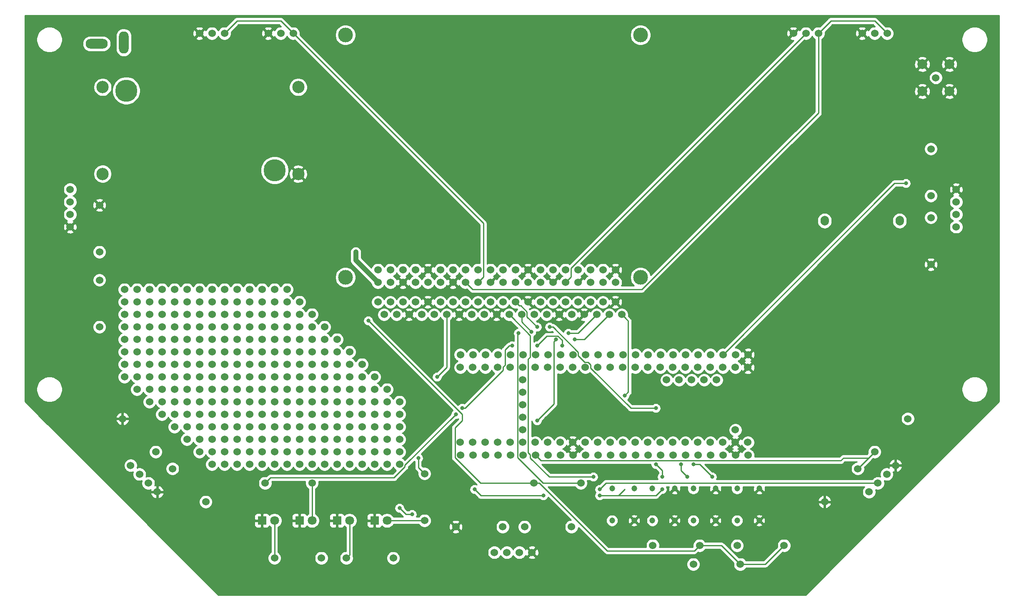
<source format=gbr>
%TF.GenerationSoftware,KiCad,Pcbnew,5.1.5+dfsg1-2build2*%
%TF.CreationDate,2022-02-08T11:10:46-06:00*%
%TF.ProjectId,gpsv1.3,67707376-312e-4332-9e6b-696361645f70,rev?*%
%TF.SameCoordinates,Original*%
%TF.FileFunction,Copper,L2,Bot*%
%TF.FilePolarity,Positive*%
%FSLAX46Y46*%
G04 Gerber Fmt 4.6, Leading zero omitted, Abs format (unit mm)*
G04 Created by KiCad (PCBNEW 5.1.5+dfsg1-2build2) date 2022-02-08 11:10:46*
%MOMM*%
%LPD*%
G04 APERTURE LIST*
%TA.AperFunction,ComponentPad*%
%ADD10O,2.000000X4.500000*%
%TD*%
%TA.AperFunction,ComponentPad*%
%ADD11O,4.500000X2.000000*%
%TD*%
%TA.AperFunction,ComponentPad*%
%ADD12C,2.500000*%
%TD*%
%TA.AperFunction,ComponentPad*%
%ADD13C,4.500000*%
%TD*%
%TA.AperFunction,ComponentPad*%
%ADD14C,1.524000*%
%TD*%
%TA.AperFunction,ComponentPad*%
%ADD15C,2.000000*%
%TD*%
%TA.AperFunction,ComponentPad*%
%ADD16C,3.000000*%
%TD*%
%TA.AperFunction,ComponentPad*%
%ADD17O,1.700000X2.000000*%
%TD*%
%TA.AperFunction,ComponentPad*%
%ADD18C,1.200000*%
%TD*%
%TA.AperFunction,ComponentPad*%
%ADD19R,1.800000X1.800000*%
%TD*%
%TA.AperFunction,ComponentPad*%
%ADD20C,1.800000*%
%TD*%
%TA.AperFunction,ViaPad*%
%ADD21C,0.800000*%
%TD*%
%TA.AperFunction,Conductor*%
%ADD22C,1.000000*%
%TD*%
%TA.AperFunction,Conductor*%
%ADD23C,0.250000*%
%TD*%
%TA.AperFunction,Conductor*%
%ADD24C,0.254000*%
%TD*%
G04 APERTURE END LIST*
D10*
%TO.P,U1,VBattery*%
%TO.N,Net-(DC-DC1-PadIN+)*%
X65900000Y-46300000D03*
D11*
%TO.P,U1,GND*%
%TO.N,Net-(DC-DC1-PadIN-)*%
X60400000Y-46550000D03*
%TD*%
D12*
%TO.P,DC-DC1,OUT+*%
%TO.N,5V*%
X101346000Y-55372000D03*
%TO.P,DC-DC1,OUT-*%
%TO.N,GND*%
X101346000Y-73025000D03*
%TO.P,DC-DC1,IN-*%
%TO.N,Net-(DC-DC1-PadIN-)*%
X61595000Y-73025000D03*
%TO.P,DC-DC1,IN+*%
%TO.N,Net-(DC-DC1-PadIN+)*%
X61607700Y-55372000D03*
D13*
%TO.P,DC-DC1,1*%
%TO.N,N/C*%
X66395600Y-56095900D03*
%TO.P,DC-DC1,2*%
X96545400Y-72275700D03*
%TD*%
D14*
%TO.P,Proto,106*%
%TO.N,N/C*%
X116840000Y-129540000D03*
%TO.P,Proto,105*%
X119380000Y-129540000D03*
%TO.P,Proto,104*%
X119380000Y-127000000D03*
%TO.P,Proto,103*%
X116840000Y-127000000D03*
%TO.P,Proto,102*%
X111760000Y-124460000D03*
%TO.P,Proto,101*%
X114300000Y-124460000D03*
%TO.P,Proto,100*%
X116840000Y-124460000D03*
%TO.P,Proto,99*%
X119380000Y-124460000D03*
%TO.P,Proto,98*%
X119380000Y-121920000D03*
%TO.P,Proto,97*%
X116840000Y-121920000D03*
%TO.P,Proto,96*%
X114300000Y-121920000D03*
%TO.P,Proto,95*%
X111760000Y-121920000D03*
%TO.P,Proto,94*%
X109220000Y-121920000D03*
%TO.P,Proto,92*%
X106680000Y-119380000D03*
%TO.P,Proto,91*%
X109220000Y-119380000D03*
%TO.P,Proto,90*%
X111760000Y-119380000D03*
%TO.P,Proto,89*%
X114300000Y-119380000D03*
%TO.P,Proto,88*%
X116840000Y-119380000D03*
%TO.P,Proto,87*%
X119380000Y-119380000D03*
%TO.P,Proto,86*%
X116840000Y-116840000D03*
%TO.P,Proto,85*%
X114300000Y-116840000D03*
%TO.P,Proto,84*%
X111760000Y-116840000D03*
%TO.P,Proto,83*%
X109220000Y-116840000D03*
%TO.P,Proto,82*%
X106680000Y-116840000D03*
%TO.P,Proto,81*%
X104140000Y-116840000D03*
%TO.P,Proto,80*%
X104140000Y-104140000D03*
%TO.P,Proto,79*%
X104140000Y-106680000D03*
%TO.P,Proto,78*%
X106680000Y-106680000D03*
%TO.P,Proto,77*%
X109220000Y-109220000D03*
%TO.P,Proto,76*%
X106680000Y-109220000D03*
%TO.P,Proto,75*%
X104140000Y-109220000D03*
%TO.P,Proto,74*%
X104140000Y-111760000D03*
%TO.P,Proto,73*%
X106680000Y-111760000D03*
%TO.P,Proto,72*%
X109220000Y-111760000D03*
%TO.P,Proto,71*%
X111760000Y-111760000D03*
%TO.P,Proto,70*%
X114300000Y-114300000D03*
%TO.P,Proto,69*%
X109220000Y-114300000D03*
%TO.P,Proto,68*%
X111760000Y-114300000D03*
%TO.P,Proto,67*%
X104140000Y-114300000D03*
%TO.P,Proto,66*%
X106680000Y-114300000D03*
%TO.P,Proto,65*%
X101600000Y-114300000D03*
%TO.P,Proto,64*%
X101600000Y-111760000D03*
%TO.P,Proto,63*%
X101600000Y-109220000D03*
%TO.P,Proto,62*%
X101600000Y-106680000D03*
%TO.P,Proto,61*%
X101600000Y-104140000D03*
%TO.P,Proto,60*%
X101600000Y-101600000D03*
%TO.P,Proto,59*%
X81280000Y-127000000D03*
%TO.P,Proto,7*%
X96520000Y-129540000D03*
%TO.P,Proto,10*%
X104140000Y-129540000D03*
%TO.P,Proto,14*%
X114300000Y-129540000D03*
%TO.P,Proto,13*%
X111760000Y-129540000D03*
%TO.P,Proto,8*%
X101600000Y-129540000D03*
%TO.P,Proto,3*%
X86360000Y-129540000D03*
%TO.P,Proto,4*%
X88900000Y-129540000D03*
%TO.P,Proto,11*%
X106680000Y-129540000D03*
%TO.P,Proto,12*%
X109220000Y-129540000D03*
%TO.P,Proto,5*%
X91440000Y-129540000D03*
%TO.P,Proto,9*%
X99060000Y-129540000D03*
%TO.P,Proto,2*%
X83820000Y-129540000D03*
%TO.P,Proto,6*%
X93980000Y-129540000D03*
%TO.P,Proto,8*%
X101600000Y-127000000D03*
%TO.P,Proto,14*%
X114300000Y-127000000D03*
%TO.P,Proto,10*%
X104140000Y-127000000D03*
%TO.P,Proto,5*%
X91440000Y-127000000D03*
%TO.P,Proto,13*%
X111760000Y-127000000D03*
%TO.P,Proto,2*%
X83820000Y-127000000D03*
%TO.P,Proto,7*%
X96520000Y-127000000D03*
%TO.P,Proto,6*%
X93980000Y-127000000D03*
%TO.P,Proto,12*%
X109220000Y-127000000D03*
%TO.P,Proto,3*%
X86360000Y-127000000D03*
%TO.P,Proto,4*%
X88900000Y-127000000D03*
%TO.P,Proto,11*%
X106680000Y-127000000D03*
%TO.P,Proto,9*%
X99060000Y-127000000D03*
%TO.P,Proto,6*%
X88900000Y-124460000D03*
%TO.P,Proto,7*%
X91440000Y-124460000D03*
%TO.P,Proto,5*%
X86360000Y-124460000D03*
%TO.P,Proto,12*%
X104140000Y-124460000D03*
%TO.P,Proto,11*%
X101600000Y-124460000D03*
%TO.P,Proto,8*%
X96520000Y-124460000D03*
%TO.P,Proto,9*%
X93980000Y-124460000D03*
%TO.P,Proto,3*%
X81280000Y-124460000D03*
%TO.P,Proto,14*%
X109220000Y-124460000D03*
%TO.P,Proto,10*%
X99060000Y-124460000D03*
%TO.P,Proto,4*%
X83820000Y-124460000D03*
%TO.P,Proto,13*%
X106680000Y-124460000D03*
%TO.P,Proto,2*%
X78740000Y-124460000D03*
%TO.P,Proto,9*%
X91440000Y-121920000D03*
%TO.P,Proto,11*%
X99060000Y-121920000D03*
%TO.P,Proto,12*%
X101600000Y-121920000D03*
%TO.P,Proto,4*%
X81280000Y-121920000D03*
%TO.P,Proto,2*%
X76200000Y-121920000D03*
%TO.P,Proto,14*%
X106680000Y-121920000D03*
%TO.P,Proto,8*%
X93980000Y-121920000D03*
%TO.P,Proto,3*%
X78740000Y-121920000D03*
%TO.P,Proto,13*%
X104140000Y-121920000D03*
%TO.P,Proto,10*%
X96520000Y-121920000D03*
%TO.P,Proto,6*%
X86360000Y-121920000D03*
%TO.P,Proto,7*%
X88900000Y-121920000D03*
%TO.P,Proto,5*%
X83820000Y-121920000D03*
%TO.P,Proto,4*%
X78740000Y-119380000D03*
%TO.P,Proto,6*%
X83820000Y-119380000D03*
%TO.P,Proto,14*%
X104140000Y-119380000D03*
%TO.P,Proto,13*%
X101600000Y-119380000D03*
%TO.P,Proto,3*%
X76200000Y-119380000D03*
%TO.P,Proto,9*%
X88900000Y-119380000D03*
%TO.P,Proto,10*%
X93980000Y-119380000D03*
%TO.P,Proto,7*%
X86360000Y-119380000D03*
%TO.P,Proto,12*%
X99060000Y-119380000D03*
%TO.P,Proto,2*%
X73660000Y-119380000D03*
%TO.P,Proto,8*%
X91440000Y-119380000D03*
%TO.P,Proto,11*%
X96520000Y-119380000D03*
%TO.P,Proto,5*%
X81280000Y-119380000D03*
%TO.P,Proto,6*%
X81280000Y-116840000D03*
%TO.P,Proto,12*%
X96520000Y-116840000D03*
%TO.P,Proto,2*%
X71120000Y-116840000D03*
%TO.P,Proto,8*%
X88900000Y-116840000D03*
%TO.P,Proto,10*%
X91440000Y-116840000D03*
%TO.P,Proto,14*%
X101600000Y-116840000D03*
%TO.P,Proto,13*%
X99060000Y-116840000D03*
%TO.P,Proto,4*%
X76200000Y-116840000D03*
%TO.P,Proto,11*%
X93980000Y-116840000D03*
%TO.P,Proto,3*%
X73660000Y-116840000D03*
%TO.P,Proto,5*%
X78740000Y-116840000D03*
%TO.P,Proto,9*%
X86360000Y-116840000D03*
%TO.P,Proto,7*%
X83820000Y-116840000D03*
%TO.P,Proto,11*%
X91440000Y-114300000D03*
%TO.P,Proto,3*%
X71120000Y-114300000D03*
%TO.P,Proto,6*%
X78740000Y-114300000D03*
%TO.P,Proto,5*%
X76200000Y-114300000D03*
%TO.P,Proto,12*%
X93980000Y-114300000D03*
%TO.P,Proto,13*%
X96520000Y-114300000D03*
%TO.P,Proto,2*%
X68580000Y-114300000D03*
%TO.P,Proto,4*%
X73660000Y-114300000D03*
%TO.P,Proto,9*%
X83820000Y-114300000D03*
%TO.P,Proto,10*%
X88900000Y-114300000D03*
%TO.P,Proto,14*%
X99060000Y-114300000D03*
%TO.P,Proto,8*%
X86360000Y-114300000D03*
%TO.P,Proto,7*%
X81280000Y-114300000D03*
%TO.P,Proto,2*%
X68580000Y-111760000D03*
%TO.P,Proto,4*%
X73660000Y-111760000D03*
%TO.P,Proto,5*%
X76200000Y-111760000D03*
%TO.P,Proto,9*%
X83820000Y-111760000D03*
%TO.P,Proto,6*%
X78740000Y-111760000D03*
%TO.P,Proto,10*%
X88900000Y-111760000D03*
%TO.P,Proto,11*%
X91440000Y-111760000D03*
%TO.P,Proto,12*%
X93980000Y-111760000D03*
%TO.P,Proto,8*%
X86360000Y-111760000D03*
%TO.P,Proto,7*%
X81280000Y-111760000D03*
%TO.P,Proto,3*%
X71120000Y-111760000D03*
%TO.P,Proto,13*%
X96520000Y-111760000D03*
%TO.P,Proto,14*%
X99060000Y-111760000D03*
%TO.P,Proto,12*%
X93980000Y-109220000D03*
%TO.P,Proto,7*%
X81280000Y-109220000D03*
%TO.P,Proto,3*%
X71120000Y-109220000D03*
%TO.P,Proto,9*%
X83820000Y-109220000D03*
%TO.P,Proto,13*%
X96520000Y-109220000D03*
%TO.P,Proto,8*%
X86360000Y-109220000D03*
%TO.P,Proto,10*%
X88900000Y-109220000D03*
%TO.P,Proto,4*%
X73660000Y-109220000D03*
%TO.P,Proto,6*%
X78740000Y-109220000D03*
%TO.P,Proto,11*%
X91440000Y-109220000D03*
%TO.P,Proto,14*%
X99060000Y-109220000D03*
%TO.P,Proto,5*%
X76200000Y-109220000D03*
%TO.P,Proto,2*%
X68580000Y-109220000D03*
%TO.P,Proto,9*%
X83820000Y-106680000D03*
%TO.P,Proto,12*%
X93980000Y-106680000D03*
%TO.P,Proto,7*%
X81280000Y-106680000D03*
%TO.P,Proto,13*%
X96520000Y-106680000D03*
%TO.P,Proto,3*%
X71120000Y-106680000D03*
%TO.P,Proto,4*%
X73660000Y-106680000D03*
%TO.P,Proto,10*%
X88900000Y-106680000D03*
%TO.P,Proto,6*%
X78740000Y-106680000D03*
%TO.P,Proto,8*%
X86360000Y-106680000D03*
%TO.P,Proto,11*%
X91440000Y-106680000D03*
%TO.P,Proto,14*%
X99060000Y-106680000D03*
%TO.P,Proto,5*%
X76200000Y-106680000D03*
%TO.P,Proto,2*%
X68580000Y-106680000D03*
%TO.P,Proto,10*%
X88900000Y-104140000D03*
%TO.P,Proto,12*%
X93980000Y-104140000D03*
%TO.P,Proto,6*%
X78740000Y-104140000D03*
%TO.P,Proto,8*%
X86360000Y-104140000D03*
%TO.P,Proto,4*%
X73660000Y-104140000D03*
%TO.P,Proto,11*%
X91440000Y-104140000D03*
%TO.P,Proto,9*%
X83820000Y-104140000D03*
%TO.P,Proto,7*%
X81280000Y-104140000D03*
%TO.P,Proto,3*%
X71120000Y-104140000D03*
%TO.P,Proto,14*%
X99060000Y-104140000D03*
%TO.P,Proto,13*%
X96520000Y-104140000D03*
%TO.P,Proto,5*%
X76200000Y-104140000D03*
%TO.P,Proto,2*%
X68580000Y-104140000D03*
%TO.P,Proto,5*%
X76200000Y-101600000D03*
%TO.P,Proto,3*%
X71120000Y-101600000D03*
%TO.P,Proto,7*%
X81280000Y-101600000D03*
%TO.P,Proto,4*%
X73660000Y-101600000D03*
%TO.P,Proto,8*%
X86360000Y-101600000D03*
%TO.P,Proto,11*%
X91440000Y-101600000D03*
%TO.P,Proto,14*%
X99060000Y-101600000D03*
%TO.P,Proto,12*%
X93980000Y-101600000D03*
%TO.P,Proto,2*%
X68580000Y-101600000D03*
%TO.P,Proto,10*%
X88900000Y-101600000D03*
%TO.P,Proto,13*%
X96520000Y-101600000D03*
%TO.P,Proto,6*%
X78740000Y-101600000D03*
%TO.P,Proto,9*%
X83820000Y-101600000D03*
%TO.P,Proto,10*%
X88900000Y-99060000D03*
%TO.P,Proto,6*%
X78740000Y-99060000D03*
%TO.P,Proto,3*%
X71120000Y-99060000D03*
%TO.P,Proto,5*%
X76200000Y-99060000D03*
%TO.P,Proto,8*%
X86360000Y-99060000D03*
%TO.P,Proto,9*%
X83820000Y-99060000D03*
%TO.P,Proto,13*%
X96520000Y-99060000D03*
%TO.P,Proto,7*%
X81280000Y-99060000D03*
%TO.P,Proto,14*%
X99060000Y-99060000D03*
%TO.P,Proto,4*%
X73660000Y-99060000D03*
%TO.P,Proto,12*%
X93980000Y-99060000D03*
%TO.P,Proto,11*%
X91440000Y-99060000D03*
%TO.P,Proto,2*%
X68580000Y-99060000D03*
%TO.P,Proto,58*%
X81280000Y-129540000D03*
%TO.P,Proto,57*%
X83820000Y-132080000D03*
%TO.P,Proto,56*%
X86360000Y-132080000D03*
%TO.P,Proto,55*%
X88900000Y-132080000D03*
%TO.P,Proto,54*%
X91440000Y-132080000D03*
%TO.P,Proto,53*%
X93980000Y-132080000D03*
%TO.P,Proto,52*%
X96520000Y-132080000D03*
%TO.P,Proto,51*%
X99060000Y-132080000D03*
%TO.P,Proto,50*%
X101600000Y-132080000D03*
%TO.P,Proto,49*%
X104140000Y-132080000D03*
%TO.P,Proto,48*%
X106680000Y-132080000D03*
%TO.P,Proto,47*%
X109220000Y-132080000D03*
%TO.P,Proto,46*%
X111760000Y-132080000D03*
%TO.P,Proto,45*%
X114300000Y-132080000D03*
%TO.P,Proto,44*%
X116840000Y-132080000D03*
%TO.P,Proto,43*%
X119380000Y-132080000D03*
%TO.P,Proto,42*%
X121920000Y-132080000D03*
%TO.P,Proto,40*%
X121920000Y-129540000D03*
%TO.P,Proto,39*%
X121920000Y-127000000D03*
%TO.P,Proto,38*%
X121920000Y-124460000D03*
%TO.P,Proto,37*%
X121920000Y-121920000D03*
%TO.P,Proto,36*%
X78740000Y-127000000D03*
%TO.P,Proto,35*%
X76200000Y-124460000D03*
%TO.P,Proto,34*%
X73660000Y-121920000D03*
%TO.P,Proto,33*%
X71120000Y-119380000D03*
%TO.P,Proto,32*%
X68580000Y-116840000D03*
%TO.P,Proto,30*%
X121920000Y-119380000D03*
%TO.P,Proto,29*%
X119380000Y-116840000D03*
%TO.P,Proto,28*%
X116840000Y-114300000D03*
%TO.P,Proto,27*%
X114300000Y-111760000D03*
%TO.P,Proto,26*%
X111760000Y-109220000D03*
%TO.P,Proto,25*%
X109220000Y-106680000D03*
%TO.P,Proto,24*%
X106680000Y-104140000D03*
%TO.P,Proto,23*%
X104140000Y-101600000D03*
%TO.P,Proto,22*%
X101600000Y-99060000D03*
%TO.P,Proto,21*%
X66040000Y-114300000D03*
%TO.P,Proto,20*%
X66040000Y-111760000D03*
%TO.P,Proto,19*%
X66040000Y-109220000D03*
%TO.P,Proto,18*%
X66040000Y-106680000D03*
%TO.P,Proto,17*%
X66040000Y-104140000D03*
%TO.P,Proto,16*%
X66040000Y-101600000D03*
%TO.P,Proto,15*%
X66040000Y-99060000D03*
%TO.P,Proto,14*%
X99060000Y-96520000D03*
%TO.P,Proto,13*%
X96520000Y-96520000D03*
%TO.P,Proto,12*%
X93980000Y-96520000D03*
%TO.P,Proto,11*%
X91440000Y-96520000D03*
%TO.P,Proto,10*%
X88900000Y-96520000D03*
%TO.P,Proto,9*%
X83820000Y-96520000D03*
%TO.P,Proto,8*%
X86360000Y-96520000D03*
%TO.P,Proto,7*%
X81280000Y-96520000D03*
%TO.P,Proto,6*%
X78740000Y-96520000D03*
%TO.P,Proto,5*%
X76200000Y-96520000D03*
%TO.P,Proto,4*%
X73660000Y-96520000D03*
%TO.P,Proto,3*%
X71120000Y-96520000D03*
%TO.P,Proto,2*%
X68580000Y-96520000D03*
%TO.P,Proto,1*%
X66040000Y-96520000D03*
%TD*%
D15*
%TO.P,Ant1,Gnd*%
%TO.N,GND*%
X228120000Y-50720000D03*
X233620000Y-50720000D03*
X228120000Y-56220000D03*
X233620000Y-56220000D03*
D14*
%TO.P,Ant1,1*%
%TO.N,Net-(Ant1-Pad1)*%
X230870000Y-53470000D03*
%TD*%
%TO.P,Debug1,1*%
%TO.N,1*%
X117525800Y-99085400D03*
%TO.P,Debug1,2*%
%TO.N,5V*%
X118795800Y-101625400D03*
%TO.P,Debug1,3*%
%TO.N,3*%
X120065800Y-99085400D03*
%TO.P,Debug1,4*%
%TO.N,5V*%
X121335800Y-101625400D03*
%TO.P,Debug1,5*%
%TO.N,5*%
X122605800Y-99085400D03*
%TO.P,Debug1,6*%
%TO.N,GND*%
X123875800Y-101625400D03*
%TO.P,Debug1,7*%
%TO.N,7*%
X125145800Y-99085400D03*
%TO.P,Debug1,8*%
%TO.N,Net-(Debug1-Pad8)*%
X126415800Y-101625400D03*
%TO.P,Debug1,9*%
%TO.N,GND*%
X127685800Y-99085400D03*
%TO.P,Debug1,10*%
%TO.N,Net-(Debug1-Pad10)*%
X128955800Y-101625400D03*
%TO.P,Debug1,11*%
%TO.N,11*%
X130225800Y-99085400D03*
%TO.P,Debug1,12*%
%TO.N,12*%
X131495800Y-101625400D03*
%TO.P,Debug1,13*%
%TO.N,13*%
X132765800Y-99085400D03*
%TO.P,Debug1,14*%
%TO.N,GND*%
X134035800Y-101625400D03*
%TO.P,Debug1,15*%
%TO.N,15*%
X135305800Y-99085400D03*
%TO.P,Debug1,16*%
%TO.N,DIR1*%
X136575800Y-101625400D03*
%TO.P,Debug1,17*%
%TO.N,17*%
X137845800Y-99085400D03*
%TO.P,Debug1,18*%
%TO.N,DIR2*%
X139115800Y-101625400D03*
%TO.P,Debug1,19*%
%TO.N,19*%
X140385800Y-99085400D03*
%TO.P,Debug1,20*%
%TO.N,GND*%
X141655800Y-101625400D03*
%TO.P,Debug1,21*%
%TO.N,21*%
X142925800Y-99085400D03*
%TO.P,Debug1,22*%
%TO.N,22*%
X144195800Y-101625400D03*
%TO.P,Debug1,23*%
%TO.N,23*%
X145465800Y-99085400D03*
%TO.P,Debug1,24*%
%TO.N,24*%
X146735800Y-101625400D03*
%TO.P,Debug1,25*%
%TO.N,GND*%
X148005800Y-99085400D03*
%TO.P,Debug1,26*%
%TO.N,26*%
X149275800Y-101625400D03*
%TO.P,Debug1,27*%
%TO.N,27*%
X150545800Y-99085400D03*
%TO.P,Debug1,28*%
%TO.N,Net-(Debug1-Pad28)*%
X151815800Y-101625400D03*
%TO.P,Debug1,29*%
%TO.N,29*%
X153085800Y-99085400D03*
%TO.P,Debug1,30*%
%TO.N,GND*%
X154355800Y-101625400D03*
%TO.P,Debug1,31*%
%TO.N,31*%
X155625800Y-99085400D03*
%TO.P,Debug1,32*%
%TO.N,PWMLeft*%
X156895800Y-101625400D03*
%TO.P,Debug1,33*%
%TO.N,PWMRight*%
X158165800Y-99085400D03*
%TO.P,Debug1,34*%
%TO.N,GND*%
X159435800Y-101625400D03*
%TO.P,Debug1,35*%
%TO.N,35*%
X160705800Y-99085400D03*
%TO.P,Debug1,36*%
%TO.N,36*%
X161975800Y-101625400D03*
%TO.P,Debug1,37*%
%TO.N,37*%
X163245800Y-99085400D03*
%TO.P,Debug1,38*%
%TO.N,38*%
X164515800Y-101625400D03*
%TO.P,Debug1,39*%
%TO.N,GND*%
X165785800Y-99085400D03*
%TO.P,Debug1,40*%
%TO.N,40*%
X167055800Y-101625400D03*
%TD*%
%TO.P,R1,1*%
%TO.N,Net-(R1-Pad1)*%
X82550000Y-139700000D03*
%TO.P,R1,2*%
%TO.N,TOF1*%
X75814808Y-132964808D03*
%TD*%
%TO.P,R2,2*%
%TO.N,TOF2*%
X60960000Y-94615000D03*
%TO.P,R2,1*%
%TO.N,Net-(R2-Pad1)*%
X60960000Y-104140000D03*
%TD*%
%TO.P,R3,2*%
%TO.N,GND*%
X65654808Y-122804808D03*
%TO.P,R3,1*%
%TO.N,TOF1*%
X72390000Y-129540000D03*
%TD*%
%TO.P,R4,1*%
%TO.N,TOF2*%
X60960000Y-88900000D03*
%TO.P,R4,2*%
%TO.N,GND*%
X60960000Y-79375000D03*
%TD*%
%TO.P,R5,1*%
%TO.N,TOF3*%
X229870000Y-77470000D03*
%TO.P,R5,2*%
%TO.N,Net-(R5-Pad2)*%
X229870000Y-67945000D03*
%TD*%
%TO.P,R6,1*%
%TO.N,TOF4*%
X218440000Y-129540000D03*
%TO.P,R6,2*%
%TO.N,Net-(R6-Pad2)*%
X225175192Y-122804808D03*
%TD*%
%TO.P,R7,2*%
%TO.N,TOF3*%
X229870000Y-81915000D03*
%TO.P,R7,1*%
%TO.N,GND*%
X229870000Y-91440000D03*
%TD*%
%TO.P,R8,2*%
%TO.N,TOF4*%
X215015192Y-132964808D03*
%TO.P,R8,1*%
%TO.N,GND*%
X208280000Y-139700000D03*
%TD*%
%TO.P,R9,2*%
%TO.N,Net-(R9-Pad2)*%
X156845000Y-144780000D03*
%TO.P,R9,1*%
%TO.N,TOF5*%
X147320000Y-144780000D03*
%TD*%
%TO.P,R10,1*%
%TO.N,GND*%
X133350000Y-144780000D03*
%TO.P,R10,2*%
%TO.N,TOF5*%
X142875000Y-144780000D03*
%TD*%
%TO.P,Rasp1,2*%
%TO.N,5V*%
X117540000Y-95080000D03*
%TO.P,Rasp1,3*%
%TO.N,3*%
X120080000Y-92540000D03*
%TO.P,Rasp1,4*%
%TO.N,5V*%
X120080000Y-95080000D03*
%TO.P,Rasp1,5*%
%TO.N,5*%
X122620000Y-92540000D03*
%TO.P,Rasp1,6*%
%TO.N,GND*%
X122620000Y-95080000D03*
%TO.P,Rasp1,7*%
%TO.N,7*%
X125160000Y-92540000D03*
%TO.P,Rasp1,8*%
%TO.N,Net-(Debug1-Pad8)*%
X125160000Y-95080000D03*
%TO.P,Rasp1,9*%
%TO.N,GND*%
X127700000Y-92540000D03*
%TO.P,Rasp1,10*%
%TO.N,Net-(Debug1-Pad10)*%
X127700000Y-95080000D03*
%TO.P,Rasp1,11*%
%TO.N,11*%
X130240000Y-92540000D03*
%TO.P,Rasp1,12*%
%TO.N,12*%
X130240000Y-95080000D03*
%TO.P,Rasp1,13*%
%TO.N,13*%
X132780000Y-92540000D03*
%TO.P,Rasp1,14*%
%TO.N,GND*%
X132780000Y-95080000D03*
%TO.P,Rasp1,15*%
%TO.N,15*%
X135320000Y-92540000D03*
%TO.P,Rasp1,16*%
%TO.N,DIR1*%
X135320000Y-95080000D03*
%TO.P,Rasp1,17*%
%TO.N,17*%
X137860000Y-92540000D03*
%TO.P,Rasp1,18*%
%TO.N,DIR2*%
X137860000Y-95080000D03*
%TO.P,Rasp1,19*%
%TO.N,19*%
X140400000Y-92540000D03*
%TO.P,Rasp1,20*%
%TO.N,GND*%
X140400000Y-95080000D03*
%TO.P,Rasp1,21*%
%TO.N,21*%
X142940000Y-92540000D03*
%TO.P,Rasp1,22*%
%TO.N,22*%
X142940000Y-95080000D03*
%TO.P,Rasp1,23*%
%TO.N,23*%
X145480000Y-92540000D03*
%TO.P,Rasp1,24*%
%TO.N,24*%
X145480000Y-95080000D03*
%TO.P,Rasp1,25*%
%TO.N,GND*%
X148020000Y-92540000D03*
%TO.P,Rasp1,26*%
%TO.N,26*%
X148020000Y-95080000D03*
%TO.P,Rasp1,27*%
%TO.N,27*%
X150560000Y-92540000D03*
%TO.P,Rasp1,28*%
%TO.N,Net-(Debug1-Pad28)*%
X150560000Y-95080000D03*
%TO.P,Rasp1,29*%
%TO.N,29*%
X153100000Y-92540000D03*
%TO.P,Rasp1,30*%
%TO.N,GND*%
X153100000Y-95080000D03*
%TO.P,Rasp1,31*%
%TO.N,31*%
X155640000Y-92540000D03*
%TO.P,Rasp1,32*%
%TO.N,PWMLeft*%
X155640000Y-95080000D03*
%TO.P,Rasp1,33*%
%TO.N,PWMRight*%
X158180000Y-92540000D03*
%TO.P,Rasp1,34*%
%TO.N,GND*%
X158180000Y-95080000D03*
%TO.P,Rasp1,35*%
%TO.N,35*%
X160720000Y-92540000D03*
%TO.P,Rasp1,36*%
%TO.N,36*%
X160720000Y-95080000D03*
%TO.P,Rasp1,37*%
%TO.N,37*%
X163260000Y-92540000D03*
%TO.P,Rasp1,38*%
%TO.N,38*%
X163260000Y-95080000D03*
%TO.P,Rasp1,39*%
%TO.N,GND*%
X165800000Y-92540000D03*
%TO.P,Rasp1,40*%
%TO.N,40*%
X165800000Y-95080000D03*
%TO.P,Rasp1,1*%
%TO.N,1*%
X117540000Y-92540000D03*
D16*
%TO.P,Rasp1,41*%
%TO.N,N/C*%
X110936000Y-94064000D03*
%TO.P,Rasp1,42*%
X170880000Y-94064000D03*
%TO.P,Rasp1,43*%
X110936000Y-44788000D03*
%TO.P,Rasp1,44*%
X170880000Y-44788000D03*
%TD*%
D14*
%TO.P,Teensy1,1*%
%TO.N,RX0*%
X187620000Y-112380000D03*
%TO.P,Teensy1,2*%
%TO.N,Net-(Teensy1-Pad2)*%
X185080000Y-112380000D03*
%TO.P,Teensy1,3*%
%TO.N,Net-(Teensy1-Pad3)*%
X182540000Y-112380000D03*
%TO.P,Teensy1,4*%
%TO.N,Net-(Teensy1-Pad4)*%
X180000000Y-112380000D03*
%TO.P,Teensy1,5*%
%TO.N,Net-(Teensy1-Pad5)*%
X177460000Y-112380000D03*
%TO.P,Teensy1,6*%
%TO.N,Net-(Teensy1-Pad6)*%
X174920000Y-112380000D03*
%TO.P,Teensy1,7*%
%TO.N,Net-(Teensy1-Pad7)*%
X172380000Y-112380000D03*
%TO.P,Teensy1,8*%
%TO.N,Net-(Teensy1-Pad8)*%
X169840000Y-112380000D03*
%TO.P,Teensy1,9*%
%TO.N,Net-(Teensy1-Pad9)*%
X167300000Y-112380000D03*
%TO.P,Teensy1,10*%
%TO.N,Net-(Teensy1-Pad10)*%
X164760000Y-112380000D03*
%TO.P,Teensy1,11*%
%TO.N,Net-(Teensy1-Pad11)*%
X162220000Y-112380000D03*
%TO.P,Teensy1,12*%
%TO.N,Net-(Teensy1-Pad12)*%
X159680000Y-112380000D03*
%TO.P,Teensy1,13*%
%TO.N,Net-(Teensy1-Pad13)*%
X159680000Y-127620000D03*
%TO.P,Teensy1,14*%
%TO.N,Net-(Teensy1-Pad14)*%
X162220000Y-127620000D03*
%TO.P,Teensy1,15*%
%TO.N,Net-(Teensy1-Pad15)*%
X164760000Y-127620000D03*
%TO.P,Teensy1,16*%
%TO.N,Net-(Teensy1-Pad16)*%
X167300000Y-127620000D03*
%TO.P,Teensy1,17*%
%TO.N,Net-(Teensy1-Pad17)*%
X169840000Y-127620000D03*
%TO.P,Teensy1,18*%
%TO.N,Net-(Teensy1-Pad18)*%
X172380000Y-127620000D03*
%TO.P,Teensy1,19*%
%TO.N,Net-(Teensy1-Pad19)*%
X174920000Y-127620000D03*
%TO.P,Teensy1,20*%
%TO.N,Net-(Teensy1-Pad20)*%
X177460000Y-127620000D03*
%TO.P,Teensy1,21*%
%TO.N,Net-(Teensy1-Pad21)*%
X180000000Y-127620000D03*
%TO.P,Teensy1,22*%
%TO.N,Net-(Teensy1-Pad22)*%
X182540000Y-127620000D03*
%TO.P,Teensy1,23*%
%TO.N,Net-(Teensy1-Pad23)*%
X185080000Y-127620000D03*
%TO.P,Teensy1,24*%
%TO.N,SCL*%
X154600000Y-112380000D03*
%TO.P,Teensy1,25*%
%TO.N,SDA*%
X152060000Y-112380000D03*
%TO.P,Teensy1,26*%
%TO.N,Net-(Teensy1-Pad26)*%
X149520000Y-112380000D03*
%TO.P,Teensy1,27*%
%TO.N,Net-(Teensy1-Pad27)*%
X146980000Y-112380000D03*
%TO.P,Teensy1,28*%
%TO.N,Trig5*%
X144440000Y-112380000D03*
%TO.P,Teensy1,29*%
%TO.N,Trig4*%
X141900000Y-112380000D03*
%TO.P,Teensy1,30*%
%TO.N,TOF2*%
X139360000Y-112380000D03*
%TO.P,Teensy1,31*%
%TO.N,Net-(Teensy1-Pad31)*%
X136820000Y-112380000D03*
%TO.P,Teensy1,32*%
%TO.N,TOF1*%
X134280000Y-112380000D03*
%TO.P,Teensy1,33*%
%TO.N,Trig3*%
X134280000Y-127620000D03*
%TO.P,Teensy1,34*%
%TO.N,TOF5*%
X136820000Y-127620000D03*
%TO.P,Teensy1,35*%
%TO.N,Net-(Teensy1-Pad35)*%
X139360000Y-127620000D03*
%TO.P,Teensy1,36*%
%TO.N,Trig2*%
X141900000Y-127620000D03*
%TO.P,Teensy1,37*%
%TO.N,Trig1*%
X144440000Y-127620000D03*
%TO.P,Teensy1,38*%
%TO.N,TOF3*%
X146980000Y-127620000D03*
%TO.P,Teensy1,39*%
%TO.N,TOF4*%
X149520000Y-127620000D03*
%TO.P,Teensy1,40*%
%TO.N,Net-(Teensy1-Pad40)*%
X152060000Y-127620000D03*
%TO.P,Teensy1,41*%
%TO.N,Net-(Teensy1-Pad41)*%
X154600000Y-127620000D03*
%TO.P,Teensy1,0*%
%TO.N,TX0*%
X190160000Y-112380000D03*
%TO.P,Teensy1,G4*%
%TO.N,GND*%
X192700000Y-112380000D03*
%TO.P,Teensy1,V1*%
%TO.N,Net-(Teensy1-PadV1)*%
X187620000Y-127620000D03*
%TO.P,Teensy1,G1*%
%TO.N,GND*%
X190160000Y-127620000D03*
%TO.P,Teensy1,Vin*%
%TO.N,5V*%
X192700000Y-127620000D03*
%TO.P,Teensy1,V2*%
%TO.N,3.3V*%
X157140000Y-112380000D03*
%TO.P,Teensy1,G3*%
%TO.N,GND*%
X157140000Y-127620000D03*
%TO.P,Teensy1,*%
%TO.N,*%
X146980000Y-114920000D03*
X146980000Y-117460000D03*
X146980000Y-120000000D03*
X146980000Y-122540000D03*
X146980000Y-125080000D03*
X186350000Y-114920000D03*
X183810000Y-114920000D03*
X181270000Y-114920000D03*
X178730000Y-114920000D03*
X176190000Y-114920000D03*
%TO.P,Teensy1,G2*%
%TO.N,N/C*%
X190160000Y-125080000D03*
%TD*%
%TO.P,TOF1,4*%
%TO.N,GND*%
X72694077Y-137694077D03*
%TO.P,TOF1,3*%
%TO.N,Net-(R1-Pad1)*%
X70898026Y-135898026D03*
%TO.P,TOF1,2*%
%TO.N,Trig4*%
X69101974Y-134101974D03*
%TO.P,TOF1,1*%
%TO.N,5V*%
X67305923Y-132305923D03*
%TD*%
%TO.P,TOF2,4*%
%TO.N,GND*%
X55000000Y-83810000D03*
%TO.P,TOF2,3*%
%TO.N,Net-(R2-Pad1)*%
X55000000Y-81270000D03*
%TO.P,TOF2,2*%
%TO.N,Trig5*%
X55000000Y-78730000D03*
%TO.P,TOF2,1*%
%TO.N,5V*%
X55000000Y-76190000D03*
%TD*%
%TO.P,TOF3,1*%
%TO.N,5V*%
X235000000Y-83810000D03*
%TO.P,TOF3,2*%
%TO.N,Trig1*%
X235000000Y-81270000D03*
%TO.P,TOF3,3*%
%TO.N,Net-(R5-Pad2)*%
X235000000Y-78730000D03*
%TO.P,TOF3,4*%
%TO.N,GND*%
X235000000Y-76190000D03*
%TD*%
%TO.P,TOF4,1*%
%TO.N,5V*%
X217305923Y-137694077D03*
%TO.P,TOF4,2*%
%TO.N,Trig2*%
X219101974Y-135898026D03*
%TO.P,TOF4,3*%
%TO.N,Net-(R6-Pad2)*%
X220898026Y-134101974D03*
%TO.P,TOF4,4*%
%TO.N,GND*%
X222694077Y-132305923D03*
%TD*%
%TO.P,TOF5,4*%
%TO.N,GND*%
X148810000Y-150000000D03*
%TO.P,TOF5,3*%
%TO.N,Net-(R9-Pad2)*%
X146270000Y-150000000D03*
%TO.P,TOF5,2*%
%TO.N,Trig3*%
X143730000Y-150000000D03*
%TO.P,TOF5,1*%
%TO.N,5V*%
X141190000Y-150000000D03*
%TD*%
%TO.P,U2,24*%
%TO.N,TOF1*%
X134289800Y-109791500D03*
%TO.P,U2,23*%
%TO.N,Net-(Teensy1-Pad31)*%
X136829800Y-109791500D03*
%TO.P,U2,22*%
%TO.N,TOF2*%
X139369800Y-109791500D03*
%TO.P,U2,21*%
%TO.N,Trig4*%
X141909800Y-109791500D03*
%TO.P,U2,20*%
%TO.N,Trig5*%
X144449800Y-109791500D03*
%TO.P,U2,19*%
%TO.N,Net-(Teensy1-Pad27)*%
X146989800Y-109791500D03*
%TO.P,U2,18*%
%TO.N,Net-(Teensy1-Pad26)*%
X149529800Y-109791500D03*
%TO.P,U2,17*%
%TO.N,SDA*%
X152069800Y-109791500D03*
%TO.P,U2,16*%
%TO.N,SCL*%
X154609800Y-109791500D03*
%TO.P,U2,15*%
%TO.N,3.3V*%
X157149800Y-109791500D03*
%TO.P,U2,14*%
%TO.N,Net-(Teensy1-Pad12)*%
X159689800Y-109791500D03*
%TO.P,U2,13*%
%TO.N,Net-(Teensy1-Pad11)*%
X162229800Y-109791500D03*
%TO.P,U2,12*%
%TO.N,Net-(Teensy1-Pad10)*%
X164769800Y-109791500D03*
%TO.P,U2,11*%
%TO.N,Net-(Teensy1-Pad9)*%
X167309800Y-109791500D03*
%TO.P,U2,10*%
%TO.N,Net-(Teensy1-Pad8)*%
X169849800Y-109791500D03*
%TO.P,U2,9*%
%TO.N,Net-(Teensy1-Pad7)*%
X172389800Y-109791500D03*
%TO.P,U2,8*%
%TO.N,Net-(Teensy1-Pad6)*%
X174929800Y-109791500D03*
%TO.P,U2,7*%
%TO.N,Net-(Teensy1-Pad5)*%
X177469800Y-109791500D03*
%TO.P,U2,6*%
%TO.N,Net-(Teensy1-Pad4)*%
X180009800Y-109791500D03*
%TO.P,U2,5*%
%TO.N,Net-(Teensy1-Pad3)*%
X182549800Y-109791500D03*
%TO.P,U2,4*%
%TO.N,Net-(Teensy1-Pad2)*%
X185089800Y-109791500D03*
%TO.P,U2,3*%
%TO.N,RX0*%
X187629800Y-109791500D03*
%TO.P,U2,2*%
%TO.N,TX0*%
X190169800Y-109791500D03*
%TO.P,U2,1*%
%TO.N,GND*%
X192709800Y-109791500D03*
%TD*%
%TO.P,U3,1*%
%TO.N,5V*%
X192722500Y-130238500D03*
%TO.P,U3,2*%
%TO.N,GND*%
X190182500Y-130238500D03*
%TO.P,U3,3*%
%TO.N,Net-(Teensy1-PadV1)*%
X187642500Y-130238500D03*
%TO.P,U3,4*%
%TO.N,Net-(Teensy1-Pad23)*%
X185102500Y-130238500D03*
%TO.P,U3,5*%
%TO.N,Net-(Teensy1-Pad22)*%
X182562500Y-130238500D03*
%TO.P,U3,6*%
%TO.N,Net-(Teensy1-Pad21)*%
X180022500Y-130238500D03*
%TO.P,U3,7*%
%TO.N,Net-(Teensy1-Pad20)*%
X177482500Y-130238500D03*
%TO.P,U3,8*%
%TO.N,Net-(Teensy1-Pad19)*%
X174942500Y-130238500D03*
%TO.P,U3,9*%
%TO.N,Net-(Teensy1-Pad18)*%
X172402500Y-130238500D03*
%TO.P,U3,10*%
%TO.N,Net-(Teensy1-Pad17)*%
X169862500Y-130238500D03*
%TO.P,U3,11*%
%TO.N,Net-(Teensy1-Pad16)*%
X167322500Y-130238500D03*
%TO.P,U3,12*%
%TO.N,Net-(Teensy1-Pad15)*%
X164782500Y-130238500D03*
%TO.P,U3,13*%
%TO.N,Net-(Teensy1-Pad14)*%
X162242500Y-130238500D03*
%TO.P,U3,14*%
%TO.N,Net-(Teensy1-Pad13)*%
X159702500Y-130238500D03*
%TO.P,U3,15*%
%TO.N,GND*%
X157162500Y-130238500D03*
%TO.P,U3,16*%
%TO.N,Net-(Teensy1-Pad41)*%
X154622500Y-130238500D03*
%TO.P,U3,17*%
%TO.N,Net-(Teensy1-Pad40)*%
X152082500Y-130238500D03*
%TO.P,U3,18*%
%TO.N,TOF4*%
X149542500Y-130238500D03*
%TO.P,U3,19*%
%TO.N,TOF3*%
X147002500Y-130238500D03*
%TO.P,U3,20*%
%TO.N,Trig1*%
X144462500Y-130238500D03*
%TO.P,U3,21*%
%TO.N,Trig2*%
X141922500Y-130238500D03*
%TO.P,U3,22*%
%TO.N,Net-(Teensy1-Pad35)*%
X139382500Y-130238500D03*
%TO.P,U3,23*%
%TO.N,TOF5*%
X136842500Y-130238500D03*
%TO.P,U3,24*%
%TO.N,Trig3*%
X134302500Y-130238500D03*
%TD*%
D17*
%TO.P,U4,VBattery*%
%TO.N,VBattery*%
X223520000Y-82550000D03*
X208280000Y-82550000D03*
%TD*%
D14*
%TO.P,XH-3A1,1*%
%TO.N,GND*%
X201930000Y-44450000D03*
%TO.P,XH-3A1,2*%
%TO.N,PWMLeft*%
X204470000Y-44450000D03*
%TO.P,XH-3A1,3*%
%TO.N,DIR1*%
X207010000Y-44450000D03*
%TD*%
%TO.P,XH-3A2,3*%
%TO.N,DIR1*%
X220980000Y-44450000D03*
%TO.P,XH-3A2,2*%
%TO.N,PWMLeft*%
X218440000Y-44450000D03*
%TO.P,XH-3A2,1*%
%TO.N,GND*%
X215900000Y-44450000D03*
%TD*%
%TO.P,XH-3A3,1*%
%TO.N,GND*%
X81280000Y-44450000D03*
%TO.P,XH-3A3,2*%
%TO.N,PWMRight*%
X83820000Y-44450000D03*
%TO.P,XH-3A3,3*%
%TO.N,DIR2*%
X86360000Y-44450000D03*
%TD*%
%TO.P,XH-3A4,3*%
%TO.N,DIR2*%
X100330000Y-44450000D03*
%TO.P,XH-3A4,2*%
%TO.N,PWMRight*%
X97790000Y-44450000D03*
%TO.P,XH-3A4,1*%
%TO.N,GND*%
X95250000Y-44450000D03*
%TD*%
D18*
%TO.P,B1,2*%
%TO.N,GND*%
X186110000Y-137010000D03*
X186110000Y-143510000D03*
%TO.P,B1,1*%
%TO.N,23*%
X181610000Y-137010000D03*
X181610000Y-143510000D03*
%TD*%
%TO.P,B2,1*%
%TO.N,22*%
X173300000Y-143510000D03*
X173300000Y-137010000D03*
%TO.P,B2,2*%
%TO.N,GND*%
X177800000Y-143510000D03*
X177800000Y-137010000D03*
%TD*%
%TO.P,B3,2*%
%TO.N,GND*%
X195000000Y-137010000D03*
X195000000Y-143510000D03*
%TO.P,B3,1*%
%TO.N,24*%
X190500000Y-137010000D03*
X190500000Y-143510000D03*
%TD*%
%TO.P,B4,1*%
%TO.N,26*%
X165100000Y-143510000D03*
X165100000Y-137010000D03*
%TO.P,B4,2*%
%TO.N,GND*%
X169600000Y-143510000D03*
X169600000Y-137010000D03*
%TD*%
D19*
%TO.P,LED1,1*%
%TO.N,GND*%
X93980000Y-143510000D03*
D20*
%TO.P,LED1,2*%
%TO.N,Net-(LED1-Pad2)*%
X96520000Y-143510000D03*
%TD*%
%TO.P,LED2,2*%
%TO.N,Net-(LED2-Pad2)*%
X104140000Y-143510000D03*
D19*
%TO.P,LED2,1*%
%TO.N,GND*%
X101600000Y-143510000D03*
%TD*%
%TO.P,LED3,1*%
%TO.N,GND*%
X109220000Y-143510000D03*
D20*
%TO.P,LED3,2*%
%TO.N,Net-(LED3-Pad2)*%
X111760000Y-143510000D03*
%TD*%
%TO.P,LED4,2*%
%TO.N,Net-(LED4-Pad2)*%
X119380000Y-143510000D03*
D19*
%TO.P,LED4,1*%
%TO.N,GND*%
X116840000Y-143510000D03*
%TD*%
D14*
%TO.P,R11,2*%
%TO.N,36*%
X106045000Y-151130000D03*
%TO.P,R11,1*%
%TO.N,Net-(LED1-Pad2)*%
X96520000Y-151130000D03*
%TD*%
%TO.P,R12,1*%
%TO.N,Net-(LED2-Pad2)*%
X104140000Y-135890000D03*
%TO.P,R12,2*%
%TO.N,38*%
X94615000Y-135890000D03*
%TD*%
%TO.P,R13,1*%
%TO.N,Net-(LED3-Pad2)*%
X111125000Y-151130000D03*
%TO.P,R13,2*%
%TO.N,40*%
X120650000Y-151130000D03*
%TD*%
%TO.P,R14,2*%
%TO.N,12*%
X127000000Y-133985000D03*
%TO.P,R14,1*%
%TO.N,Net-(LED4-Pad2)*%
X127000000Y-143510000D03*
%TD*%
%TO.P,R15,1*%
%TO.N,23*%
X181610000Y-152400000D03*
%TO.P,R15,2*%
%TO.N,1*%
X191135000Y-152400000D03*
%TD*%
%TO.P,R16,2*%
%TO.N,1*%
X182880000Y-148590000D03*
%TO.P,R16,1*%
%TO.N,22*%
X173355000Y-148590000D03*
%TD*%
%TO.P,R17,2*%
%TO.N,1*%
X200025000Y-148590000D03*
%TO.P,R17,1*%
%TO.N,24*%
X190500000Y-148590000D03*
%TD*%
%TO.P,R18,1*%
%TO.N,26*%
X158750000Y-135890000D03*
%TO.P,R18,2*%
%TO.N,1*%
X149225000Y-135890000D03*
%TD*%
D21*
%TO.N,GND*%
X208280000Y-87630000D03*
X219710000Y-74930000D03*
%TO.N,5V*%
X113030000Y-88900000D03*
%TO.N,RX0*%
X224790000Y-74930000D03*
%TO.N,Trig4*%
X121920000Y-140970000D03*
X124460000Y-142240000D03*
%TO.N,Trig2*%
X162560000Y-137160000D03*
%TO.N,1*%
X115570000Y-102870000D03*
%TO.N,23*%
X180340000Y-134620000D03*
X179070000Y-132080000D03*
X149860000Y-104140000D03*
%TO.N,22*%
X161290000Y-134620000D03*
%TO.N,24*%
X185420000Y-134620000D03*
X181610000Y-132080000D03*
X173990000Y-120650000D03*
X152400000Y-104140000D03*
X148719993Y-105124288D03*
%TO.N,26*%
X146050000Y-105410000D03*
%TO.N,12*%
X129540000Y-114300000D03*
X125730000Y-130810000D03*
%TO.N,36*%
X156210000Y-105410000D03*
X153670000Y-106680000D03*
X149860000Y-123190000D03*
%TO.N,38*%
X157480000Y-106680000D03*
X154940000Y-107950000D03*
X149860000Y-107950000D03*
X144780000Y-107950000D03*
X134620000Y-120650000D03*
X133350000Y-121920000D03*
%TO.N,40*%
X137160000Y-137160000D03*
X151130000Y-138430000D03*
X162560000Y-138430000D03*
X175260000Y-137160000D03*
X175260000Y-134620000D03*
X173990000Y-132080000D03*
X167640000Y-118110000D03*
%TD*%
D22*
%TO.N,5V*%
X113030000Y-90570000D02*
X113030000Y-88900000D01*
X117540000Y-95080000D02*
X113030000Y-90570000D01*
D23*
%TO.N,DIR1*%
X135320000Y-95080000D02*
X136760000Y-96520000D01*
X207010000Y-60635002D02*
X207010000Y-44450000D01*
X171125002Y-96520000D02*
X207010000Y-60635002D01*
X136760000Y-96520000D02*
X171125002Y-96520000D01*
X207010000Y-44450000D02*
X209550000Y-41910000D01*
X209550000Y-41910000D02*
X218440000Y-41910000D01*
X218440000Y-41910000D02*
X220980000Y-44450000D01*
%TO.N,DIR2*%
X138947001Y-83067001D02*
X100330000Y-44450000D01*
X138947001Y-93992999D02*
X138947001Y-83067001D01*
X137860000Y-95080000D02*
X138947001Y-93992999D01*
X86360000Y-44450000D02*
X88900000Y-41910000D01*
X88900000Y-41910000D02*
X97790000Y-41910000D01*
X97790000Y-41910000D02*
X100330000Y-44450000D01*
%TO.N,PWMLeft*%
X156727001Y-92192999D02*
X204470000Y-44450000D01*
X156727001Y-93992999D02*
X156727001Y-92192999D01*
X155640000Y-95080000D02*
X156727001Y-93992999D01*
%TO.N,RX0*%
X187629800Y-109791500D02*
X222491300Y-74930000D01*
X222491300Y-74930000D02*
X224790000Y-74930000D01*
X224790000Y-74930000D02*
X224790000Y-74930000D01*
%TO.N,TOF4*%
X150629501Y-131325501D02*
X211574499Y-131325501D01*
X149542500Y-130238500D02*
X150629501Y-131325501D01*
X212090000Y-130810000D02*
X217170000Y-130810000D01*
X211574499Y-131325501D02*
X212090000Y-130810000D01*
X217170000Y-130810000D02*
X215015192Y-132964808D01*
X218440000Y-129540000D02*
X217170000Y-130810000D01*
%TO.N,Trig4*%
X123190000Y-142240000D02*
X124460000Y-142240000D01*
X121920000Y-140970000D02*
X123190000Y-142240000D01*
%TO.N,Trig2*%
X162560000Y-137160000D02*
X163830000Y-135890000D01*
X163838026Y-135898026D02*
X219101974Y-135898026D01*
X163830000Y-135890000D02*
X163838026Y-135898026D01*
%TO.N,1*%
X182118001Y-149351999D02*
X182880000Y-148590000D01*
X181792999Y-149677001D02*
X182118001Y-149351999D01*
X164089631Y-149677001D02*
X181792999Y-149677001D01*
X150302630Y-135890000D02*
X164089631Y-149677001D01*
X149225000Y-135890000D02*
X150302630Y-135890000D01*
X187325000Y-148590000D02*
X191135000Y-152400000D01*
X182880000Y-148590000D02*
X187325000Y-148590000D01*
X196215000Y-152400000D02*
X200025000Y-148590000D01*
X191135000Y-152400000D02*
X196215000Y-152400000D01*
X148147370Y-135890000D02*
X149225000Y-135890000D01*
X138345238Y-135890000D02*
X148147370Y-135890000D01*
X133192999Y-130737761D02*
X138345238Y-135890000D01*
X134620000Y-123190000D02*
X133192999Y-124617001D01*
X134620000Y-121920000D02*
X134620000Y-123190000D01*
X133192999Y-124617001D02*
X133192999Y-130737761D01*
X115570000Y-102870000D02*
X134620000Y-121920000D01*
%TO.N,23*%
X179070000Y-133350000D02*
X179070000Y-132080000D01*
X180340000Y-134620000D02*
X179070000Y-133350000D01*
X146227799Y-99847399D02*
X145465800Y-99085400D01*
X146566561Y-99847399D02*
X146227799Y-99847399D01*
X147822801Y-102102801D02*
X147822801Y-101103639D01*
X147822801Y-101103639D02*
X146566561Y-99847399D01*
X149860000Y-104140000D02*
X147822801Y-102102801D01*
%TO.N,22*%
X148442799Y-110313261D02*
X148442799Y-105872399D01*
X144957799Y-102387399D02*
X144195800Y-101625400D01*
X148067001Y-129694239D02*
X148067001Y-110689059D01*
X148455499Y-130082737D02*
X148067001Y-129694239D01*
X148455499Y-130760261D02*
X148455499Y-130082737D01*
X148067001Y-110689059D02*
X148442799Y-110313261D01*
X152315238Y-134620000D02*
X148455499Y-130760261D01*
X148442799Y-105872399D02*
X144957799Y-102387399D01*
X161290000Y-134620000D02*
X152315238Y-134620000D01*
%TO.N,24*%
X182880000Y-132080000D02*
X181610000Y-132080000D01*
X185420000Y-134620000D02*
X182880000Y-132080000D01*
X153107062Y-104140000D02*
X152400000Y-104140000D01*
X158236801Y-109976801D02*
X158236801Y-109269739D01*
X160201761Y-111292999D02*
X159552999Y-111292999D01*
X159552999Y-111292999D02*
X158236801Y-109976801D01*
X160767001Y-111858239D02*
X160201761Y-111292999D01*
X160767001Y-112507001D02*
X160767001Y-111858239D01*
X168910000Y-120650000D02*
X160767001Y-112507001D01*
X158236801Y-109269739D02*
X153107062Y-104140000D01*
X173990000Y-120650000D02*
X168910000Y-120650000D01*
X146735800Y-103140095D02*
X146735800Y-101625400D01*
X148719993Y-105124288D02*
X146735800Y-103140095D01*
%TO.N,26*%
X145892999Y-105567001D02*
X146050000Y-105410000D01*
X145892999Y-130737761D02*
X145892999Y-105567001D01*
X151045238Y-135890000D02*
X145892999Y-130737761D01*
X158750000Y-135890000D02*
X151045238Y-135890000D01*
%TO.N,12*%
X131495800Y-112344200D02*
X129540000Y-114300000D01*
X131495800Y-101625400D02*
X131495800Y-112344200D01*
X125730000Y-132715000D02*
X127000000Y-133985000D01*
X125730000Y-130810000D02*
X125730000Y-132715000D01*
%TO.N,36*%
X158191200Y-105410000D02*
X156210000Y-105410000D01*
X161975800Y-101625400D02*
X158191200Y-105410000D01*
X153270001Y-119779999D02*
X149860000Y-123190000D01*
X153270001Y-107079999D02*
X153270001Y-119779999D01*
X153670000Y-106680000D02*
X153270001Y-107079999D01*
%TO.N,38*%
X159461200Y-106680000D02*
X157480000Y-106680000D01*
X164515800Y-101625400D02*
X159461200Y-106680000D01*
X151855001Y-105954999D02*
X149860000Y-107950000D01*
X154018001Y-105954999D02*
X151855001Y-105954999D01*
X154940000Y-106876998D02*
X154018001Y-105954999D01*
X154940000Y-107950000D02*
X154940000Y-106876998D01*
X142987001Y-112901761D02*
X135238762Y-120650000D01*
X142987001Y-112282999D02*
X142987001Y-112901761D01*
X143362799Y-111907201D02*
X142987001Y-112282999D01*
X143362799Y-108801516D02*
X143362799Y-111907201D01*
X135238762Y-120650000D02*
X134620000Y-120650000D01*
X144214315Y-107950000D02*
X143362799Y-108801516D01*
X144780000Y-107950000D02*
X144214315Y-107950000D01*
X95702001Y-134802999D02*
X95376999Y-135128001D01*
X120805763Y-134802999D02*
X95702001Y-134802999D01*
X95376999Y-135128001D02*
X94615000Y-135890000D01*
X123007001Y-132601761D02*
X120805763Y-134802999D01*
X123007001Y-132262999D02*
X123007001Y-132601761D01*
X133350000Y-121920000D02*
X123007001Y-132262999D01*
%TO.N,40*%
X138430000Y-138430000D02*
X151130000Y-138430000D01*
X137160000Y-137160000D02*
X138430000Y-138430000D01*
X166370000Y-138430000D02*
X167640000Y-137160000D01*
X162560000Y-138430000D02*
X166370000Y-138430000D01*
X173990000Y-138430000D02*
X175260000Y-137160000D01*
X166370000Y-138430000D02*
X173990000Y-138430000D01*
X175260000Y-133350000D02*
X173990000Y-132080000D01*
X175260000Y-134620000D02*
X175260000Y-133350000D01*
X167817799Y-102387399D02*
X167055800Y-101625400D01*
X168396801Y-102966401D02*
X167817799Y-102387399D01*
X168396801Y-117353199D02*
X168396801Y-102966401D01*
X167640000Y-118110000D02*
X168396801Y-117353199D01*
%TO.N,Net-(LED1-Pad2)*%
X96520000Y-151130000D02*
X96520000Y-143510000D01*
%TO.N,Net-(LED2-Pad2)*%
X104140000Y-143510000D02*
X104140000Y-135890000D01*
%TO.N,Net-(LED3-Pad2)*%
X111760000Y-150495000D02*
X111125000Y-151130000D01*
X111760000Y-143510000D02*
X111760000Y-150495000D01*
%TO.N,Net-(LED4-Pad2)*%
X127000000Y-143510000D02*
X119380000Y-143510000D01*
%TD*%
D24*
%TO.N,GND*%
G36*
X243713000Y-119327394D02*
G01*
X204417394Y-158623000D01*
X85142606Y-158623000D01*
X70929606Y-144410000D01*
X92441928Y-144410000D01*
X92454188Y-144534482D01*
X92490498Y-144654180D01*
X92549463Y-144764494D01*
X92628815Y-144861185D01*
X92725506Y-144940537D01*
X92835820Y-144999502D01*
X92955518Y-145035812D01*
X93080000Y-145048072D01*
X93694250Y-145045000D01*
X93853000Y-144886250D01*
X93853000Y-143637000D01*
X92603750Y-143637000D01*
X92445000Y-143795750D01*
X92441928Y-144410000D01*
X70929606Y-144410000D01*
X69129606Y-142610000D01*
X92441928Y-142610000D01*
X92445000Y-143224250D01*
X92603750Y-143383000D01*
X93853000Y-143383000D01*
X93853000Y-142133750D01*
X94107000Y-142133750D01*
X94107000Y-143383000D01*
X94127000Y-143383000D01*
X94127000Y-143637000D01*
X94107000Y-143637000D01*
X94107000Y-144886250D01*
X94265750Y-145045000D01*
X94880000Y-145048072D01*
X95004482Y-145035812D01*
X95124180Y-144999502D01*
X95234494Y-144940537D01*
X95331185Y-144861185D01*
X95410537Y-144764494D01*
X95469502Y-144654180D01*
X95475056Y-144635873D01*
X95541495Y-144702312D01*
X95760001Y-144848313D01*
X95760000Y-149957659D01*
X95629465Y-150044880D01*
X95434880Y-150239465D01*
X95281995Y-150468273D01*
X95176686Y-150722510D01*
X95123000Y-150992408D01*
X95123000Y-151267592D01*
X95176686Y-151537490D01*
X95281995Y-151791727D01*
X95434880Y-152020535D01*
X95629465Y-152215120D01*
X95858273Y-152368005D01*
X96112510Y-152473314D01*
X96382408Y-152527000D01*
X96657592Y-152527000D01*
X96927490Y-152473314D01*
X97181727Y-152368005D01*
X97410535Y-152215120D01*
X97605120Y-152020535D01*
X97758005Y-151791727D01*
X97863314Y-151537490D01*
X97917000Y-151267592D01*
X97917000Y-150992408D01*
X104648000Y-150992408D01*
X104648000Y-151267592D01*
X104701686Y-151537490D01*
X104806995Y-151791727D01*
X104959880Y-152020535D01*
X105154465Y-152215120D01*
X105383273Y-152368005D01*
X105637510Y-152473314D01*
X105907408Y-152527000D01*
X106182592Y-152527000D01*
X106452490Y-152473314D01*
X106706727Y-152368005D01*
X106935535Y-152215120D01*
X107130120Y-152020535D01*
X107283005Y-151791727D01*
X107388314Y-151537490D01*
X107442000Y-151267592D01*
X107442000Y-150992408D01*
X107388314Y-150722510D01*
X107283005Y-150468273D01*
X107130120Y-150239465D01*
X106935535Y-150044880D01*
X106706727Y-149891995D01*
X106452490Y-149786686D01*
X106182592Y-149733000D01*
X105907408Y-149733000D01*
X105637510Y-149786686D01*
X105383273Y-149891995D01*
X105154465Y-150044880D01*
X104959880Y-150239465D01*
X104806995Y-150468273D01*
X104701686Y-150722510D01*
X104648000Y-150992408D01*
X97917000Y-150992408D01*
X97863314Y-150722510D01*
X97758005Y-150468273D01*
X97605120Y-150239465D01*
X97410535Y-150044880D01*
X97280000Y-149957659D01*
X97280000Y-144848313D01*
X97498505Y-144702312D01*
X97712312Y-144488505D01*
X97764767Y-144410000D01*
X100061928Y-144410000D01*
X100074188Y-144534482D01*
X100110498Y-144654180D01*
X100169463Y-144764494D01*
X100248815Y-144861185D01*
X100345506Y-144940537D01*
X100455820Y-144999502D01*
X100575518Y-145035812D01*
X100700000Y-145048072D01*
X101314250Y-145045000D01*
X101473000Y-144886250D01*
X101473000Y-143637000D01*
X100223750Y-143637000D01*
X100065000Y-143795750D01*
X100061928Y-144410000D01*
X97764767Y-144410000D01*
X97880299Y-144237095D01*
X97996011Y-143957743D01*
X98055000Y-143661184D01*
X98055000Y-143358816D01*
X97996011Y-143062257D01*
X97880299Y-142782905D01*
X97764768Y-142610000D01*
X100061928Y-142610000D01*
X100065000Y-143224250D01*
X100223750Y-143383000D01*
X101473000Y-143383000D01*
X101473000Y-142133750D01*
X101314250Y-141975000D01*
X100700000Y-141971928D01*
X100575518Y-141984188D01*
X100455820Y-142020498D01*
X100345506Y-142079463D01*
X100248815Y-142158815D01*
X100169463Y-142255506D01*
X100110498Y-142365820D01*
X100074188Y-142485518D01*
X100061928Y-142610000D01*
X97764768Y-142610000D01*
X97712312Y-142531495D01*
X97498505Y-142317688D01*
X97247095Y-142149701D01*
X96967743Y-142033989D01*
X96671184Y-141975000D01*
X96368816Y-141975000D01*
X96072257Y-142033989D01*
X95792905Y-142149701D01*
X95541495Y-142317688D01*
X95475056Y-142384127D01*
X95469502Y-142365820D01*
X95410537Y-142255506D01*
X95331185Y-142158815D01*
X95234494Y-142079463D01*
X95124180Y-142020498D01*
X95004482Y-141984188D01*
X94880000Y-141971928D01*
X94265750Y-141975000D01*
X94107000Y-142133750D01*
X93853000Y-142133750D01*
X93694250Y-141975000D01*
X93080000Y-141971928D01*
X92955518Y-141984188D01*
X92835820Y-142020498D01*
X92725506Y-142079463D01*
X92628815Y-142158815D01*
X92549463Y-142255506D01*
X92490498Y-142365820D01*
X92454188Y-142485518D01*
X92441928Y-142610000D01*
X69129606Y-142610000D01*
X66082014Y-139562408D01*
X81153000Y-139562408D01*
X81153000Y-139837592D01*
X81206686Y-140107490D01*
X81311995Y-140361727D01*
X81464880Y-140590535D01*
X81659465Y-140785120D01*
X81888273Y-140938005D01*
X82142510Y-141043314D01*
X82412408Y-141097000D01*
X82687592Y-141097000D01*
X82957490Y-141043314D01*
X83211727Y-140938005D01*
X83440535Y-140785120D01*
X83635120Y-140590535D01*
X83788005Y-140361727D01*
X83893314Y-140107490D01*
X83947000Y-139837592D01*
X83947000Y-139562408D01*
X83893314Y-139292510D01*
X83788005Y-139038273D01*
X83635120Y-138809465D01*
X83440535Y-138614880D01*
X83211727Y-138461995D01*
X82957490Y-138356686D01*
X82687592Y-138303000D01*
X82412408Y-138303000D01*
X82142510Y-138356686D01*
X81888273Y-138461995D01*
X81659465Y-138614880D01*
X81464880Y-138809465D01*
X81311995Y-139038273D01*
X81206686Y-139292510D01*
X81153000Y-139562408D01*
X66082014Y-139562408D01*
X64557815Y-138038209D01*
X71333154Y-138038209D01*
X71426441Y-138297100D01*
X71568442Y-138532817D01*
X71753701Y-138736301D01*
X71975098Y-138899733D01*
X72224125Y-139016833D01*
X72349945Y-139055000D01*
X72567077Y-138932592D01*
X72567077Y-137821077D01*
X72821077Y-137821077D01*
X72821077Y-138932592D01*
X73038209Y-139055000D01*
X73297100Y-138961713D01*
X73532817Y-138819712D01*
X73736301Y-138634453D01*
X73899733Y-138413056D01*
X74016833Y-138164029D01*
X74055000Y-138038209D01*
X73932592Y-137821077D01*
X72821077Y-137821077D01*
X72567077Y-137821077D01*
X71455562Y-137821077D01*
X71333154Y-138038209D01*
X64557815Y-138038209D01*
X58687937Y-132168331D01*
X65908923Y-132168331D01*
X65908923Y-132443515D01*
X65962609Y-132713413D01*
X66067918Y-132967650D01*
X66220803Y-133196458D01*
X66415388Y-133391043D01*
X66644196Y-133543928D01*
X66898433Y-133649237D01*
X67168331Y-133702923D01*
X67443515Y-133702923D01*
X67713413Y-133649237D01*
X67790655Y-133617242D01*
X67758660Y-133694484D01*
X67704974Y-133964382D01*
X67704974Y-134239566D01*
X67758660Y-134509464D01*
X67863969Y-134763701D01*
X68016854Y-134992509D01*
X68211439Y-135187094D01*
X68440247Y-135339979D01*
X68694484Y-135445288D01*
X68964382Y-135498974D01*
X69239566Y-135498974D01*
X69509464Y-135445288D01*
X69586707Y-135413293D01*
X69554712Y-135490536D01*
X69501026Y-135760434D01*
X69501026Y-136035618D01*
X69554712Y-136305516D01*
X69660021Y-136559753D01*
X69812906Y-136788561D01*
X70007491Y-136983146D01*
X70236299Y-137136031D01*
X70490536Y-137241340D01*
X70760434Y-137295026D01*
X71035618Y-137295026D01*
X71305516Y-137241340D01*
X71377186Y-137211653D01*
X71371321Y-137224125D01*
X71333154Y-137349945D01*
X71455562Y-137567077D01*
X72387469Y-137567077D01*
X72500328Y-137679936D01*
X72679936Y-137500328D01*
X72567077Y-137387469D01*
X72567077Y-136455562D01*
X72821077Y-136455562D01*
X72821077Y-137567077D01*
X73932592Y-137567077D01*
X74055000Y-137349945D01*
X73961713Y-137091054D01*
X73819712Y-136855337D01*
X73634453Y-136651853D01*
X73413056Y-136488421D01*
X73164029Y-136371321D01*
X73038209Y-136333154D01*
X72821077Y-136455562D01*
X72567077Y-136455562D01*
X72349945Y-136333154D01*
X72208830Y-136384003D01*
X72241340Y-136305516D01*
X72295026Y-136035618D01*
X72295026Y-135760434D01*
X72241340Y-135490536D01*
X72136031Y-135236299D01*
X71983146Y-135007491D01*
X71788561Y-134812906D01*
X71559753Y-134660021D01*
X71305516Y-134554712D01*
X71035618Y-134501026D01*
X70760434Y-134501026D01*
X70490536Y-134554712D01*
X70413293Y-134586707D01*
X70445288Y-134509464D01*
X70498974Y-134239566D01*
X70498974Y-133964382D01*
X70445288Y-133694484D01*
X70339979Y-133440247D01*
X70187094Y-133211439D01*
X69992509Y-133016854D01*
X69763701Y-132863969D01*
X69674972Y-132827216D01*
X74417808Y-132827216D01*
X74417808Y-133102400D01*
X74471494Y-133372298D01*
X74576803Y-133626535D01*
X74729688Y-133855343D01*
X74924273Y-134049928D01*
X75153081Y-134202813D01*
X75407318Y-134308122D01*
X75677216Y-134361808D01*
X75952400Y-134361808D01*
X76222298Y-134308122D01*
X76476535Y-134202813D01*
X76705343Y-134049928D01*
X76899928Y-133855343D01*
X77052813Y-133626535D01*
X77158122Y-133372298D01*
X77211808Y-133102400D01*
X77211808Y-132827216D01*
X77158122Y-132557318D01*
X77052813Y-132303081D01*
X76899928Y-132074273D01*
X76705343Y-131879688D01*
X76476535Y-131726803D01*
X76222298Y-131621494D01*
X75952400Y-131567808D01*
X75677216Y-131567808D01*
X75407318Y-131621494D01*
X75153081Y-131726803D01*
X74924273Y-131879688D01*
X74729688Y-132074273D01*
X74576803Y-132303081D01*
X74471494Y-132557318D01*
X74417808Y-132827216D01*
X69674972Y-132827216D01*
X69509464Y-132758660D01*
X69239566Y-132704974D01*
X68964382Y-132704974D01*
X68694484Y-132758660D01*
X68617242Y-132790655D01*
X68649237Y-132713413D01*
X68702923Y-132443515D01*
X68702923Y-132168331D01*
X68649237Y-131898433D01*
X68543928Y-131644196D01*
X68391043Y-131415388D01*
X68196458Y-131220803D01*
X67967650Y-131067918D01*
X67713413Y-130962609D01*
X67443515Y-130908923D01*
X67168331Y-130908923D01*
X66898433Y-130962609D01*
X66644196Y-131067918D01*
X66415388Y-131220803D01*
X66220803Y-131415388D01*
X66067918Y-131644196D01*
X65962609Y-131898433D01*
X65908923Y-132168331D01*
X58687937Y-132168331D01*
X55922014Y-129402408D01*
X70993000Y-129402408D01*
X70993000Y-129677592D01*
X71046686Y-129947490D01*
X71151995Y-130201727D01*
X71304880Y-130430535D01*
X71499465Y-130625120D01*
X71728273Y-130778005D01*
X71982510Y-130883314D01*
X72252408Y-130937000D01*
X72527592Y-130937000D01*
X72797490Y-130883314D01*
X73051727Y-130778005D01*
X73280535Y-130625120D01*
X73475120Y-130430535D01*
X73628005Y-130201727D01*
X73733314Y-129947490D01*
X73787000Y-129677592D01*
X73787000Y-129402408D01*
X73733314Y-129132510D01*
X73628005Y-128878273D01*
X73475120Y-128649465D01*
X73280535Y-128454880D01*
X73051727Y-128301995D01*
X72797490Y-128196686D01*
X72527592Y-128143000D01*
X72252408Y-128143000D01*
X71982510Y-128196686D01*
X71728273Y-128301995D01*
X71499465Y-128454880D01*
X71304880Y-128649465D01*
X71151995Y-128878273D01*
X71046686Y-129132510D01*
X70993000Y-129402408D01*
X55922014Y-129402408D01*
X49668546Y-123148940D01*
X64293885Y-123148940D01*
X64387172Y-123407831D01*
X64529173Y-123643548D01*
X64714432Y-123847032D01*
X64935829Y-124010464D01*
X65184856Y-124127564D01*
X65310676Y-124165731D01*
X65527808Y-124043323D01*
X65527808Y-122931808D01*
X65781808Y-122931808D01*
X65781808Y-124043323D01*
X65998940Y-124165731D01*
X66257831Y-124072444D01*
X66493548Y-123930443D01*
X66697032Y-123745184D01*
X66860464Y-123523787D01*
X66977564Y-123274760D01*
X67015731Y-123148940D01*
X66893323Y-122931808D01*
X65781808Y-122931808D01*
X65527808Y-122931808D01*
X64416293Y-122931808D01*
X64293885Y-123148940D01*
X49668546Y-123148940D01*
X48980282Y-122460676D01*
X64293885Y-122460676D01*
X64416293Y-122677808D01*
X65527808Y-122677808D01*
X65527808Y-121566293D01*
X65781808Y-121566293D01*
X65781808Y-122677808D01*
X66893323Y-122677808D01*
X67015731Y-122460676D01*
X66922444Y-122201785D01*
X66780443Y-121966068D01*
X66595184Y-121762584D01*
X66373787Y-121599152D01*
X66124760Y-121482052D01*
X65998940Y-121443885D01*
X65781808Y-121566293D01*
X65527808Y-121566293D01*
X65310676Y-121443885D01*
X65051785Y-121537172D01*
X64816068Y-121679173D01*
X64612584Y-121864432D01*
X64449152Y-122085829D01*
X64332052Y-122334856D01*
X64293885Y-122460676D01*
X48980282Y-122460676D01*
X45847000Y-119327394D01*
X45847000Y-116580475D01*
X48165000Y-116580475D01*
X48165000Y-117099525D01*
X48266261Y-117608601D01*
X48464893Y-118088141D01*
X48753262Y-118519715D01*
X49120285Y-118886738D01*
X49551859Y-119175107D01*
X50031399Y-119373739D01*
X50540475Y-119475000D01*
X51059525Y-119475000D01*
X51568601Y-119373739D01*
X52048141Y-119175107D01*
X52479715Y-118886738D01*
X52846738Y-118519715D01*
X53135107Y-118088141D01*
X53333739Y-117608601D01*
X53435000Y-117099525D01*
X53435000Y-116580475D01*
X53333739Y-116071399D01*
X53135107Y-115591859D01*
X52846738Y-115160285D01*
X52479715Y-114793262D01*
X52048141Y-114504893D01*
X51568601Y-114306261D01*
X51059525Y-114205000D01*
X50540475Y-114205000D01*
X50031399Y-114306261D01*
X49551859Y-114504893D01*
X49120285Y-114793262D01*
X48753262Y-115160285D01*
X48464893Y-115591859D01*
X48266261Y-116071399D01*
X48165000Y-116580475D01*
X45847000Y-116580475D01*
X45847000Y-104002408D01*
X59563000Y-104002408D01*
X59563000Y-104277592D01*
X59616686Y-104547490D01*
X59721995Y-104801727D01*
X59874880Y-105030535D01*
X60069465Y-105225120D01*
X60298273Y-105378005D01*
X60552510Y-105483314D01*
X60822408Y-105537000D01*
X61097592Y-105537000D01*
X61367490Y-105483314D01*
X61621727Y-105378005D01*
X61850535Y-105225120D01*
X62045120Y-105030535D01*
X62198005Y-104801727D01*
X62303314Y-104547490D01*
X62357000Y-104277592D01*
X62357000Y-104002408D01*
X62303314Y-103732510D01*
X62198005Y-103478273D01*
X62045120Y-103249465D01*
X61850535Y-103054880D01*
X61621727Y-102901995D01*
X61367490Y-102796686D01*
X61097592Y-102743000D01*
X60822408Y-102743000D01*
X60552510Y-102796686D01*
X60298273Y-102901995D01*
X60069465Y-103054880D01*
X59874880Y-103249465D01*
X59721995Y-103478273D01*
X59616686Y-103732510D01*
X59563000Y-104002408D01*
X45847000Y-104002408D01*
X45847000Y-96382408D01*
X64643000Y-96382408D01*
X64643000Y-96657592D01*
X64696686Y-96927490D01*
X64801995Y-97181727D01*
X64954880Y-97410535D01*
X65149465Y-97605120D01*
X65378273Y-97758005D01*
X65455515Y-97790000D01*
X65378273Y-97821995D01*
X65149465Y-97974880D01*
X64954880Y-98169465D01*
X64801995Y-98398273D01*
X64696686Y-98652510D01*
X64643000Y-98922408D01*
X64643000Y-99197592D01*
X64696686Y-99467490D01*
X64801995Y-99721727D01*
X64954880Y-99950535D01*
X65149465Y-100145120D01*
X65378273Y-100298005D01*
X65455515Y-100330000D01*
X65378273Y-100361995D01*
X65149465Y-100514880D01*
X64954880Y-100709465D01*
X64801995Y-100938273D01*
X64696686Y-101192510D01*
X64643000Y-101462408D01*
X64643000Y-101737592D01*
X64696686Y-102007490D01*
X64801995Y-102261727D01*
X64954880Y-102490535D01*
X65149465Y-102685120D01*
X65378273Y-102838005D01*
X65455515Y-102870000D01*
X65378273Y-102901995D01*
X65149465Y-103054880D01*
X64954880Y-103249465D01*
X64801995Y-103478273D01*
X64696686Y-103732510D01*
X64643000Y-104002408D01*
X64643000Y-104277592D01*
X64696686Y-104547490D01*
X64801995Y-104801727D01*
X64954880Y-105030535D01*
X65149465Y-105225120D01*
X65378273Y-105378005D01*
X65455515Y-105410000D01*
X65378273Y-105441995D01*
X65149465Y-105594880D01*
X64954880Y-105789465D01*
X64801995Y-106018273D01*
X64696686Y-106272510D01*
X64643000Y-106542408D01*
X64643000Y-106817592D01*
X64696686Y-107087490D01*
X64801995Y-107341727D01*
X64954880Y-107570535D01*
X65149465Y-107765120D01*
X65378273Y-107918005D01*
X65455515Y-107950000D01*
X65378273Y-107981995D01*
X65149465Y-108134880D01*
X64954880Y-108329465D01*
X64801995Y-108558273D01*
X64696686Y-108812510D01*
X64643000Y-109082408D01*
X64643000Y-109357592D01*
X64696686Y-109627490D01*
X64801995Y-109881727D01*
X64954880Y-110110535D01*
X65149465Y-110305120D01*
X65378273Y-110458005D01*
X65455515Y-110490000D01*
X65378273Y-110521995D01*
X65149465Y-110674880D01*
X64954880Y-110869465D01*
X64801995Y-111098273D01*
X64696686Y-111352510D01*
X64643000Y-111622408D01*
X64643000Y-111897592D01*
X64696686Y-112167490D01*
X64801995Y-112421727D01*
X64954880Y-112650535D01*
X65149465Y-112845120D01*
X65378273Y-112998005D01*
X65455515Y-113030000D01*
X65378273Y-113061995D01*
X65149465Y-113214880D01*
X64954880Y-113409465D01*
X64801995Y-113638273D01*
X64696686Y-113892510D01*
X64643000Y-114162408D01*
X64643000Y-114437592D01*
X64696686Y-114707490D01*
X64801995Y-114961727D01*
X64954880Y-115190535D01*
X65149465Y-115385120D01*
X65378273Y-115538005D01*
X65632510Y-115643314D01*
X65902408Y-115697000D01*
X66177592Y-115697000D01*
X66447490Y-115643314D01*
X66701727Y-115538005D01*
X66930535Y-115385120D01*
X67125120Y-115190535D01*
X67278005Y-114961727D01*
X67310000Y-114884485D01*
X67341995Y-114961727D01*
X67494880Y-115190535D01*
X67689465Y-115385120D01*
X67918273Y-115538005D01*
X67995515Y-115570000D01*
X67918273Y-115601995D01*
X67689465Y-115754880D01*
X67494880Y-115949465D01*
X67341995Y-116178273D01*
X67236686Y-116432510D01*
X67183000Y-116702408D01*
X67183000Y-116977592D01*
X67236686Y-117247490D01*
X67341995Y-117501727D01*
X67494880Y-117730535D01*
X67689465Y-117925120D01*
X67918273Y-118078005D01*
X68172510Y-118183314D01*
X68442408Y-118237000D01*
X68717592Y-118237000D01*
X68987490Y-118183314D01*
X69241727Y-118078005D01*
X69470535Y-117925120D01*
X69665120Y-117730535D01*
X69818005Y-117501727D01*
X69850000Y-117424485D01*
X69881995Y-117501727D01*
X70034880Y-117730535D01*
X70229465Y-117925120D01*
X70458273Y-118078005D01*
X70535515Y-118110000D01*
X70458273Y-118141995D01*
X70229465Y-118294880D01*
X70034880Y-118489465D01*
X69881995Y-118718273D01*
X69776686Y-118972510D01*
X69723000Y-119242408D01*
X69723000Y-119517592D01*
X69776686Y-119787490D01*
X69881995Y-120041727D01*
X70034880Y-120270535D01*
X70229465Y-120465120D01*
X70458273Y-120618005D01*
X70712510Y-120723314D01*
X70982408Y-120777000D01*
X71257592Y-120777000D01*
X71527490Y-120723314D01*
X71781727Y-120618005D01*
X72010535Y-120465120D01*
X72205120Y-120270535D01*
X72358005Y-120041727D01*
X72390000Y-119964485D01*
X72421995Y-120041727D01*
X72574880Y-120270535D01*
X72769465Y-120465120D01*
X72998273Y-120618005D01*
X73075515Y-120650000D01*
X72998273Y-120681995D01*
X72769465Y-120834880D01*
X72574880Y-121029465D01*
X72421995Y-121258273D01*
X72316686Y-121512510D01*
X72263000Y-121782408D01*
X72263000Y-122057592D01*
X72316686Y-122327490D01*
X72421995Y-122581727D01*
X72574880Y-122810535D01*
X72769465Y-123005120D01*
X72998273Y-123158005D01*
X73252510Y-123263314D01*
X73522408Y-123317000D01*
X73797592Y-123317000D01*
X74067490Y-123263314D01*
X74321727Y-123158005D01*
X74550535Y-123005120D01*
X74745120Y-122810535D01*
X74898005Y-122581727D01*
X74930000Y-122504485D01*
X74961995Y-122581727D01*
X75114880Y-122810535D01*
X75309465Y-123005120D01*
X75538273Y-123158005D01*
X75615515Y-123190000D01*
X75538273Y-123221995D01*
X75309465Y-123374880D01*
X75114880Y-123569465D01*
X74961995Y-123798273D01*
X74856686Y-124052510D01*
X74803000Y-124322408D01*
X74803000Y-124597592D01*
X74856686Y-124867490D01*
X74961995Y-125121727D01*
X75114880Y-125350535D01*
X75309465Y-125545120D01*
X75538273Y-125698005D01*
X75792510Y-125803314D01*
X76062408Y-125857000D01*
X76337592Y-125857000D01*
X76607490Y-125803314D01*
X76861727Y-125698005D01*
X77090535Y-125545120D01*
X77285120Y-125350535D01*
X77438005Y-125121727D01*
X77470000Y-125044485D01*
X77501995Y-125121727D01*
X77654880Y-125350535D01*
X77849465Y-125545120D01*
X78078273Y-125698005D01*
X78155515Y-125730000D01*
X78078273Y-125761995D01*
X77849465Y-125914880D01*
X77654880Y-126109465D01*
X77501995Y-126338273D01*
X77396686Y-126592510D01*
X77343000Y-126862408D01*
X77343000Y-127137592D01*
X77396686Y-127407490D01*
X77501995Y-127661727D01*
X77654880Y-127890535D01*
X77849465Y-128085120D01*
X78078273Y-128238005D01*
X78332510Y-128343314D01*
X78602408Y-128397000D01*
X78877592Y-128397000D01*
X79147490Y-128343314D01*
X79401727Y-128238005D01*
X79630535Y-128085120D01*
X79825120Y-127890535D01*
X79978005Y-127661727D01*
X80010000Y-127584485D01*
X80041995Y-127661727D01*
X80194880Y-127890535D01*
X80389465Y-128085120D01*
X80618273Y-128238005D01*
X80695515Y-128270000D01*
X80618273Y-128301995D01*
X80389465Y-128454880D01*
X80194880Y-128649465D01*
X80041995Y-128878273D01*
X79936686Y-129132510D01*
X79883000Y-129402408D01*
X79883000Y-129677592D01*
X79936686Y-129947490D01*
X80041995Y-130201727D01*
X80194880Y-130430535D01*
X80389465Y-130625120D01*
X80618273Y-130778005D01*
X80872510Y-130883314D01*
X81142408Y-130937000D01*
X81417592Y-130937000D01*
X81687490Y-130883314D01*
X81941727Y-130778005D01*
X82170535Y-130625120D01*
X82365120Y-130430535D01*
X82518005Y-130201727D01*
X82550000Y-130124485D01*
X82581995Y-130201727D01*
X82734880Y-130430535D01*
X82929465Y-130625120D01*
X83158273Y-130778005D01*
X83235515Y-130810000D01*
X83158273Y-130841995D01*
X82929465Y-130994880D01*
X82734880Y-131189465D01*
X82581995Y-131418273D01*
X82476686Y-131672510D01*
X82423000Y-131942408D01*
X82423000Y-132217592D01*
X82476686Y-132487490D01*
X82581995Y-132741727D01*
X82734880Y-132970535D01*
X82929465Y-133165120D01*
X83158273Y-133318005D01*
X83412510Y-133423314D01*
X83682408Y-133477000D01*
X83957592Y-133477000D01*
X84227490Y-133423314D01*
X84481727Y-133318005D01*
X84710535Y-133165120D01*
X84905120Y-132970535D01*
X85058005Y-132741727D01*
X85090000Y-132664485D01*
X85121995Y-132741727D01*
X85274880Y-132970535D01*
X85469465Y-133165120D01*
X85698273Y-133318005D01*
X85952510Y-133423314D01*
X86222408Y-133477000D01*
X86497592Y-133477000D01*
X86767490Y-133423314D01*
X87021727Y-133318005D01*
X87250535Y-133165120D01*
X87445120Y-132970535D01*
X87598005Y-132741727D01*
X87630000Y-132664485D01*
X87661995Y-132741727D01*
X87814880Y-132970535D01*
X88009465Y-133165120D01*
X88238273Y-133318005D01*
X88492510Y-133423314D01*
X88762408Y-133477000D01*
X89037592Y-133477000D01*
X89307490Y-133423314D01*
X89561727Y-133318005D01*
X89790535Y-133165120D01*
X89985120Y-132970535D01*
X90138005Y-132741727D01*
X90170000Y-132664485D01*
X90201995Y-132741727D01*
X90354880Y-132970535D01*
X90549465Y-133165120D01*
X90778273Y-133318005D01*
X91032510Y-133423314D01*
X91302408Y-133477000D01*
X91577592Y-133477000D01*
X91847490Y-133423314D01*
X92101727Y-133318005D01*
X92330535Y-133165120D01*
X92525120Y-132970535D01*
X92678005Y-132741727D01*
X92710000Y-132664485D01*
X92741995Y-132741727D01*
X92894880Y-132970535D01*
X93089465Y-133165120D01*
X93318273Y-133318005D01*
X93572510Y-133423314D01*
X93842408Y-133477000D01*
X94117592Y-133477000D01*
X94387490Y-133423314D01*
X94641727Y-133318005D01*
X94870535Y-133165120D01*
X95065120Y-132970535D01*
X95218005Y-132741727D01*
X95250000Y-132664485D01*
X95281995Y-132741727D01*
X95434880Y-132970535D01*
X95629465Y-133165120D01*
X95858273Y-133318005D01*
X96112510Y-133423314D01*
X96382408Y-133477000D01*
X96657592Y-133477000D01*
X96927490Y-133423314D01*
X97181727Y-133318005D01*
X97410535Y-133165120D01*
X97605120Y-132970535D01*
X97758005Y-132741727D01*
X97790000Y-132664485D01*
X97821995Y-132741727D01*
X97974880Y-132970535D01*
X98169465Y-133165120D01*
X98398273Y-133318005D01*
X98652510Y-133423314D01*
X98922408Y-133477000D01*
X99197592Y-133477000D01*
X99467490Y-133423314D01*
X99721727Y-133318005D01*
X99950535Y-133165120D01*
X100145120Y-132970535D01*
X100298005Y-132741727D01*
X100330000Y-132664485D01*
X100361995Y-132741727D01*
X100514880Y-132970535D01*
X100709465Y-133165120D01*
X100938273Y-133318005D01*
X101192510Y-133423314D01*
X101462408Y-133477000D01*
X101737592Y-133477000D01*
X102007490Y-133423314D01*
X102261727Y-133318005D01*
X102490535Y-133165120D01*
X102685120Y-132970535D01*
X102838005Y-132741727D01*
X102870000Y-132664485D01*
X102901995Y-132741727D01*
X103054880Y-132970535D01*
X103249465Y-133165120D01*
X103478273Y-133318005D01*
X103732510Y-133423314D01*
X104002408Y-133477000D01*
X104277592Y-133477000D01*
X104547490Y-133423314D01*
X104801727Y-133318005D01*
X105030535Y-133165120D01*
X105225120Y-132970535D01*
X105378005Y-132741727D01*
X105410000Y-132664485D01*
X105441995Y-132741727D01*
X105594880Y-132970535D01*
X105789465Y-133165120D01*
X106018273Y-133318005D01*
X106272510Y-133423314D01*
X106542408Y-133477000D01*
X106817592Y-133477000D01*
X107087490Y-133423314D01*
X107341727Y-133318005D01*
X107570535Y-133165120D01*
X107765120Y-132970535D01*
X107918005Y-132741727D01*
X107950000Y-132664485D01*
X107981995Y-132741727D01*
X108134880Y-132970535D01*
X108329465Y-133165120D01*
X108558273Y-133318005D01*
X108812510Y-133423314D01*
X109082408Y-133477000D01*
X109357592Y-133477000D01*
X109627490Y-133423314D01*
X109881727Y-133318005D01*
X110110535Y-133165120D01*
X110305120Y-132970535D01*
X110458005Y-132741727D01*
X110490000Y-132664485D01*
X110521995Y-132741727D01*
X110674880Y-132970535D01*
X110869465Y-133165120D01*
X111098273Y-133318005D01*
X111352510Y-133423314D01*
X111622408Y-133477000D01*
X111897592Y-133477000D01*
X112167490Y-133423314D01*
X112421727Y-133318005D01*
X112650535Y-133165120D01*
X112845120Y-132970535D01*
X112998005Y-132741727D01*
X113030000Y-132664485D01*
X113061995Y-132741727D01*
X113214880Y-132970535D01*
X113409465Y-133165120D01*
X113638273Y-133318005D01*
X113892510Y-133423314D01*
X114162408Y-133477000D01*
X114437592Y-133477000D01*
X114707490Y-133423314D01*
X114961727Y-133318005D01*
X115190535Y-133165120D01*
X115385120Y-132970535D01*
X115538005Y-132741727D01*
X115570000Y-132664485D01*
X115601995Y-132741727D01*
X115754880Y-132970535D01*
X115949465Y-133165120D01*
X116178273Y-133318005D01*
X116432510Y-133423314D01*
X116702408Y-133477000D01*
X116977592Y-133477000D01*
X117247490Y-133423314D01*
X117501727Y-133318005D01*
X117730535Y-133165120D01*
X117925120Y-132970535D01*
X118078005Y-132741727D01*
X118110000Y-132664485D01*
X118141995Y-132741727D01*
X118294880Y-132970535D01*
X118489465Y-133165120D01*
X118718273Y-133318005D01*
X118972510Y-133423314D01*
X119242408Y-133477000D01*
X119517592Y-133477000D01*
X119787490Y-133423314D01*
X120041727Y-133318005D01*
X120270535Y-133165120D01*
X120465120Y-132970535D01*
X120618005Y-132741727D01*
X120650000Y-132664485D01*
X120681995Y-132741727D01*
X120834880Y-132970535D01*
X121029465Y-133165120D01*
X121232906Y-133301055D01*
X120490962Y-134042999D01*
X95739323Y-134042999D01*
X95702000Y-134039323D01*
X95664677Y-134042999D01*
X95664668Y-134042999D01*
X95553015Y-134053996D01*
X95409754Y-134097453D01*
X95277725Y-134168025D01*
X95162000Y-134262998D01*
X95138197Y-134292002D01*
X94906571Y-134523628D01*
X94752592Y-134493000D01*
X94477408Y-134493000D01*
X94207510Y-134546686D01*
X93953273Y-134651995D01*
X93724465Y-134804880D01*
X93529880Y-134999465D01*
X93376995Y-135228273D01*
X93271686Y-135482510D01*
X93218000Y-135752408D01*
X93218000Y-136027592D01*
X93271686Y-136297490D01*
X93376995Y-136551727D01*
X93529880Y-136780535D01*
X93724465Y-136975120D01*
X93953273Y-137128005D01*
X94207510Y-137233314D01*
X94477408Y-137287000D01*
X94752592Y-137287000D01*
X95022490Y-137233314D01*
X95276727Y-137128005D01*
X95505535Y-136975120D01*
X95700120Y-136780535D01*
X95853005Y-136551727D01*
X95958314Y-136297490D01*
X96012000Y-136027592D01*
X96012000Y-135752408D01*
X95981372Y-135598429D01*
X96016802Y-135562999D01*
X102780676Y-135562999D01*
X102743000Y-135752408D01*
X102743000Y-136027592D01*
X102796686Y-136297490D01*
X102901995Y-136551727D01*
X103054880Y-136780535D01*
X103249465Y-136975120D01*
X103380001Y-137062341D01*
X103380000Y-142171687D01*
X103161495Y-142317688D01*
X103095056Y-142384127D01*
X103089502Y-142365820D01*
X103030537Y-142255506D01*
X102951185Y-142158815D01*
X102854494Y-142079463D01*
X102744180Y-142020498D01*
X102624482Y-141984188D01*
X102500000Y-141971928D01*
X101885750Y-141975000D01*
X101727000Y-142133750D01*
X101727000Y-143383000D01*
X101747000Y-143383000D01*
X101747000Y-143637000D01*
X101727000Y-143637000D01*
X101727000Y-144886250D01*
X101885750Y-145045000D01*
X102500000Y-145048072D01*
X102624482Y-145035812D01*
X102744180Y-144999502D01*
X102854494Y-144940537D01*
X102951185Y-144861185D01*
X103030537Y-144764494D01*
X103089502Y-144654180D01*
X103095056Y-144635873D01*
X103161495Y-144702312D01*
X103412905Y-144870299D01*
X103692257Y-144986011D01*
X103988816Y-145045000D01*
X104291184Y-145045000D01*
X104587743Y-144986011D01*
X104867095Y-144870299D01*
X105118505Y-144702312D01*
X105332312Y-144488505D01*
X105384767Y-144410000D01*
X107681928Y-144410000D01*
X107694188Y-144534482D01*
X107730498Y-144654180D01*
X107789463Y-144764494D01*
X107868815Y-144861185D01*
X107965506Y-144940537D01*
X108075820Y-144999502D01*
X108195518Y-145035812D01*
X108320000Y-145048072D01*
X108934250Y-145045000D01*
X109093000Y-144886250D01*
X109093000Y-143637000D01*
X107843750Y-143637000D01*
X107685000Y-143795750D01*
X107681928Y-144410000D01*
X105384767Y-144410000D01*
X105500299Y-144237095D01*
X105616011Y-143957743D01*
X105675000Y-143661184D01*
X105675000Y-143358816D01*
X105616011Y-143062257D01*
X105500299Y-142782905D01*
X105384768Y-142610000D01*
X107681928Y-142610000D01*
X107685000Y-143224250D01*
X107843750Y-143383000D01*
X109093000Y-143383000D01*
X109093000Y-142133750D01*
X109347000Y-142133750D01*
X109347000Y-143383000D01*
X109367000Y-143383000D01*
X109367000Y-143637000D01*
X109347000Y-143637000D01*
X109347000Y-144886250D01*
X109505750Y-145045000D01*
X110120000Y-145048072D01*
X110244482Y-145035812D01*
X110364180Y-144999502D01*
X110474494Y-144940537D01*
X110571185Y-144861185D01*
X110650537Y-144764494D01*
X110709502Y-144654180D01*
X110715056Y-144635873D01*
X110781495Y-144702312D01*
X111000000Y-144848313D01*
X111000001Y-149733000D01*
X110987408Y-149733000D01*
X110717510Y-149786686D01*
X110463273Y-149891995D01*
X110234465Y-150044880D01*
X110039880Y-150239465D01*
X109886995Y-150468273D01*
X109781686Y-150722510D01*
X109728000Y-150992408D01*
X109728000Y-151267592D01*
X109781686Y-151537490D01*
X109886995Y-151791727D01*
X110039880Y-152020535D01*
X110234465Y-152215120D01*
X110463273Y-152368005D01*
X110717510Y-152473314D01*
X110987408Y-152527000D01*
X111262592Y-152527000D01*
X111532490Y-152473314D01*
X111786727Y-152368005D01*
X112015535Y-152215120D01*
X112210120Y-152020535D01*
X112363005Y-151791727D01*
X112468314Y-151537490D01*
X112522000Y-151267592D01*
X112522000Y-150992408D01*
X119253000Y-150992408D01*
X119253000Y-151267592D01*
X119306686Y-151537490D01*
X119411995Y-151791727D01*
X119564880Y-152020535D01*
X119759465Y-152215120D01*
X119988273Y-152368005D01*
X120242510Y-152473314D01*
X120512408Y-152527000D01*
X120787592Y-152527000D01*
X121057490Y-152473314D01*
X121311727Y-152368005D01*
X121469763Y-152262408D01*
X180213000Y-152262408D01*
X180213000Y-152537592D01*
X180266686Y-152807490D01*
X180371995Y-153061727D01*
X180524880Y-153290535D01*
X180719465Y-153485120D01*
X180948273Y-153638005D01*
X181202510Y-153743314D01*
X181472408Y-153797000D01*
X181747592Y-153797000D01*
X182017490Y-153743314D01*
X182271727Y-153638005D01*
X182500535Y-153485120D01*
X182695120Y-153290535D01*
X182848005Y-153061727D01*
X182953314Y-152807490D01*
X183007000Y-152537592D01*
X183007000Y-152262408D01*
X182953314Y-151992510D01*
X182848005Y-151738273D01*
X182695120Y-151509465D01*
X182500535Y-151314880D01*
X182271727Y-151161995D01*
X182017490Y-151056686D01*
X181747592Y-151003000D01*
X181472408Y-151003000D01*
X181202510Y-151056686D01*
X180948273Y-151161995D01*
X180719465Y-151314880D01*
X180524880Y-151509465D01*
X180371995Y-151738273D01*
X180266686Y-151992510D01*
X180213000Y-152262408D01*
X121469763Y-152262408D01*
X121540535Y-152215120D01*
X121735120Y-152020535D01*
X121888005Y-151791727D01*
X121993314Y-151537490D01*
X122047000Y-151267592D01*
X122047000Y-150992408D01*
X121993314Y-150722510D01*
X121888005Y-150468273D01*
X121735120Y-150239465D01*
X121540535Y-150044880D01*
X121311727Y-149891995D01*
X121240299Y-149862408D01*
X139793000Y-149862408D01*
X139793000Y-150137592D01*
X139846686Y-150407490D01*
X139951995Y-150661727D01*
X140104880Y-150890535D01*
X140299465Y-151085120D01*
X140528273Y-151238005D01*
X140782510Y-151343314D01*
X141052408Y-151397000D01*
X141327592Y-151397000D01*
X141597490Y-151343314D01*
X141851727Y-151238005D01*
X142080535Y-151085120D01*
X142275120Y-150890535D01*
X142428005Y-150661727D01*
X142460000Y-150584485D01*
X142491995Y-150661727D01*
X142644880Y-150890535D01*
X142839465Y-151085120D01*
X143068273Y-151238005D01*
X143322510Y-151343314D01*
X143592408Y-151397000D01*
X143867592Y-151397000D01*
X144137490Y-151343314D01*
X144391727Y-151238005D01*
X144620535Y-151085120D01*
X144815120Y-150890535D01*
X144968005Y-150661727D01*
X145000000Y-150584485D01*
X145031995Y-150661727D01*
X145184880Y-150890535D01*
X145379465Y-151085120D01*
X145608273Y-151238005D01*
X145862510Y-151343314D01*
X146132408Y-151397000D01*
X146407592Y-151397000D01*
X146677490Y-151343314D01*
X146931727Y-151238005D01*
X147160535Y-151085120D01*
X147280090Y-150965565D01*
X148024040Y-150965565D01*
X148091020Y-151205656D01*
X148340048Y-151322756D01*
X148607135Y-151389023D01*
X148882017Y-151401910D01*
X149154133Y-151360922D01*
X149413023Y-151267636D01*
X149528980Y-151205656D01*
X149595960Y-150965565D01*
X148810000Y-150179605D01*
X148024040Y-150965565D01*
X147280090Y-150965565D01*
X147355120Y-150890535D01*
X147508005Y-150661727D01*
X147537692Y-150590057D01*
X147542364Y-150603023D01*
X147604344Y-150718980D01*
X147844435Y-150785960D01*
X148630395Y-150000000D01*
X148989605Y-150000000D01*
X149775565Y-150785960D01*
X150015656Y-150718980D01*
X150132756Y-150469952D01*
X150199023Y-150202865D01*
X150211910Y-149927983D01*
X150170922Y-149655867D01*
X150077636Y-149396977D01*
X150015656Y-149281020D01*
X149775565Y-149214040D01*
X148989605Y-150000000D01*
X148630395Y-150000000D01*
X147844435Y-149214040D01*
X147604344Y-149281020D01*
X147540515Y-149416760D01*
X147508005Y-149338273D01*
X147355120Y-149109465D01*
X147280090Y-149034435D01*
X148024040Y-149034435D01*
X148810000Y-149820395D01*
X149595960Y-149034435D01*
X149528980Y-148794344D01*
X149279952Y-148677244D01*
X149012865Y-148610977D01*
X148737983Y-148598090D01*
X148465867Y-148639078D01*
X148206977Y-148732364D01*
X148091020Y-148794344D01*
X148024040Y-149034435D01*
X147280090Y-149034435D01*
X147160535Y-148914880D01*
X146931727Y-148761995D01*
X146677490Y-148656686D01*
X146407592Y-148603000D01*
X146132408Y-148603000D01*
X145862510Y-148656686D01*
X145608273Y-148761995D01*
X145379465Y-148914880D01*
X145184880Y-149109465D01*
X145031995Y-149338273D01*
X145000000Y-149415515D01*
X144968005Y-149338273D01*
X144815120Y-149109465D01*
X144620535Y-148914880D01*
X144391727Y-148761995D01*
X144137490Y-148656686D01*
X143867592Y-148603000D01*
X143592408Y-148603000D01*
X143322510Y-148656686D01*
X143068273Y-148761995D01*
X142839465Y-148914880D01*
X142644880Y-149109465D01*
X142491995Y-149338273D01*
X142460000Y-149415515D01*
X142428005Y-149338273D01*
X142275120Y-149109465D01*
X142080535Y-148914880D01*
X141851727Y-148761995D01*
X141597490Y-148656686D01*
X141327592Y-148603000D01*
X141052408Y-148603000D01*
X140782510Y-148656686D01*
X140528273Y-148761995D01*
X140299465Y-148914880D01*
X140104880Y-149109465D01*
X139951995Y-149338273D01*
X139846686Y-149592510D01*
X139793000Y-149862408D01*
X121240299Y-149862408D01*
X121057490Y-149786686D01*
X120787592Y-149733000D01*
X120512408Y-149733000D01*
X120242510Y-149786686D01*
X119988273Y-149891995D01*
X119759465Y-150044880D01*
X119564880Y-150239465D01*
X119411995Y-150468273D01*
X119306686Y-150722510D01*
X119253000Y-150992408D01*
X112522000Y-150992408D01*
X112474995Y-150756097D01*
X112509003Y-150643986D01*
X112520000Y-150532333D01*
X112523677Y-150495000D01*
X112520000Y-150457667D01*
X112520000Y-145745565D01*
X132564040Y-145745565D01*
X132631020Y-145985656D01*
X132880048Y-146102756D01*
X133147135Y-146169023D01*
X133422017Y-146181910D01*
X133694133Y-146140922D01*
X133953023Y-146047636D01*
X134068980Y-145985656D01*
X134135960Y-145745565D01*
X133350000Y-144959605D01*
X132564040Y-145745565D01*
X112520000Y-145745565D01*
X112520000Y-144848313D01*
X112738505Y-144702312D01*
X112952312Y-144488505D01*
X113004767Y-144410000D01*
X115301928Y-144410000D01*
X115314188Y-144534482D01*
X115350498Y-144654180D01*
X115409463Y-144764494D01*
X115488815Y-144861185D01*
X115585506Y-144940537D01*
X115695820Y-144999502D01*
X115815518Y-145035812D01*
X115940000Y-145048072D01*
X116554250Y-145045000D01*
X116713000Y-144886250D01*
X116713000Y-143637000D01*
X115463750Y-143637000D01*
X115305000Y-143795750D01*
X115301928Y-144410000D01*
X113004767Y-144410000D01*
X113120299Y-144237095D01*
X113236011Y-143957743D01*
X113295000Y-143661184D01*
X113295000Y-143358816D01*
X113236011Y-143062257D01*
X113120299Y-142782905D01*
X113004768Y-142610000D01*
X115301928Y-142610000D01*
X115305000Y-143224250D01*
X115463750Y-143383000D01*
X116713000Y-143383000D01*
X116713000Y-142133750D01*
X116967000Y-142133750D01*
X116967000Y-143383000D01*
X116987000Y-143383000D01*
X116987000Y-143637000D01*
X116967000Y-143637000D01*
X116967000Y-144886250D01*
X117125750Y-145045000D01*
X117740000Y-145048072D01*
X117864482Y-145035812D01*
X117984180Y-144999502D01*
X118094494Y-144940537D01*
X118191185Y-144861185D01*
X118270537Y-144764494D01*
X118329502Y-144654180D01*
X118335056Y-144635873D01*
X118401495Y-144702312D01*
X118652905Y-144870299D01*
X118932257Y-144986011D01*
X119228816Y-145045000D01*
X119531184Y-145045000D01*
X119827743Y-144986011D01*
X120107095Y-144870299D01*
X120358505Y-144702312D01*
X120572312Y-144488505D01*
X120718313Y-144270000D01*
X125827659Y-144270000D01*
X125914880Y-144400535D01*
X126109465Y-144595120D01*
X126338273Y-144748005D01*
X126592510Y-144853314D01*
X126862408Y-144907000D01*
X127137592Y-144907000D01*
X127407490Y-144853314D01*
X127410621Y-144852017D01*
X131948090Y-144852017D01*
X131989078Y-145124133D01*
X132082364Y-145383023D01*
X132144344Y-145498980D01*
X132384435Y-145565960D01*
X133170395Y-144780000D01*
X133529605Y-144780000D01*
X134315565Y-145565960D01*
X134555656Y-145498980D01*
X134672756Y-145249952D01*
X134739023Y-144982865D01*
X134751910Y-144707983D01*
X134742033Y-144642408D01*
X141478000Y-144642408D01*
X141478000Y-144917592D01*
X141531686Y-145187490D01*
X141636995Y-145441727D01*
X141789880Y-145670535D01*
X141984465Y-145865120D01*
X142213273Y-146018005D01*
X142467510Y-146123314D01*
X142737408Y-146177000D01*
X143012592Y-146177000D01*
X143282490Y-146123314D01*
X143536727Y-146018005D01*
X143765535Y-145865120D01*
X143960120Y-145670535D01*
X144113005Y-145441727D01*
X144218314Y-145187490D01*
X144272000Y-144917592D01*
X144272000Y-144642408D01*
X145923000Y-144642408D01*
X145923000Y-144917592D01*
X145976686Y-145187490D01*
X146081995Y-145441727D01*
X146234880Y-145670535D01*
X146429465Y-145865120D01*
X146658273Y-146018005D01*
X146912510Y-146123314D01*
X147182408Y-146177000D01*
X147457592Y-146177000D01*
X147727490Y-146123314D01*
X147981727Y-146018005D01*
X148210535Y-145865120D01*
X148405120Y-145670535D01*
X148558005Y-145441727D01*
X148663314Y-145187490D01*
X148717000Y-144917592D01*
X148717000Y-144642408D01*
X148663314Y-144372510D01*
X148558005Y-144118273D01*
X148405120Y-143889465D01*
X148210535Y-143694880D01*
X147981727Y-143541995D01*
X147727490Y-143436686D01*
X147457592Y-143383000D01*
X147182408Y-143383000D01*
X146912510Y-143436686D01*
X146658273Y-143541995D01*
X146429465Y-143694880D01*
X146234880Y-143889465D01*
X146081995Y-144118273D01*
X145976686Y-144372510D01*
X145923000Y-144642408D01*
X144272000Y-144642408D01*
X144218314Y-144372510D01*
X144113005Y-144118273D01*
X143960120Y-143889465D01*
X143765535Y-143694880D01*
X143536727Y-143541995D01*
X143282490Y-143436686D01*
X143012592Y-143383000D01*
X142737408Y-143383000D01*
X142467510Y-143436686D01*
X142213273Y-143541995D01*
X141984465Y-143694880D01*
X141789880Y-143889465D01*
X141636995Y-144118273D01*
X141531686Y-144372510D01*
X141478000Y-144642408D01*
X134742033Y-144642408D01*
X134710922Y-144435867D01*
X134617636Y-144176977D01*
X134555656Y-144061020D01*
X134315565Y-143994040D01*
X133529605Y-144780000D01*
X133170395Y-144780000D01*
X132384435Y-143994040D01*
X132144344Y-144061020D01*
X132027244Y-144310048D01*
X131960977Y-144577135D01*
X131948090Y-144852017D01*
X127410621Y-144852017D01*
X127661727Y-144748005D01*
X127890535Y-144595120D01*
X128085120Y-144400535D01*
X128238005Y-144171727D01*
X128343314Y-143917490D01*
X128363812Y-143814435D01*
X132564040Y-143814435D01*
X133350000Y-144600395D01*
X134135960Y-143814435D01*
X134068980Y-143574344D01*
X133819952Y-143457244D01*
X133552865Y-143390977D01*
X133277983Y-143378090D01*
X133005867Y-143419078D01*
X132746977Y-143512364D01*
X132631020Y-143574344D01*
X132564040Y-143814435D01*
X128363812Y-143814435D01*
X128397000Y-143647592D01*
X128397000Y-143372408D01*
X128343314Y-143102510D01*
X128238005Y-142848273D01*
X128085120Y-142619465D01*
X127890535Y-142424880D01*
X127661727Y-142271995D01*
X127407490Y-142166686D01*
X127137592Y-142113000D01*
X126862408Y-142113000D01*
X126592510Y-142166686D01*
X126338273Y-142271995D01*
X126109465Y-142424880D01*
X125914880Y-142619465D01*
X125827659Y-142750000D01*
X125364013Y-142750000D01*
X125377205Y-142730256D01*
X125455226Y-142541898D01*
X125495000Y-142341939D01*
X125495000Y-142138061D01*
X125455226Y-141938102D01*
X125377205Y-141749744D01*
X125263937Y-141580226D01*
X125119774Y-141436063D01*
X124950256Y-141322795D01*
X124761898Y-141244774D01*
X124561939Y-141205000D01*
X124358061Y-141205000D01*
X124158102Y-141244774D01*
X123969744Y-141322795D01*
X123800226Y-141436063D01*
X123756289Y-141480000D01*
X123504802Y-141480000D01*
X122955000Y-140930199D01*
X122955000Y-140868061D01*
X122915226Y-140668102D01*
X122837205Y-140479744D01*
X122723937Y-140310226D01*
X122579774Y-140166063D01*
X122410256Y-140052795D01*
X122221898Y-139974774D01*
X122021939Y-139935000D01*
X121818061Y-139935000D01*
X121618102Y-139974774D01*
X121429744Y-140052795D01*
X121260226Y-140166063D01*
X121116063Y-140310226D01*
X121002795Y-140479744D01*
X120924774Y-140668102D01*
X120885000Y-140868061D01*
X120885000Y-141071939D01*
X120924774Y-141271898D01*
X121002795Y-141460256D01*
X121116063Y-141629774D01*
X121260226Y-141773937D01*
X121429744Y-141887205D01*
X121618102Y-141965226D01*
X121818061Y-142005000D01*
X121880199Y-142005000D01*
X122625198Y-142750000D01*
X120718313Y-142750000D01*
X120572312Y-142531495D01*
X120358505Y-142317688D01*
X120107095Y-142149701D01*
X119827743Y-142033989D01*
X119531184Y-141975000D01*
X119228816Y-141975000D01*
X118932257Y-142033989D01*
X118652905Y-142149701D01*
X118401495Y-142317688D01*
X118335056Y-142384127D01*
X118329502Y-142365820D01*
X118270537Y-142255506D01*
X118191185Y-142158815D01*
X118094494Y-142079463D01*
X117984180Y-142020498D01*
X117864482Y-141984188D01*
X117740000Y-141971928D01*
X117125750Y-141975000D01*
X116967000Y-142133750D01*
X116713000Y-142133750D01*
X116554250Y-141975000D01*
X115940000Y-141971928D01*
X115815518Y-141984188D01*
X115695820Y-142020498D01*
X115585506Y-142079463D01*
X115488815Y-142158815D01*
X115409463Y-142255506D01*
X115350498Y-142365820D01*
X115314188Y-142485518D01*
X115301928Y-142610000D01*
X113004768Y-142610000D01*
X112952312Y-142531495D01*
X112738505Y-142317688D01*
X112487095Y-142149701D01*
X112207743Y-142033989D01*
X111911184Y-141975000D01*
X111608816Y-141975000D01*
X111312257Y-142033989D01*
X111032905Y-142149701D01*
X110781495Y-142317688D01*
X110715056Y-142384127D01*
X110709502Y-142365820D01*
X110650537Y-142255506D01*
X110571185Y-142158815D01*
X110474494Y-142079463D01*
X110364180Y-142020498D01*
X110244482Y-141984188D01*
X110120000Y-141971928D01*
X109505750Y-141975000D01*
X109347000Y-142133750D01*
X109093000Y-142133750D01*
X108934250Y-141975000D01*
X108320000Y-141971928D01*
X108195518Y-141984188D01*
X108075820Y-142020498D01*
X107965506Y-142079463D01*
X107868815Y-142158815D01*
X107789463Y-142255506D01*
X107730498Y-142365820D01*
X107694188Y-142485518D01*
X107681928Y-142610000D01*
X105384768Y-142610000D01*
X105332312Y-142531495D01*
X105118505Y-142317688D01*
X104900000Y-142171687D01*
X104900000Y-137062341D01*
X105030535Y-136975120D01*
X105225120Y-136780535D01*
X105378005Y-136551727D01*
X105483314Y-136297490D01*
X105537000Y-136027592D01*
X105537000Y-135752408D01*
X105499324Y-135562999D01*
X120768441Y-135562999D01*
X120805763Y-135566675D01*
X120843085Y-135562999D01*
X120843096Y-135562999D01*
X120954749Y-135552002D01*
X121098010Y-135508545D01*
X121230039Y-135437973D01*
X121345764Y-135343000D01*
X121369567Y-135313996D01*
X123518004Y-133165560D01*
X123547002Y-133141762D01*
X123641975Y-133026037D01*
X123712547Y-132894008D01*
X123732808Y-132827216D01*
X123756004Y-132750747D01*
X123762255Y-132687275D01*
X123767001Y-132639093D01*
X123767001Y-132639086D01*
X123770677Y-132601761D01*
X123768199Y-132576602D01*
X124905621Y-131439180D01*
X124926063Y-131469774D01*
X124970000Y-131513711D01*
X124970001Y-132677668D01*
X124966324Y-132715000D01*
X124970001Y-132752333D01*
X124977553Y-132829003D01*
X124980998Y-132863985D01*
X125024454Y-133007246D01*
X125095026Y-133139276D01*
X125166201Y-133226002D01*
X125190000Y-133255001D01*
X125218998Y-133278799D01*
X125633628Y-133693430D01*
X125603000Y-133847408D01*
X125603000Y-134122592D01*
X125656686Y-134392490D01*
X125761995Y-134646727D01*
X125914880Y-134875535D01*
X126109465Y-135070120D01*
X126338273Y-135223005D01*
X126592510Y-135328314D01*
X126862408Y-135382000D01*
X127137592Y-135382000D01*
X127407490Y-135328314D01*
X127661727Y-135223005D01*
X127890535Y-135070120D01*
X128085120Y-134875535D01*
X128238005Y-134646727D01*
X128343314Y-134392490D01*
X128397000Y-134122592D01*
X128397000Y-133847408D01*
X128343314Y-133577510D01*
X128238005Y-133323273D01*
X128085120Y-133094465D01*
X127890535Y-132899880D01*
X127661727Y-132746995D01*
X127407490Y-132641686D01*
X127137592Y-132588000D01*
X126862408Y-132588000D01*
X126708430Y-132618628D01*
X126490000Y-132400199D01*
X126490000Y-131513711D01*
X126533937Y-131469774D01*
X126647205Y-131300256D01*
X126725226Y-131111898D01*
X126765000Y-130911939D01*
X126765000Y-130708061D01*
X126725226Y-130508102D01*
X126647205Y-130319744D01*
X126533937Y-130150226D01*
X126389774Y-130006063D01*
X126359180Y-129985621D01*
X133389803Y-122955000D01*
X133451939Y-122955000D01*
X133651898Y-122915226D01*
X133840256Y-122837205D01*
X133860001Y-122824012D01*
X133860001Y-122875197D01*
X132682002Y-124053197D01*
X132652998Y-124077000D01*
X132628210Y-124107205D01*
X132558025Y-124192725D01*
X132553170Y-124201808D01*
X132487453Y-124324755D01*
X132443996Y-124468016D01*
X132432999Y-124579669D01*
X132432999Y-124579679D01*
X132429323Y-124617001D01*
X132432999Y-124654324D01*
X132433000Y-130700429D01*
X132429323Y-130737761D01*
X132443997Y-130886746D01*
X132487453Y-131030007D01*
X132558025Y-131162037D01*
X132592517Y-131204065D01*
X132652999Y-131277762D01*
X132681997Y-131301560D01*
X137604121Y-136223685D01*
X137461898Y-136164774D01*
X137261939Y-136125000D01*
X137058061Y-136125000D01*
X136858102Y-136164774D01*
X136669744Y-136242795D01*
X136500226Y-136356063D01*
X136356063Y-136500226D01*
X136242795Y-136669744D01*
X136164774Y-136858102D01*
X136125000Y-137058061D01*
X136125000Y-137261939D01*
X136164774Y-137461898D01*
X136242795Y-137650256D01*
X136356063Y-137819774D01*
X136500226Y-137963937D01*
X136669744Y-138077205D01*
X136858102Y-138155226D01*
X137058061Y-138195000D01*
X137120199Y-138195000D01*
X137866201Y-138941003D01*
X137889999Y-138970001D01*
X138005724Y-139064974D01*
X138137753Y-139135546D01*
X138281014Y-139179003D01*
X138392667Y-139190000D01*
X138392676Y-139190000D01*
X138429999Y-139193676D01*
X138467322Y-139190000D01*
X150426289Y-139190000D01*
X150470226Y-139233937D01*
X150639744Y-139347205D01*
X150828102Y-139425226D01*
X151028061Y-139465000D01*
X151231939Y-139465000D01*
X151431898Y-139425226D01*
X151620256Y-139347205D01*
X151789774Y-139233937D01*
X151933937Y-139089774D01*
X152047205Y-138920256D01*
X152108971Y-138771142D01*
X156720828Y-143383000D01*
X156707408Y-143383000D01*
X156437510Y-143436686D01*
X156183273Y-143541995D01*
X155954465Y-143694880D01*
X155759880Y-143889465D01*
X155606995Y-144118273D01*
X155501686Y-144372510D01*
X155448000Y-144642408D01*
X155448000Y-144917592D01*
X155501686Y-145187490D01*
X155606995Y-145441727D01*
X155759880Y-145670535D01*
X155954465Y-145865120D01*
X156183273Y-146018005D01*
X156437510Y-146123314D01*
X156707408Y-146177000D01*
X156982592Y-146177000D01*
X157252490Y-146123314D01*
X157506727Y-146018005D01*
X157735535Y-145865120D01*
X157930120Y-145670535D01*
X158083005Y-145441727D01*
X158188314Y-145187490D01*
X158242000Y-144917592D01*
X158242000Y-144904172D01*
X163525832Y-150188004D01*
X163549630Y-150217002D01*
X163665355Y-150311975D01*
X163797384Y-150382547D01*
X163940645Y-150426004D01*
X164052298Y-150437001D01*
X164052306Y-150437001D01*
X164089631Y-150440677D01*
X164126956Y-150437001D01*
X181755677Y-150437001D01*
X181792999Y-150440677D01*
X181830321Y-150437001D01*
X181830332Y-150437001D01*
X181941985Y-150426004D01*
X182085246Y-150382547D01*
X182217275Y-150311975D01*
X182333000Y-150217002D01*
X182356803Y-150187998D01*
X182588429Y-149956372D01*
X182742408Y-149987000D01*
X183017592Y-149987000D01*
X183287490Y-149933314D01*
X183541727Y-149828005D01*
X183770535Y-149675120D01*
X183965120Y-149480535D01*
X184052341Y-149350000D01*
X187010199Y-149350000D01*
X189768628Y-152108430D01*
X189738000Y-152262408D01*
X189738000Y-152537592D01*
X189791686Y-152807490D01*
X189896995Y-153061727D01*
X190049880Y-153290535D01*
X190244465Y-153485120D01*
X190473273Y-153638005D01*
X190727510Y-153743314D01*
X190997408Y-153797000D01*
X191272592Y-153797000D01*
X191542490Y-153743314D01*
X191796727Y-153638005D01*
X192025535Y-153485120D01*
X192220120Y-153290535D01*
X192307341Y-153160000D01*
X196177678Y-153160000D01*
X196215000Y-153163676D01*
X196252322Y-153160000D01*
X196252333Y-153160000D01*
X196363986Y-153149003D01*
X196507247Y-153105546D01*
X196639276Y-153034974D01*
X196755001Y-152940001D01*
X196778804Y-152910997D01*
X199733430Y-149956372D01*
X199887408Y-149987000D01*
X200162592Y-149987000D01*
X200432490Y-149933314D01*
X200686727Y-149828005D01*
X200915535Y-149675120D01*
X201110120Y-149480535D01*
X201263005Y-149251727D01*
X201368314Y-148997490D01*
X201422000Y-148727592D01*
X201422000Y-148452408D01*
X201368314Y-148182510D01*
X201263005Y-147928273D01*
X201110120Y-147699465D01*
X200915535Y-147504880D01*
X200686727Y-147351995D01*
X200432490Y-147246686D01*
X200162592Y-147193000D01*
X199887408Y-147193000D01*
X199617510Y-147246686D01*
X199363273Y-147351995D01*
X199134465Y-147504880D01*
X198939880Y-147699465D01*
X198786995Y-147928273D01*
X198681686Y-148182510D01*
X198628000Y-148452408D01*
X198628000Y-148727592D01*
X198658628Y-148881570D01*
X195900199Y-151640000D01*
X192307341Y-151640000D01*
X192220120Y-151509465D01*
X192025535Y-151314880D01*
X191796727Y-151161995D01*
X191542490Y-151056686D01*
X191272592Y-151003000D01*
X190997408Y-151003000D01*
X190843430Y-151033628D01*
X188262210Y-148452408D01*
X189103000Y-148452408D01*
X189103000Y-148727592D01*
X189156686Y-148997490D01*
X189261995Y-149251727D01*
X189414880Y-149480535D01*
X189609465Y-149675120D01*
X189838273Y-149828005D01*
X190092510Y-149933314D01*
X190362408Y-149987000D01*
X190637592Y-149987000D01*
X190907490Y-149933314D01*
X191161727Y-149828005D01*
X191390535Y-149675120D01*
X191585120Y-149480535D01*
X191738005Y-149251727D01*
X191843314Y-148997490D01*
X191897000Y-148727592D01*
X191897000Y-148452408D01*
X191843314Y-148182510D01*
X191738005Y-147928273D01*
X191585120Y-147699465D01*
X191390535Y-147504880D01*
X191161727Y-147351995D01*
X190907490Y-147246686D01*
X190637592Y-147193000D01*
X190362408Y-147193000D01*
X190092510Y-147246686D01*
X189838273Y-147351995D01*
X189609465Y-147504880D01*
X189414880Y-147699465D01*
X189261995Y-147928273D01*
X189156686Y-148182510D01*
X189103000Y-148452408D01*
X188262210Y-148452408D01*
X187888804Y-148079003D01*
X187865001Y-148049999D01*
X187749276Y-147955026D01*
X187617247Y-147884454D01*
X187473986Y-147840997D01*
X187362333Y-147830000D01*
X187362322Y-147830000D01*
X187325000Y-147826324D01*
X187287678Y-147830000D01*
X184052341Y-147830000D01*
X183965120Y-147699465D01*
X183770535Y-147504880D01*
X183541727Y-147351995D01*
X183287490Y-147246686D01*
X183017592Y-147193000D01*
X182742408Y-147193000D01*
X182472510Y-147246686D01*
X182218273Y-147351995D01*
X181989465Y-147504880D01*
X181794880Y-147699465D01*
X181641995Y-147928273D01*
X181536686Y-148182510D01*
X181483000Y-148452408D01*
X181483000Y-148727592D01*
X181513628Y-148881571D01*
X181478198Y-148917001D01*
X174714324Y-148917001D01*
X174752000Y-148727592D01*
X174752000Y-148452408D01*
X174698314Y-148182510D01*
X174593005Y-147928273D01*
X174440120Y-147699465D01*
X174245535Y-147504880D01*
X174016727Y-147351995D01*
X173762490Y-147246686D01*
X173492592Y-147193000D01*
X173217408Y-147193000D01*
X172947510Y-147246686D01*
X172693273Y-147351995D01*
X172464465Y-147504880D01*
X172269880Y-147699465D01*
X172116995Y-147928273D01*
X172011686Y-148182510D01*
X171958000Y-148452408D01*
X171958000Y-148727592D01*
X171995676Y-148917001D01*
X164404433Y-148917001D01*
X158875795Y-143388363D01*
X163865000Y-143388363D01*
X163865000Y-143631637D01*
X163912460Y-143870236D01*
X164005557Y-144094992D01*
X164140713Y-144297267D01*
X164312733Y-144469287D01*
X164515008Y-144604443D01*
X164739764Y-144697540D01*
X164978363Y-144745000D01*
X165221637Y-144745000D01*
X165460236Y-144697540D01*
X165684992Y-144604443D01*
X165887267Y-144469287D01*
X165996790Y-144359764D01*
X168929841Y-144359764D01*
X168977148Y-144583348D01*
X169198516Y-144684237D01*
X169435313Y-144740000D01*
X169678438Y-144748495D01*
X169918549Y-144709395D01*
X170146418Y-144624202D01*
X170222852Y-144583348D01*
X170270159Y-144359764D01*
X169600000Y-143689605D01*
X168929841Y-144359764D01*
X165996790Y-144359764D01*
X166059287Y-144297267D01*
X166194443Y-144094992D01*
X166287540Y-143870236D01*
X166335000Y-143631637D01*
X166335000Y-143588438D01*
X168361505Y-143588438D01*
X168400605Y-143828549D01*
X168485798Y-144056418D01*
X168526652Y-144132852D01*
X168750236Y-144180159D01*
X169420395Y-143510000D01*
X169779605Y-143510000D01*
X170449764Y-144180159D01*
X170673348Y-144132852D01*
X170774237Y-143911484D01*
X170830000Y-143674687D01*
X170838495Y-143431562D01*
X170831461Y-143388363D01*
X172065000Y-143388363D01*
X172065000Y-143631637D01*
X172112460Y-143870236D01*
X172205557Y-144094992D01*
X172340713Y-144297267D01*
X172512733Y-144469287D01*
X172715008Y-144604443D01*
X172939764Y-144697540D01*
X173178363Y-144745000D01*
X173421637Y-144745000D01*
X173660236Y-144697540D01*
X173884992Y-144604443D01*
X174087267Y-144469287D01*
X174196790Y-144359764D01*
X177129841Y-144359764D01*
X177177148Y-144583348D01*
X177398516Y-144684237D01*
X177635313Y-144740000D01*
X177878438Y-144748495D01*
X178118549Y-144709395D01*
X178346418Y-144624202D01*
X178422852Y-144583348D01*
X178470159Y-144359764D01*
X177800000Y-143689605D01*
X177129841Y-144359764D01*
X174196790Y-144359764D01*
X174259287Y-144297267D01*
X174394443Y-144094992D01*
X174487540Y-143870236D01*
X174535000Y-143631637D01*
X174535000Y-143588438D01*
X176561505Y-143588438D01*
X176600605Y-143828549D01*
X176685798Y-144056418D01*
X176726652Y-144132852D01*
X176950236Y-144180159D01*
X177620395Y-143510000D01*
X177979605Y-143510000D01*
X178649764Y-144180159D01*
X178873348Y-144132852D01*
X178974237Y-143911484D01*
X179030000Y-143674687D01*
X179038495Y-143431562D01*
X179031461Y-143388363D01*
X180375000Y-143388363D01*
X180375000Y-143631637D01*
X180422460Y-143870236D01*
X180515557Y-144094992D01*
X180650713Y-144297267D01*
X180822733Y-144469287D01*
X181025008Y-144604443D01*
X181249764Y-144697540D01*
X181488363Y-144745000D01*
X181731637Y-144745000D01*
X181970236Y-144697540D01*
X182194992Y-144604443D01*
X182397267Y-144469287D01*
X182506790Y-144359764D01*
X185439841Y-144359764D01*
X185487148Y-144583348D01*
X185708516Y-144684237D01*
X185945313Y-144740000D01*
X186188438Y-144748495D01*
X186428549Y-144709395D01*
X186656418Y-144624202D01*
X186732852Y-144583348D01*
X186780159Y-144359764D01*
X186110000Y-143689605D01*
X185439841Y-144359764D01*
X182506790Y-144359764D01*
X182569287Y-144297267D01*
X182704443Y-144094992D01*
X182797540Y-143870236D01*
X182845000Y-143631637D01*
X182845000Y-143588438D01*
X184871505Y-143588438D01*
X184910605Y-143828549D01*
X184995798Y-144056418D01*
X185036652Y-144132852D01*
X185260236Y-144180159D01*
X185930395Y-143510000D01*
X186289605Y-143510000D01*
X186959764Y-144180159D01*
X187183348Y-144132852D01*
X187284237Y-143911484D01*
X187340000Y-143674687D01*
X187348495Y-143431562D01*
X187341461Y-143388363D01*
X189265000Y-143388363D01*
X189265000Y-143631637D01*
X189312460Y-143870236D01*
X189405557Y-144094992D01*
X189540713Y-144297267D01*
X189712733Y-144469287D01*
X189915008Y-144604443D01*
X190139764Y-144697540D01*
X190378363Y-144745000D01*
X190621637Y-144745000D01*
X190860236Y-144697540D01*
X191084992Y-144604443D01*
X191287267Y-144469287D01*
X191396790Y-144359764D01*
X194329841Y-144359764D01*
X194377148Y-144583348D01*
X194598516Y-144684237D01*
X194835313Y-144740000D01*
X195078438Y-144748495D01*
X195318549Y-144709395D01*
X195546418Y-144624202D01*
X195622852Y-144583348D01*
X195670159Y-144359764D01*
X195000000Y-143689605D01*
X194329841Y-144359764D01*
X191396790Y-144359764D01*
X191459287Y-144297267D01*
X191594443Y-144094992D01*
X191687540Y-143870236D01*
X191735000Y-143631637D01*
X191735000Y-143588438D01*
X193761505Y-143588438D01*
X193800605Y-143828549D01*
X193885798Y-144056418D01*
X193926652Y-144132852D01*
X194150236Y-144180159D01*
X194820395Y-143510000D01*
X195179605Y-143510000D01*
X195849764Y-144180159D01*
X196073348Y-144132852D01*
X196174237Y-143911484D01*
X196230000Y-143674687D01*
X196238495Y-143431562D01*
X196199395Y-143191451D01*
X196114202Y-142963582D01*
X196073348Y-142887148D01*
X195849764Y-142839841D01*
X195179605Y-143510000D01*
X194820395Y-143510000D01*
X194150236Y-142839841D01*
X193926652Y-142887148D01*
X193825763Y-143108516D01*
X193770000Y-143345313D01*
X193761505Y-143588438D01*
X191735000Y-143588438D01*
X191735000Y-143388363D01*
X191687540Y-143149764D01*
X191594443Y-142925008D01*
X191459287Y-142722733D01*
X191396790Y-142660236D01*
X194329841Y-142660236D01*
X195000000Y-143330395D01*
X195670159Y-142660236D01*
X195622852Y-142436652D01*
X195401484Y-142335763D01*
X195164687Y-142280000D01*
X194921562Y-142271505D01*
X194681451Y-142310605D01*
X194453582Y-142395798D01*
X194377148Y-142436652D01*
X194329841Y-142660236D01*
X191396790Y-142660236D01*
X191287267Y-142550713D01*
X191084992Y-142415557D01*
X190860236Y-142322460D01*
X190621637Y-142275000D01*
X190378363Y-142275000D01*
X190139764Y-142322460D01*
X189915008Y-142415557D01*
X189712733Y-142550713D01*
X189540713Y-142722733D01*
X189405557Y-142925008D01*
X189312460Y-143149764D01*
X189265000Y-143388363D01*
X187341461Y-143388363D01*
X187309395Y-143191451D01*
X187224202Y-142963582D01*
X187183348Y-142887148D01*
X186959764Y-142839841D01*
X186289605Y-143510000D01*
X185930395Y-143510000D01*
X185260236Y-142839841D01*
X185036652Y-142887148D01*
X184935763Y-143108516D01*
X184880000Y-143345313D01*
X184871505Y-143588438D01*
X182845000Y-143588438D01*
X182845000Y-143388363D01*
X182797540Y-143149764D01*
X182704443Y-142925008D01*
X182569287Y-142722733D01*
X182506790Y-142660236D01*
X185439841Y-142660236D01*
X186110000Y-143330395D01*
X186780159Y-142660236D01*
X186732852Y-142436652D01*
X186511484Y-142335763D01*
X186274687Y-142280000D01*
X186031562Y-142271505D01*
X185791451Y-142310605D01*
X185563582Y-142395798D01*
X185487148Y-142436652D01*
X185439841Y-142660236D01*
X182506790Y-142660236D01*
X182397267Y-142550713D01*
X182194992Y-142415557D01*
X181970236Y-142322460D01*
X181731637Y-142275000D01*
X181488363Y-142275000D01*
X181249764Y-142322460D01*
X181025008Y-142415557D01*
X180822733Y-142550713D01*
X180650713Y-142722733D01*
X180515557Y-142925008D01*
X180422460Y-143149764D01*
X180375000Y-143388363D01*
X179031461Y-143388363D01*
X178999395Y-143191451D01*
X178914202Y-142963582D01*
X178873348Y-142887148D01*
X178649764Y-142839841D01*
X177979605Y-143510000D01*
X177620395Y-143510000D01*
X176950236Y-142839841D01*
X176726652Y-142887148D01*
X176625763Y-143108516D01*
X176570000Y-143345313D01*
X176561505Y-143588438D01*
X174535000Y-143588438D01*
X174535000Y-143388363D01*
X174487540Y-143149764D01*
X174394443Y-142925008D01*
X174259287Y-142722733D01*
X174196790Y-142660236D01*
X177129841Y-142660236D01*
X177800000Y-143330395D01*
X178470159Y-142660236D01*
X178422852Y-142436652D01*
X178201484Y-142335763D01*
X177964687Y-142280000D01*
X177721562Y-142271505D01*
X177481451Y-142310605D01*
X177253582Y-142395798D01*
X177177148Y-142436652D01*
X177129841Y-142660236D01*
X174196790Y-142660236D01*
X174087267Y-142550713D01*
X173884992Y-142415557D01*
X173660236Y-142322460D01*
X173421637Y-142275000D01*
X173178363Y-142275000D01*
X172939764Y-142322460D01*
X172715008Y-142415557D01*
X172512733Y-142550713D01*
X172340713Y-142722733D01*
X172205557Y-142925008D01*
X172112460Y-143149764D01*
X172065000Y-143388363D01*
X170831461Y-143388363D01*
X170799395Y-143191451D01*
X170714202Y-142963582D01*
X170673348Y-142887148D01*
X170449764Y-142839841D01*
X169779605Y-143510000D01*
X169420395Y-143510000D01*
X168750236Y-142839841D01*
X168526652Y-142887148D01*
X168425763Y-143108516D01*
X168370000Y-143345313D01*
X168361505Y-143588438D01*
X166335000Y-143588438D01*
X166335000Y-143388363D01*
X166287540Y-143149764D01*
X166194443Y-142925008D01*
X166059287Y-142722733D01*
X165996790Y-142660236D01*
X168929841Y-142660236D01*
X169600000Y-143330395D01*
X170270159Y-142660236D01*
X170222852Y-142436652D01*
X170001484Y-142335763D01*
X169764687Y-142280000D01*
X169521562Y-142271505D01*
X169281451Y-142310605D01*
X169053582Y-142395798D01*
X168977148Y-142436652D01*
X168929841Y-142660236D01*
X165996790Y-142660236D01*
X165887267Y-142550713D01*
X165684992Y-142415557D01*
X165460236Y-142322460D01*
X165221637Y-142275000D01*
X164978363Y-142275000D01*
X164739764Y-142322460D01*
X164515008Y-142415557D01*
X164312733Y-142550713D01*
X164140713Y-142722733D01*
X164005557Y-142925008D01*
X163912460Y-143149764D01*
X163865000Y-143388363D01*
X158875795Y-143388363D01*
X155531564Y-140044132D01*
X206919077Y-140044132D01*
X207012364Y-140303023D01*
X207154365Y-140538740D01*
X207339624Y-140742224D01*
X207561021Y-140905656D01*
X207810048Y-141022756D01*
X207935868Y-141060923D01*
X208153000Y-140938515D01*
X208153000Y-139827000D01*
X208407000Y-139827000D01*
X208407000Y-140938515D01*
X208624132Y-141060923D01*
X208883023Y-140967636D01*
X209118740Y-140825635D01*
X209322224Y-140640376D01*
X209485656Y-140418979D01*
X209602756Y-140169952D01*
X209640923Y-140044132D01*
X209518515Y-139827000D01*
X208407000Y-139827000D01*
X208153000Y-139827000D01*
X207041485Y-139827000D01*
X206919077Y-140044132D01*
X155531564Y-140044132D01*
X152137431Y-136650000D01*
X157577659Y-136650000D01*
X157664880Y-136780535D01*
X157859465Y-136975120D01*
X158088273Y-137128005D01*
X158342510Y-137233314D01*
X158612408Y-137287000D01*
X158887592Y-137287000D01*
X159157490Y-137233314D01*
X159411727Y-137128005D01*
X159640535Y-136975120D01*
X159835120Y-136780535D01*
X159988005Y-136551727D01*
X160093314Y-136297490D01*
X160147000Y-136027592D01*
X160147000Y-135752408D01*
X160093314Y-135482510D01*
X160050853Y-135380000D01*
X160586289Y-135380000D01*
X160630226Y-135423937D01*
X160799744Y-135537205D01*
X160988102Y-135615226D01*
X161188061Y-135655000D01*
X161391939Y-135655000D01*
X161591898Y-135615226D01*
X161780256Y-135537205D01*
X161949774Y-135423937D01*
X162093937Y-135279774D01*
X162207205Y-135110256D01*
X162285226Y-134921898D01*
X162325000Y-134721939D01*
X162325000Y-134518061D01*
X162285226Y-134318102D01*
X162207205Y-134129744D01*
X162093937Y-133960226D01*
X161949774Y-133816063D01*
X161780256Y-133702795D01*
X161591898Y-133624774D01*
X161391939Y-133585000D01*
X161188061Y-133585000D01*
X160988102Y-133624774D01*
X160799744Y-133702795D01*
X160630226Y-133816063D01*
X160586289Y-133860000D01*
X152630040Y-133860000D01*
X150855540Y-132085501D01*
X172955000Y-132085501D01*
X172955000Y-132181939D01*
X172994774Y-132381898D01*
X173072795Y-132570256D01*
X173186063Y-132739774D01*
X173330226Y-132883937D01*
X173499744Y-132997205D01*
X173688102Y-133075226D01*
X173888061Y-133115000D01*
X173950199Y-133115000D01*
X174500001Y-133664803D01*
X174500001Y-133916288D01*
X174456063Y-133960226D01*
X174342795Y-134129744D01*
X174264774Y-134318102D01*
X174225000Y-134518061D01*
X174225000Y-134721939D01*
X174264774Y-134921898D01*
X174342795Y-135110256D01*
X174361350Y-135138026D01*
X163948810Y-135138026D01*
X163830000Y-135126324D01*
X163829999Y-135126324D01*
X163681013Y-135140998D01*
X163537753Y-135184454D01*
X163467181Y-135222176D01*
X163405724Y-135255026D01*
X163289999Y-135349999D01*
X163266201Y-135378997D01*
X162520199Y-136125000D01*
X162458061Y-136125000D01*
X162258102Y-136164774D01*
X162069744Y-136242795D01*
X161900226Y-136356063D01*
X161756063Y-136500226D01*
X161642795Y-136669744D01*
X161564774Y-136858102D01*
X161525000Y-137058061D01*
X161525000Y-137261939D01*
X161564774Y-137461898D01*
X161642795Y-137650256D01*
X161739510Y-137795000D01*
X161642795Y-137939744D01*
X161564774Y-138128102D01*
X161525000Y-138328061D01*
X161525000Y-138531939D01*
X161564774Y-138731898D01*
X161642795Y-138920256D01*
X161756063Y-139089774D01*
X161900226Y-139233937D01*
X162069744Y-139347205D01*
X162258102Y-139425226D01*
X162458061Y-139465000D01*
X162661939Y-139465000D01*
X162861898Y-139425226D01*
X163029341Y-139355868D01*
X206919077Y-139355868D01*
X207041485Y-139573000D01*
X208153000Y-139573000D01*
X208153000Y-138461485D01*
X208407000Y-138461485D01*
X208407000Y-139573000D01*
X209518515Y-139573000D01*
X209640923Y-139355868D01*
X209547636Y-139096977D01*
X209405635Y-138861260D01*
X209220376Y-138657776D01*
X208998979Y-138494344D01*
X208749952Y-138377244D01*
X208624132Y-138339077D01*
X208407000Y-138461485D01*
X208153000Y-138461485D01*
X207935868Y-138339077D01*
X207676977Y-138432364D01*
X207441260Y-138574365D01*
X207237776Y-138759624D01*
X207074344Y-138981021D01*
X206957244Y-139230048D01*
X206919077Y-139355868D01*
X163029341Y-139355868D01*
X163050256Y-139347205D01*
X163219774Y-139233937D01*
X163263711Y-139190000D01*
X166332678Y-139190000D01*
X166370000Y-139193676D01*
X166407322Y-139190000D01*
X173952678Y-139190000D01*
X173990000Y-139193676D01*
X174027322Y-139190000D01*
X174027333Y-139190000D01*
X174138986Y-139179003D01*
X174282247Y-139135546D01*
X174414276Y-139064974D01*
X174530001Y-138970001D01*
X174553804Y-138940997D01*
X175299802Y-138195000D01*
X175361939Y-138195000D01*
X175561898Y-138155226D01*
X175750256Y-138077205D01*
X175919774Y-137963937D01*
X176023947Y-137859764D01*
X177129841Y-137859764D01*
X177177148Y-138083348D01*
X177398516Y-138184237D01*
X177635313Y-138240000D01*
X177878438Y-138248495D01*
X178118549Y-138209395D01*
X178346418Y-138124202D01*
X178422852Y-138083348D01*
X178470159Y-137859764D01*
X177800000Y-137189605D01*
X177129841Y-137859764D01*
X176023947Y-137859764D01*
X176063937Y-137819774D01*
X176177205Y-137650256D01*
X176255226Y-137461898D01*
X176295000Y-137261939D01*
X176295000Y-137058061D01*
X176255226Y-136858102D01*
X176177205Y-136669744D01*
X176169375Y-136658026D01*
X176614104Y-136658026D01*
X176570000Y-136845313D01*
X176561505Y-137088438D01*
X176600605Y-137328549D01*
X176685798Y-137556418D01*
X176726652Y-137632852D01*
X176950236Y-137680159D01*
X177620395Y-137010000D01*
X177606253Y-136995858D01*
X177785858Y-136816253D01*
X177800000Y-136830395D01*
X177814143Y-136816253D01*
X177993748Y-136995858D01*
X177979605Y-137010000D01*
X178649764Y-137680159D01*
X178873348Y-137632852D01*
X178974237Y-137411484D01*
X179030000Y-137174687D01*
X179038495Y-136931562D01*
X178999395Y-136691451D01*
X178986898Y-136658026D01*
X180420817Y-136658026D01*
X180375000Y-136888363D01*
X180375000Y-137131637D01*
X180422460Y-137370236D01*
X180515557Y-137594992D01*
X180650713Y-137797267D01*
X180822733Y-137969287D01*
X181025008Y-138104443D01*
X181249764Y-138197540D01*
X181488363Y-138245000D01*
X181731637Y-138245000D01*
X181970236Y-138197540D01*
X182194992Y-138104443D01*
X182397267Y-137969287D01*
X182506790Y-137859764D01*
X185439841Y-137859764D01*
X185487148Y-138083348D01*
X185708516Y-138184237D01*
X185945313Y-138240000D01*
X186188438Y-138248495D01*
X186428549Y-138209395D01*
X186656418Y-138124202D01*
X186732852Y-138083348D01*
X186780159Y-137859764D01*
X186110000Y-137189605D01*
X185439841Y-137859764D01*
X182506790Y-137859764D01*
X182569287Y-137797267D01*
X182704443Y-137594992D01*
X182797540Y-137370236D01*
X182845000Y-137131637D01*
X182845000Y-136888363D01*
X182799183Y-136658026D01*
X184924104Y-136658026D01*
X184880000Y-136845313D01*
X184871505Y-137088438D01*
X184910605Y-137328549D01*
X184995798Y-137556418D01*
X185036652Y-137632852D01*
X185260236Y-137680159D01*
X185930395Y-137010000D01*
X185916253Y-136995858D01*
X186095858Y-136816253D01*
X186110000Y-136830395D01*
X186124143Y-136816253D01*
X186303748Y-136995858D01*
X186289605Y-137010000D01*
X186959764Y-137680159D01*
X187183348Y-137632852D01*
X187284237Y-137411484D01*
X187340000Y-137174687D01*
X187348495Y-136931562D01*
X187309395Y-136691451D01*
X187296898Y-136658026D01*
X189310817Y-136658026D01*
X189265000Y-136888363D01*
X189265000Y-137131637D01*
X189312460Y-137370236D01*
X189405557Y-137594992D01*
X189540713Y-137797267D01*
X189712733Y-137969287D01*
X189915008Y-138104443D01*
X190139764Y-138197540D01*
X190378363Y-138245000D01*
X190621637Y-138245000D01*
X190860236Y-138197540D01*
X191084992Y-138104443D01*
X191287267Y-137969287D01*
X191396790Y-137859764D01*
X194329841Y-137859764D01*
X194377148Y-138083348D01*
X194598516Y-138184237D01*
X194835313Y-138240000D01*
X195078438Y-138248495D01*
X195318549Y-138209395D01*
X195546418Y-138124202D01*
X195622852Y-138083348D01*
X195670159Y-137859764D01*
X195000000Y-137189605D01*
X194329841Y-137859764D01*
X191396790Y-137859764D01*
X191459287Y-137797267D01*
X191594443Y-137594992D01*
X191687540Y-137370236D01*
X191735000Y-137131637D01*
X191735000Y-136888363D01*
X191689183Y-136658026D01*
X193814104Y-136658026D01*
X193770000Y-136845313D01*
X193761505Y-137088438D01*
X193800605Y-137328549D01*
X193885798Y-137556418D01*
X193926652Y-137632852D01*
X194150236Y-137680159D01*
X194820395Y-137010000D01*
X194806253Y-136995858D01*
X194985858Y-136816253D01*
X195000000Y-136830395D01*
X195014143Y-136816253D01*
X195193748Y-136995858D01*
X195179605Y-137010000D01*
X195849764Y-137680159D01*
X196073348Y-137632852D01*
X196174237Y-137411484D01*
X196230000Y-137174687D01*
X196238495Y-136931562D01*
X196199395Y-136691451D01*
X196186898Y-136658026D01*
X216366319Y-136658026D01*
X216220803Y-136803542D01*
X216067918Y-137032350D01*
X215962609Y-137286587D01*
X215908923Y-137556485D01*
X215908923Y-137831669D01*
X215962609Y-138101567D01*
X216067918Y-138355804D01*
X216220803Y-138584612D01*
X216415388Y-138779197D01*
X216644196Y-138932082D01*
X216898433Y-139037391D01*
X217168331Y-139091077D01*
X217443515Y-139091077D01*
X217713413Y-139037391D01*
X217967650Y-138932082D01*
X218196458Y-138779197D01*
X218391043Y-138584612D01*
X218543928Y-138355804D01*
X218649237Y-138101567D01*
X218702923Y-137831669D01*
X218702923Y-137556485D01*
X218649237Y-137286587D01*
X218617242Y-137209345D01*
X218694484Y-137241340D01*
X218964382Y-137295026D01*
X219239566Y-137295026D01*
X219509464Y-137241340D01*
X219763701Y-137136031D01*
X219992509Y-136983146D01*
X220187094Y-136788561D01*
X220339979Y-136559753D01*
X220445288Y-136305516D01*
X220498974Y-136035618D01*
X220498974Y-135760434D01*
X220445288Y-135490536D01*
X220413293Y-135413293D01*
X220490536Y-135445288D01*
X220760434Y-135498974D01*
X221035618Y-135498974D01*
X221305516Y-135445288D01*
X221559753Y-135339979D01*
X221788561Y-135187094D01*
X221983146Y-134992509D01*
X222136031Y-134763701D01*
X222241340Y-134509464D01*
X222295026Y-134239566D01*
X222295026Y-133964382D01*
X222241340Y-133694484D01*
X222211653Y-133622814D01*
X222224125Y-133628679D01*
X222349945Y-133666846D01*
X222567077Y-133544438D01*
X222567077Y-132612531D01*
X222679936Y-132499672D01*
X222613187Y-132432923D01*
X222821077Y-132432923D01*
X222821077Y-133544438D01*
X223038209Y-133666846D01*
X223297100Y-133573559D01*
X223532817Y-133431558D01*
X223736301Y-133246299D01*
X223899733Y-133024902D01*
X224016833Y-132775875D01*
X224055000Y-132650055D01*
X223932592Y-132432923D01*
X222821077Y-132432923D01*
X222613187Y-132432923D01*
X222500328Y-132320064D01*
X222387469Y-132432923D01*
X221455562Y-132432923D01*
X221333154Y-132650055D01*
X221384003Y-132791170D01*
X221305516Y-132758660D01*
X221035618Y-132704974D01*
X220760434Y-132704974D01*
X220490536Y-132758660D01*
X220236299Y-132863969D01*
X220007491Y-133016854D01*
X219812906Y-133211439D01*
X219660021Y-133440247D01*
X219554712Y-133694484D01*
X219501026Y-133964382D01*
X219501026Y-134239566D01*
X219554712Y-134509464D01*
X219586707Y-134586707D01*
X219509464Y-134554712D01*
X219239566Y-134501026D01*
X218964382Y-134501026D01*
X218694484Y-134554712D01*
X218440247Y-134660021D01*
X218211439Y-134812906D01*
X218016854Y-135007491D01*
X217929633Y-135138026D01*
X186318650Y-135138026D01*
X186337205Y-135110256D01*
X186415226Y-134921898D01*
X186455000Y-134721939D01*
X186455000Y-134518061D01*
X186415226Y-134318102D01*
X186337205Y-134129744D01*
X186223937Y-133960226D01*
X186079774Y-133816063D01*
X185910256Y-133702795D01*
X185721898Y-133624774D01*
X185521939Y-133585000D01*
X185459803Y-133585000D01*
X183960302Y-132085501D01*
X211537177Y-132085501D01*
X211574499Y-132089177D01*
X211611821Y-132085501D01*
X211611832Y-132085501D01*
X211723485Y-132074504D01*
X211866746Y-132031047D01*
X211998775Y-131960475D01*
X212114500Y-131865502D01*
X212138302Y-131836499D01*
X212404802Y-131570000D01*
X214866580Y-131570000D01*
X214607702Y-131621494D01*
X214353465Y-131726803D01*
X214124657Y-131879688D01*
X213930072Y-132074273D01*
X213777187Y-132303081D01*
X213671878Y-132557318D01*
X213618192Y-132827216D01*
X213618192Y-133102400D01*
X213671878Y-133372298D01*
X213777187Y-133626535D01*
X213930072Y-133855343D01*
X214124657Y-134049928D01*
X214353465Y-134202813D01*
X214607702Y-134308122D01*
X214877600Y-134361808D01*
X215152784Y-134361808D01*
X215422682Y-134308122D01*
X215676919Y-134202813D01*
X215905727Y-134049928D01*
X216100312Y-133855343D01*
X216253197Y-133626535D01*
X216358506Y-133372298D01*
X216412192Y-133102400D01*
X216412192Y-132827216D01*
X216381564Y-132673238D01*
X217093011Y-131961791D01*
X221333154Y-131961791D01*
X221455562Y-132178923D01*
X222567077Y-132178923D01*
X222567077Y-131067408D01*
X222821077Y-131067408D01*
X222821077Y-132178923D01*
X223932592Y-132178923D01*
X224055000Y-131961791D01*
X223961713Y-131702900D01*
X223819712Y-131467183D01*
X223634453Y-131263699D01*
X223413056Y-131100267D01*
X223164029Y-130983167D01*
X223038209Y-130945000D01*
X222821077Y-131067408D01*
X222567077Y-131067408D01*
X222349945Y-130945000D01*
X222091054Y-131038287D01*
X221855337Y-131180288D01*
X221651853Y-131365547D01*
X221488421Y-131586944D01*
X221371321Y-131835971D01*
X221333154Y-131961791D01*
X217093011Y-131961791D01*
X217681003Y-131373799D01*
X217710001Y-131350001D01*
X217733804Y-131320997D01*
X218148430Y-130906372D01*
X218302408Y-130937000D01*
X218577592Y-130937000D01*
X218847490Y-130883314D01*
X219101727Y-130778005D01*
X219330535Y-130625120D01*
X219525120Y-130430535D01*
X219678005Y-130201727D01*
X219783314Y-129947490D01*
X219837000Y-129677592D01*
X219837000Y-129402408D01*
X219783314Y-129132510D01*
X219678005Y-128878273D01*
X219525120Y-128649465D01*
X219330535Y-128454880D01*
X219101727Y-128301995D01*
X218847490Y-128196686D01*
X218577592Y-128143000D01*
X218302408Y-128143000D01*
X218032510Y-128196686D01*
X217778273Y-128301995D01*
X217549465Y-128454880D01*
X217354880Y-128649465D01*
X217201995Y-128878273D01*
X217096686Y-129132510D01*
X217043000Y-129402408D01*
X217043000Y-129677592D01*
X217073628Y-129831570D01*
X216855199Y-130050000D01*
X212127333Y-130050000D01*
X212090000Y-130046323D01*
X212052667Y-130050000D01*
X211941014Y-130060997D01*
X211797753Y-130104454D01*
X211665724Y-130175026D01*
X211549999Y-130269999D01*
X211526200Y-130298998D01*
X211259698Y-130565501D01*
X194081824Y-130565501D01*
X194119500Y-130376092D01*
X194119500Y-130100908D01*
X194065814Y-129831010D01*
X193960505Y-129576773D01*
X193807620Y-129347965D01*
X193613035Y-129153380D01*
X193384227Y-129000495D01*
X193200977Y-128924590D01*
X193361727Y-128858005D01*
X193590535Y-128705120D01*
X193785120Y-128510535D01*
X193938005Y-128281727D01*
X194043314Y-128027490D01*
X194097000Y-127757592D01*
X194097000Y-127482408D01*
X194043314Y-127212510D01*
X193938005Y-126958273D01*
X193785120Y-126729465D01*
X193590535Y-126534880D01*
X193361727Y-126381995D01*
X193107490Y-126276686D01*
X192837592Y-126223000D01*
X192562408Y-126223000D01*
X192292510Y-126276686D01*
X192038273Y-126381995D01*
X191809465Y-126534880D01*
X191614880Y-126729465D01*
X191461995Y-126958273D01*
X191432308Y-127029943D01*
X191427636Y-127016977D01*
X191365656Y-126901020D01*
X191125565Y-126834040D01*
X190339605Y-127620000D01*
X191125565Y-128405960D01*
X191365656Y-128338980D01*
X191429485Y-128203240D01*
X191461995Y-128281727D01*
X191614880Y-128510535D01*
X191809465Y-128705120D01*
X192038273Y-128858005D01*
X192221523Y-128933910D01*
X192060773Y-129000495D01*
X191831965Y-129153380D01*
X191637380Y-129347965D01*
X191484495Y-129576773D01*
X191454808Y-129648443D01*
X191450136Y-129635477D01*
X191388156Y-129519520D01*
X191148065Y-129452540D01*
X190362105Y-130238500D01*
X190376248Y-130252643D01*
X190196643Y-130432248D01*
X190182500Y-130418105D01*
X190168358Y-130432248D01*
X189988753Y-130252643D01*
X190002895Y-130238500D01*
X189216935Y-129452540D01*
X188976844Y-129519520D01*
X188913015Y-129655260D01*
X188880505Y-129576773D01*
X188727620Y-129347965D01*
X188533035Y-129153380D01*
X188304227Y-129000495D01*
X188120977Y-128924590D01*
X188281727Y-128858005D01*
X188510535Y-128705120D01*
X188630090Y-128585565D01*
X189374040Y-128585565D01*
X189441020Y-128825656D01*
X189675920Y-128936113D01*
X189579477Y-128970864D01*
X189463520Y-129032844D01*
X189396540Y-129272935D01*
X190182500Y-130058895D01*
X190968460Y-129272935D01*
X190901480Y-129032844D01*
X190666580Y-128922387D01*
X190763023Y-128887636D01*
X190878980Y-128825656D01*
X190945960Y-128585565D01*
X190160000Y-127799605D01*
X189374040Y-128585565D01*
X188630090Y-128585565D01*
X188705120Y-128510535D01*
X188858005Y-128281727D01*
X188887692Y-128210057D01*
X188892364Y-128223023D01*
X188954344Y-128338980D01*
X189194435Y-128405960D01*
X189980395Y-127620000D01*
X189194435Y-126834040D01*
X188954344Y-126901020D01*
X188890515Y-127036760D01*
X188858005Y-126958273D01*
X188705120Y-126729465D01*
X188510535Y-126534880D01*
X188281727Y-126381995D01*
X188027490Y-126276686D01*
X187757592Y-126223000D01*
X187482408Y-126223000D01*
X187212510Y-126276686D01*
X186958273Y-126381995D01*
X186729465Y-126534880D01*
X186534880Y-126729465D01*
X186381995Y-126958273D01*
X186350000Y-127035515D01*
X186318005Y-126958273D01*
X186165120Y-126729465D01*
X185970535Y-126534880D01*
X185741727Y-126381995D01*
X185487490Y-126276686D01*
X185217592Y-126223000D01*
X184942408Y-126223000D01*
X184672510Y-126276686D01*
X184418273Y-126381995D01*
X184189465Y-126534880D01*
X183994880Y-126729465D01*
X183841995Y-126958273D01*
X183810000Y-127035515D01*
X183778005Y-126958273D01*
X183625120Y-126729465D01*
X183430535Y-126534880D01*
X183201727Y-126381995D01*
X182947490Y-126276686D01*
X182677592Y-126223000D01*
X182402408Y-126223000D01*
X182132510Y-126276686D01*
X181878273Y-126381995D01*
X181649465Y-126534880D01*
X181454880Y-126729465D01*
X181301995Y-126958273D01*
X181270000Y-127035515D01*
X181238005Y-126958273D01*
X181085120Y-126729465D01*
X180890535Y-126534880D01*
X180661727Y-126381995D01*
X180407490Y-126276686D01*
X180137592Y-126223000D01*
X179862408Y-126223000D01*
X179592510Y-126276686D01*
X179338273Y-126381995D01*
X179109465Y-126534880D01*
X178914880Y-126729465D01*
X178761995Y-126958273D01*
X178730000Y-127035515D01*
X178698005Y-126958273D01*
X178545120Y-126729465D01*
X178350535Y-126534880D01*
X178121727Y-126381995D01*
X177867490Y-126276686D01*
X177597592Y-126223000D01*
X177322408Y-126223000D01*
X177052510Y-126276686D01*
X176798273Y-126381995D01*
X176569465Y-126534880D01*
X176374880Y-126729465D01*
X176221995Y-126958273D01*
X176190000Y-127035515D01*
X176158005Y-126958273D01*
X176005120Y-126729465D01*
X175810535Y-126534880D01*
X175581727Y-126381995D01*
X175327490Y-126276686D01*
X175057592Y-126223000D01*
X174782408Y-126223000D01*
X174512510Y-126276686D01*
X174258273Y-126381995D01*
X174029465Y-126534880D01*
X173834880Y-126729465D01*
X173681995Y-126958273D01*
X173650000Y-127035515D01*
X173618005Y-126958273D01*
X173465120Y-126729465D01*
X173270535Y-126534880D01*
X173041727Y-126381995D01*
X172787490Y-126276686D01*
X172517592Y-126223000D01*
X172242408Y-126223000D01*
X171972510Y-126276686D01*
X171718273Y-126381995D01*
X171489465Y-126534880D01*
X171294880Y-126729465D01*
X171141995Y-126958273D01*
X171110000Y-127035515D01*
X171078005Y-126958273D01*
X170925120Y-126729465D01*
X170730535Y-126534880D01*
X170501727Y-126381995D01*
X170247490Y-126276686D01*
X169977592Y-126223000D01*
X169702408Y-126223000D01*
X169432510Y-126276686D01*
X169178273Y-126381995D01*
X168949465Y-126534880D01*
X168754880Y-126729465D01*
X168601995Y-126958273D01*
X168570000Y-127035515D01*
X168538005Y-126958273D01*
X168385120Y-126729465D01*
X168190535Y-126534880D01*
X167961727Y-126381995D01*
X167707490Y-126276686D01*
X167437592Y-126223000D01*
X167162408Y-126223000D01*
X166892510Y-126276686D01*
X166638273Y-126381995D01*
X166409465Y-126534880D01*
X166214880Y-126729465D01*
X166061995Y-126958273D01*
X166030000Y-127035515D01*
X165998005Y-126958273D01*
X165845120Y-126729465D01*
X165650535Y-126534880D01*
X165421727Y-126381995D01*
X165167490Y-126276686D01*
X164897592Y-126223000D01*
X164622408Y-126223000D01*
X164352510Y-126276686D01*
X164098273Y-126381995D01*
X163869465Y-126534880D01*
X163674880Y-126729465D01*
X163521995Y-126958273D01*
X163490000Y-127035515D01*
X163458005Y-126958273D01*
X163305120Y-126729465D01*
X163110535Y-126534880D01*
X162881727Y-126381995D01*
X162627490Y-126276686D01*
X162357592Y-126223000D01*
X162082408Y-126223000D01*
X161812510Y-126276686D01*
X161558273Y-126381995D01*
X161329465Y-126534880D01*
X161134880Y-126729465D01*
X160981995Y-126958273D01*
X160950000Y-127035515D01*
X160918005Y-126958273D01*
X160765120Y-126729465D01*
X160570535Y-126534880D01*
X160341727Y-126381995D01*
X160087490Y-126276686D01*
X159817592Y-126223000D01*
X159542408Y-126223000D01*
X159272510Y-126276686D01*
X159018273Y-126381995D01*
X158789465Y-126534880D01*
X158594880Y-126729465D01*
X158441995Y-126958273D01*
X158412308Y-127029943D01*
X158407636Y-127016977D01*
X158345656Y-126901020D01*
X158105565Y-126834040D01*
X157319605Y-127620000D01*
X158105565Y-128405960D01*
X158345656Y-128338980D01*
X158409485Y-128203240D01*
X158441995Y-128281727D01*
X158594880Y-128510535D01*
X158789465Y-128705120D01*
X159018273Y-128858005D01*
X159201523Y-128933910D01*
X159040773Y-129000495D01*
X158811965Y-129153380D01*
X158617380Y-129347965D01*
X158464495Y-129576773D01*
X158434808Y-129648443D01*
X158430136Y-129635477D01*
X158368156Y-129519520D01*
X158128065Y-129452540D01*
X157342105Y-130238500D01*
X157356248Y-130252643D01*
X157176643Y-130432248D01*
X157162500Y-130418105D01*
X157148358Y-130432248D01*
X156968753Y-130252643D01*
X156982895Y-130238500D01*
X156196935Y-129452540D01*
X155956844Y-129519520D01*
X155893015Y-129655260D01*
X155860505Y-129576773D01*
X155707620Y-129347965D01*
X155513035Y-129153380D01*
X155284227Y-129000495D01*
X155100977Y-128924590D01*
X155261727Y-128858005D01*
X155490535Y-128705120D01*
X155610090Y-128585565D01*
X156354040Y-128585565D01*
X156421020Y-128825656D01*
X156655920Y-128936113D01*
X156559477Y-128970864D01*
X156443520Y-129032844D01*
X156376540Y-129272935D01*
X157162500Y-130058895D01*
X157948460Y-129272935D01*
X157881480Y-129032844D01*
X157646580Y-128922387D01*
X157743023Y-128887636D01*
X157858980Y-128825656D01*
X157925960Y-128585565D01*
X157140000Y-127799605D01*
X156354040Y-128585565D01*
X155610090Y-128585565D01*
X155685120Y-128510535D01*
X155838005Y-128281727D01*
X155867692Y-128210057D01*
X155872364Y-128223023D01*
X155934344Y-128338980D01*
X156174435Y-128405960D01*
X156960395Y-127620000D01*
X156174435Y-126834040D01*
X155934344Y-126901020D01*
X155870515Y-127036760D01*
X155838005Y-126958273D01*
X155685120Y-126729465D01*
X155610090Y-126654435D01*
X156354040Y-126654435D01*
X157140000Y-127440395D01*
X157925960Y-126654435D01*
X157858980Y-126414344D01*
X157609952Y-126297244D01*
X157342865Y-126230977D01*
X157067983Y-126218090D01*
X156795867Y-126259078D01*
X156536977Y-126352364D01*
X156421020Y-126414344D01*
X156354040Y-126654435D01*
X155610090Y-126654435D01*
X155490535Y-126534880D01*
X155261727Y-126381995D01*
X155007490Y-126276686D01*
X154737592Y-126223000D01*
X154462408Y-126223000D01*
X154192510Y-126276686D01*
X153938273Y-126381995D01*
X153709465Y-126534880D01*
X153514880Y-126729465D01*
X153361995Y-126958273D01*
X153330000Y-127035515D01*
X153298005Y-126958273D01*
X153145120Y-126729465D01*
X152950535Y-126534880D01*
X152721727Y-126381995D01*
X152467490Y-126276686D01*
X152197592Y-126223000D01*
X151922408Y-126223000D01*
X151652510Y-126276686D01*
X151398273Y-126381995D01*
X151169465Y-126534880D01*
X150974880Y-126729465D01*
X150821995Y-126958273D01*
X150790000Y-127035515D01*
X150758005Y-126958273D01*
X150605120Y-126729465D01*
X150410535Y-126534880D01*
X150181727Y-126381995D01*
X149927490Y-126276686D01*
X149657592Y-126223000D01*
X149382408Y-126223000D01*
X149112510Y-126276686D01*
X148858273Y-126381995D01*
X148827001Y-126402890D01*
X148827001Y-124942408D01*
X188763000Y-124942408D01*
X188763000Y-125217592D01*
X188816686Y-125487490D01*
X188921995Y-125741727D01*
X189074880Y-125970535D01*
X189269465Y-126165120D01*
X189498273Y-126318005D01*
X189569943Y-126347692D01*
X189556977Y-126352364D01*
X189441020Y-126414344D01*
X189374040Y-126654435D01*
X190160000Y-127440395D01*
X190945960Y-126654435D01*
X190878980Y-126414344D01*
X190743240Y-126350515D01*
X190821727Y-126318005D01*
X191050535Y-126165120D01*
X191245120Y-125970535D01*
X191398005Y-125741727D01*
X191503314Y-125487490D01*
X191557000Y-125217592D01*
X191557000Y-124942408D01*
X191503314Y-124672510D01*
X191398005Y-124418273D01*
X191245120Y-124189465D01*
X191050535Y-123994880D01*
X190821727Y-123841995D01*
X190567490Y-123736686D01*
X190297592Y-123683000D01*
X190022408Y-123683000D01*
X189752510Y-123736686D01*
X189498273Y-123841995D01*
X189269465Y-123994880D01*
X189074880Y-124189465D01*
X188921995Y-124418273D01*
X188816686Y-124672510D01*
X188763000Y-124942408D01*
X148827001Y-124942408D01*
X148827001Y-123301999D01*
X148864774Y-123491898D01*
X148942795Y-123680256D01*
X149056063Y-123849774D01*
X149200226Y-123993937D01*
X149369744Y-124107205D01*
X149558102Y-124185226D01*
X149758061Y-124225000D01*
X149961939Y-124225000D01*
X150161898Y-124185226D01*
X150350256Y-124107205D01*
X150519774Y-123993937D01*
X150663937Y-123849774D01*
X150777205Y-123680256D01*
X150855226Y-123491898D01*
X150895000Y-123291939D01*
X150895000Y-123229801D01*
X151457585Y-122667216D01*
X223778192Y-122667216D01*
X223778192Y-122942400D01*
X223831878Y-123212298D01*
X223937187Y-123466535D01*
X224090072Y-123695343D01*
X224284657Y-123889928D01*
X224513465Y-124042813D01*
X224767702Y-124148122D01*
X225037600Y-124201808D01*
X225312784Y-124201808D01*
X225582682Y-124148122D01*
X225836919Y-124042813D01*
X226065727Y-123889928D01*
X226260312Y-123695343D01*
X226413197Y-123466535D01*
X226518506Y-123212298D01*
X226572192Y-122942400D01*
X226572192Y-122667216D01*
X226518506Y-122397318D01*
X226413197Y-122143081D01*
X226260312Y-121914273D01*
X226065727Y-121719688D01*
X225836919Y-121566803D01*
X225582682Y-121461494D01*
X225312784Y-121407808D01*
X225037600Y-121407808D01*
X224767702Y-121461494D01*
X224513465Y-121566803D01*
X224284657Y-121719688D01*
X224090072Y-121914273D01*
X223937187Y-122143081D01*
X223831878Y-122397318D01*
X223778192Y-122667216D01*
X151457585Y-122667216D01*
X153781004Y-120343798D01*
X153810002Y-120320000D01*
X153904975Y-120204275D01*
X153975547Y-120072246D01*
X154019004Y-119928985D01*
X154030001Y-119817332D01*
X154030001Y-119817324D01*
X154033677Y-119779999D01*
X154030001Y-119742674D01*
X154030001Y-113656000D01*
X154192510Y-113723314D01*
X154462408Y-113777000D01*
X154737592Y-113777000D01*
X155007490Y-113723314D01*
X155261727Y-113618005D01*
X155490535Y-113465120D01*
X155685120Y-113270535D01*
X155838005Y-113041727D01*
X155870000Y-112964485D01*
X155901995Y-113041727D01*
X156054880Y-113270535D01*
X156249465Y-113465120D01*
X156478273Y-113618005D01*
X156732510Y-113723314D01*
X157002408Y-113777000D01*
X157277592Y-113777000D01*
X157547490Y-113723314D01*
X157801727Y-113618005D01*
X158030535Y-113465120D01*
X158225120Y-113270535D01*
X158378005Y-113041727D01*
X158410000Y-112964485D01*
X158441995Y-113041727D01*
X158594880Y-113270535D01*
X158789465Y-113465120D01*
X159018273Y-113618005D01*
X159272510Y-113723314D01*
X159542408Y-113777000D01*
X159817592Y-113777000D01*
X160087490Y-113723314D01*
X160341727Y-113618005D01*
X160570535Y-113465120D01*
X160610427Y-113425228D01*
X168346201Y-121161003D01*
X168369999Y-121190001D01*
X168485724Y-121284974D01*
X168617753Y-121355546D01*
X168761014Y-121399003D01*
X168862484Y-121408997D01*
X168910000Y-121413677D01*
X168947333Y-121410000D01*
X173286289Y-121410000D01*
X173330226Y-121453937D01*
X173499744Y-121567205D01*
X173688102Y-121645226D01*
X173888061Y-121685000D01*
X174091939Y-121685000D01*
X174291898Y-121645226D01*
X174480256Y-121567205D01*
X174649774Y-121453937D01*
X174793937Y-121309774D01*
X174907205Y-121140256D01*
X174985226Y-120951898D01*
X175025000Y-120751939D01*
X175025000Y-120548061D01*
X174985226Y-120348102D01*
X174907205Y-120159744D01*
X174793937Y-119990226D01*
X174649774Y-119846063D01*
X174480256Y-119732795D01*
X174291898Y-119654774D01*
X174091939Y-119615000D01*
X173888061Y-119615000D01*
X173688102Y-119654774D01*
X173499744Y-119732795D01*
X173330226Y-119846063D01*
X173286289Y-119890000D01*
X169224802Y-119890000D01*
X168269181Y-118934379D01*
X168299774Y-118913937D01*
X168443937Y-118769774D01*
X168557205Y-118600256D01*
X168635226Y-118411898D01*
X168675000Y-118211939D01*
X168675000Y-118149802D01*
X168907805Y-117916997D01*
X168936802Y-117893200D01*
X169031775Y-117777475D01*
X169102347Y-117645446D01*
X169145804Y-117502185D01*
X169156801Y-117390532D01*
X169156801Y-117390523D01*
X169160477Y-117353200D01*
X169156801Y-117315877D01*
X169156801Y-116580475D01*
X236125000Y-116580475D01*
X236125000Y-117099525D01*
X236226261Y-117608601D01*
X236424893Y-118088141D01*
X236713262Y-118519715D01*
X237080285Y-118886738D01*
X237511859Y-119175107D01*
X237991399Y-119373739D01*
X238500475Y-119475000D01*
X239019525Y-119475000D01*
X239528601Y-119373739D01*
X240008141Y-119175107D01*
X240439715Y-118886738D01*
X240806738Y-118519715D01*
X241095107Y-118088141D01*
X241293739Y-117608601D01*
X241395000Y-117099525D01*
X241395000Y-116580475D01*
X241293739Y-116071399D01*
X241095107Y-115591859D01*
X240806738Y-115160285D01*
X240439715Y-114793262D01*
X240008141Y-114504893D01*
X239528601Y-114306261D01*
X239019525Y-114205000D01*
X238500475Y-114205000D01*
X237991399Y-114306261D01*
X237511859Y-114504893D01*
X237080285Y-114793262D01*
X236713262Y-115160285D01*
X236424893Y-115591859D01*
X236226261Y-116071399D01*
X236125000Y-116580475D01*
X169156801Y-116580475D01*
X169156801Y-114782408D01*
X174793000Y-114782408D01*
X174793000Y-115057592D01*
X174846686Y-115327490D01*
X174951995Y-115581727D01*
X175104880Y-115810535D01*
X175299465Y-116005120D01*
X175528273Y-116158005D01*
X175782510Y-116263314D01*
X176052408Y-116317000D01*
X176327592Y-116317000D01*
X176597490Y-116263314D01*
X176851727Y-116158005D01*
X177080535Y-116005120D01*
X177275120Y-115810535D01*
X177428005Y-115581727D01*
X177460000Y-115504485D01*
X177491995Y-115581727D01*
X177644880Y-115810535D01*
X177839465Y-116005120D01*
X178068273Y-116158005D01*
X178322510Y-116263314D01*
X178592408Y-116317000D01*
X178867592Y-116317000D01*
X179137490Y-116263314D01*
X179391727Y-116158005D01*
X179620535Y-116005120D01*
X179815120Y-115810535D01*
X179968005Y-115581727D01*
X180000000Y-115504485D01*
X180031995Y-115581727D01*
X180184880Y-115810535D01*
X180379465Y-116005120D01*
X180608273Y-116158005D01*
X180862510Y-116263314D01*
X181132408Y-116317000D01*
X181407592Y-116317000D01*
X181677490Y-116263314D01*
X181931727Y-116158005D01*
X182160535Y-116005120D01*
X182355120Y-115810535D01*
X182508005Y-115581727D01*
X182540000Y-115504485D01*
X182571995Y-115581727D01*
X182724880Y-115810535D01*
X182919465Y-116005120D01*
X183148273Y-116158005D01*
X183402510Y-116263314D01*
X183672408Y-116317000D01*
X183947592Y-116317000D01*
X184217490Y-116263314D01*
X184471727Y-116158005D01*
X184700535Y-116005120D01*
X184895120Y-115810535D01*
X185048005Y-115581727D01*
X185080000Y-115504485D01*
X185111995Y-115581727D01*
X185264880Y-115810535D01*
X185459465Y-116005120D01*
X185688273Y-116158005D01*
X185942510Y-116263314D01*
X186212408Y-116317000D01*
X186487592Y-116317000D01*
X186757490Y-116263314D01*
X187011727Y-116158005D01*
X187240535Y-116005120D01*
X187435120Y-115810535D01*
X187588005Y-115581727D01*
X187693314Y-115327490D01*
X187747000Y-115057592D01*
X187747000Y-114782408D01*
X187693314Y-114512510D01*
X187588005Y-114258273D01*
X187435120Y-114029465D01*
X187240535Y-113834880D01*
X187011727Y-113681995D01*
X186757490Y-113576686D01*
X186487592Y-113523000D01*
X186212408Y-113523000D01*
X185942510Y-113576686D01*
X185688273Y-113681995D01*
X185459465Y-113834880D01*
X185264880Y-114029465D01*
X185111995Y-114258273D01*
X185080000Y-114335515D01*
X185048005Y-114258273D01*
X184895120Y-114029465D01*
X184700535Y-113834880D01*
X184471727Y-113681995D01*
X184217490Y-113576686D01*
X183947592Y-113523000D01*
X183672408Y-113523000D01*
X183402510Y-113576686D01*
X183148273Y-113681995D01*
X182919465Y-113834880D01*
X182724880Y-114029465D01*
X182571995Y-114258273D01*
X182540000Y-114335515D01*
X182508005Y-114258273D01*
X182355120Y-114029465D01*
X182160535Y-113834880D01*
X181931727Y-113681995D01*
X181677490Y-113576686D01*
X181407592Y-113523000D01*
X181132408Y-113523000D01*
X180862510Y-113576686D01*
X180608273Y-113681995D01*
X180379465Y-113834880D01*
X180184880Y-114029465D01*
X180031995Y-114258273D01*
X180000000Y-114335515D01*
X179968005Y-114258273D01*
X179815120Y-114029465D01*
X179620535Y-113834880D01*
X179391727Y-113681995D01*
X179137490Y-113576686D01*
X178867592Y-113523000D01*
X178592408Y-113523000D01*
X178322510Y-113576686D01*
X178068273Y-113681995D01*
X177839465Y-113834880D01*
X177644880Y-114029465D01*
X177491995Y-114258273D01*
X177460000Y-114335515D01*
X177428005Y-114258273D01*
X177275120Y-114029465D01*
X177080535Y-113834880D01*
X176851727Y-113681995D01*
X176597490Y-113576686D01*
X176327592Y-113523000D01*
X176052408Y-113523000D01*
X175782510Y-113576686D01*
X175528273Y-113681995D01*
X175299465Y-113834880D01*
X175104880Y-114029465D01*
X174951995Y-114258273D01*
X174846686Y-114512510D01*
X174793000Y-114782408D01*
X169156801Y-114782408D01*
X169156801Y-113603658D01*
X169178273Y-113618005D01*
X169432510Y-113723314D01*
X169702408Y-113777000D01*
X169977592Y-113777000D01*
X170247490Y-113723314D01*
X170501727Y-113618005D01*
X170730535Y-113465120D01*
X170925120Y-113270535D01*
X171078005Y-113041727D01*
X171110000Y-112964485D01*
X171141995Y-113041727D01*
X171294880Y-113270535D01*
X171489465Y-113465120D01*
X171718273Y-113618005D01*
X171972510Y-113723314D01*
X172242408Y-113777000D01*
X172517592Y-113777000D01*
X172787490Y-113723314D01*
X173041727Y-113618005D01*
X173270535Y-113465120D01*
X173465120Y-113270535D01*
X173618005Y-113041727D01*
X173650000Y-112964485D01*
X173681995Y-113041727D01*
X173834880Y-113270535D01*
X174029465Y-113465120D01*
X174258273Y-113618005D01*
X174512510Y-113723314D01*
X174782408Y-113777000D01*
X175057592Y-113777000D01*
X175327490Y-113723314D01*
X175581727Y-113618005D01*
X175810535Y-113465120D01*
X176005120Y-113270535D01*
X176158005Y-113041727D01*
X176190000Y-112964485D01*
X176221995Y-113041727D01*
X176374880Y-113270535D01*
X176569465Y-113465120D01*
X176798273Y-113618005D01*
X177052510Y-113723314D01*
X177322408Y-113777000D01*
X177597592Y-113777000D01*
X177867490Y-113723314D01*
X178121727Y-113618005D01*
X178350535Y-113465120D01*
X178545120Y-113270535D01*
X178698005Y-113041727D01*
X178730000Y-112964485D01*
X178761995Y-113041727D01*
X178914880Y-113270535D01*
X179109465Y-113465120D01*
X179338273Y-113618005D01*
X179592510Y-113723314D01*
X179862408Y-113777000D01*
X180137592Y-113777000D01*
X180407490Y-113723314D01*
X180661727Y-113618005D01*
X180890535Y-113465120D01*
X181085120Y-113270535D01*
X181238005Y-113041727D01*
X181270000Y-112964485D01*
X181301995Y-113041727D01*
X181454880Y-113270535D01*
X181649465Y-113465120D01*
X181878273Y-113618005D01*
X182132510Y-113723314D01*
X182402408Y-113777000D01*
X182677592Y-113777000D01*
X182947490Y-113723314D01*
X183201727Y-113618005D01*
X183430535Y-113465120D01*
X183625120Y-113270535D01*
X183778005Y-113041727D01*
X183810000Y-112964485D01*
X183841995Y-113041727D01*
X183994880Y-113270535D01*
X184189465Y-113465120D01*
X184418273Y-113618005D01*
X184672510Y-113723314D01*
X184942408Y-113777000D01*
X185217592Y-113777000D01*
X185487490Y-113723314D01*
X185741727Y-113618005D01*
X185970535Y-113465120D01*
X186165120Y-113270535D01*
X186318005Y-113041727D01*
X186350000Y-112964485D01*
X186381995Y-113041727D01*
X186534880Y-113270535D01*
X186729465Y-113465120D01*
X186958273Y-113618005D01*
X187212510Y-113723314D01*
X187482408Y-113777000D01*
X187757592Y-113777000D01*
X188027490Y-113723314D01*
X188281727Y-113618005D01*
X188510535Y-113465120D01*
X188705120Y-113270535D01*
X188858005Y-113041727D01*
X188890000Y-112964485D01*
X188921995Y-113041727D01*
X189074880Y-113270535D01*
X189269465Y-113465120D01*
X189498273Y-113618005D01*
X189752510Y-113723314D01*
X190022408Y-113777000D01*
X190297592Y-113777000D01*
X190567490Y-113723314D01*
X190821727Y-113618005D01*
X191050535Y-113465120D01*
X191170090Y-113345565D01*
X191914040Y-113345565D01*
X191981020Y-113585656D01*
X192230048Y-113702756D01*
X192497135Y-113769023D01*
X192772017Y-113781910D01*
X193044133Y-113740922D01*
X193303023Y-113647636D01*
X193418980Y-113585656D01*
X193485960Y-113345565D01*
X192700000Y-112559605D01*
X191914040Y-113345565D01*
X191170090Y-113345565D01*
X191245120Y-113270535D01*
X191398005Y-113041727D01*
X191427692Y-112970057D01*
X191432364Y-112983023D01*
X191494344Y-113098980D01*
X191734435Y-113165960D01*
X192520395Y-112380000D01*
X192879605Y-112380000D01*
X193665565Y-113165960D01*
X193905656Y-113098980D01*
X194022756Y-112849952D01*
X194089023Y-112582865D01*
X194101910Y-112307983D01*
X194060922Y-112035867D01*
X193967636Y-111776977D01*
X193905656Y-111661020D01*
X193665565Y-111594040D01*
X192879605Y-112380000D01*
X192520395Y-112380000D01*
X191734435Y-111594040D01*
X191494344Y-111661020D01*
X191430515Y-111796760D01*
X191398005Y-111718273D01*
X191245120Y-111489465D01*
X191170090Y-111414435D01*
X191914040Y-111414435D01*
X192700000Y-112200395D01*
X193485960Y-111414435D01*
X193418980Y-111174344D01*
X193234213Y-111087461D01*
X193312823Y-111059136D01*
X193428780Y-110997156D01*
X193495760Y-110757065D01*
X192709800Y-109971105D01*
X191923840Y-110757065D01*
X191990820Y-110997156D01*
X192175587Y-111084039D01*
X192096977Y-111112364D01*
X191981020Y-111174344D01*
X191914040Y-111414435D01*
X191170090Y-111414435D01*
X191050535Y-111294880D01*
X190821727Y-111141995D01*
X190690840Y-111087780D01*
X190831527Y-111029505D01*
X191060335Y-110876620D01*
X191254920Y-110682035D01*
X191407805Y-110453227D01*
X191437492Y-110381557D01*
X191442164Y-110394523D01*
X191504144Y-110510480D01*
X191744235Y-110577460D01*
X192530195Y-109791500D01*
X192889405Y-109791500D01*
X193675365Y-110577460D01*
X193915456Y-110510480D01*
X194032556Y-110261452D01*
X194098823Y-109994365D01*
X194111710Y-109719483D01*
X194070722Y-109447367D01*
X193977436Y-109188477D01*
X193915456Y-109072520D01*
X193675365Y-109005540D01*
X192889405Y-109791500D01*
X192530195Y-109791500D01*
X191744235Y-109005540D01*
X191504144Y-109072520D01*
X191440315Y-109208260D01*
X191407805Y-109129773D01*
X191254920Y-108900965D01*
X191179890Y-108825935D01*
X191923840Y-108825935D01*
X192709800Y-109611895D01*
X193495760Y-108825935D01*
X193428780Y-108585844D01*
X193179752Y-108468744D01*
X192912665Y-108402477D01*
X192637783Y-108389590D01*
X192365667Y-108430578D01*
X192106777Y-108523864D01*
X191990820Y-108585844D01*
X191923840Y-108825935D01*
X191179890Y-108825935D01*
X191060335Y-108706380D01*
X190831527Y-108553495D01*
X190577290Y-108448186D01*
X190307392Y-108394500D01*
X190101601Y-108394500D01*
X206090536Y-92405565D01*
X229084040Y-92405565D01*
X229151020Y-92645656D01*
X229400048Y-92762756D01*
X229667135Y-92829023D01*
X229942017Y-92841910D01*
X230214133Y-92800922D01*
X230473023Y-92707636D01*
X230588980Y-92645656D01*
X230655960Y-92405565D01*
X229870000Y-91619605D01*
X229084040Y-92405565D01*
X206090536Y-92405565D01*
X206984084Y-91512017D01*
X228468090Y-91512017D01*
X228509078Y-91784133D01*
X228602364Y-92043023D01*
X228664344Y-92158980D01*
X228904435Y-92225960D01*
X229690395Y-91440000D01*
X230049605Y-91440000D01*
X230835565Y-92225960D01*
X231075656Y-92158980D01*
X231192756Y-91909952D01*
X231259023Y-91642865D01*
X231271910Y-91367983D01*
X231230922Y-91095867D01*
X231137636Y-90836977D01*
X231075656Y-90721020D01*
X230835565Y-90654040D01*
X230049605Y-91440000D01*
X229690395Y-91440000D01*
X228904435Y-90654040D01*
X228664344Y-90721020D01*
X228547244Y-90970048D01*
X228480977Y-91237135D01*
X228468090Y-91512017D01*
X206984084Y-91512017D01*
X208021666Y-90474435D01*
X229084040Y-90474435D01*
X229870000Y-91260395D01*
X230655960Y-90474435D01*
X230588980Y-90234344D01*
X230339952Y-90117244D01*
X230072865Y-90050977D01*
X229797983Y-90038090D01*
X229525867Y-90079078D01*
X229266977Y-90172364D01*
X229151020Y-90234344D01*
X229084040Y-90474435D01*
X208021666Y-90474435D01*
X216169051Y-82327050D01*
X222035000Y-82327050D01*
X222035000Y-82772949D01*
X222056487Y-82991110D01*
X222141401Y-83271033D01*
X222279294Y-83529013D01*
X222464866Y-83755134D01*
X222690986Y-83940706D01*
X222948966Y-84078599D01*
X223228889Y-84163513D01*
X223520000Y-84192185D01*
X223811110Y-84163513D01*
X224091033Y-84078599D01*
X224349013Y-83940706D01*
X224575134Y-83755134D01*
X224760706Y-83529014D01*
X224898599Y-83271034D01*
X224983513Y-82991111D01*
X225005000Y-82772950D01*
X225005000Y-82327051D01*
X224983513Y-82108890D01*
X224898599Y-81828967D01*
X224871041Y-81777408D01*
X228473000Y-81777408D01*
X228473000Y-82052592D01*
X228526686Y-82322490D01*
X228631995Y-82576727D01*
X228784880Y-82805535D01*
X228979465Y-83000120D01*
X229208273Y-83153005D01*
X229462510Y-83258314D01*
X229732408Y-83312000D01*
X230007592Y-83312000D01*
X230277490Y-83258314D01*
X230531727Y-83153005D01*
X230760535Y-83000120D01*
X230955120Y-82805535D01*
X231108005Y-82576727D01*
X231213314Y-82322490D01*
X231267000Y-82052592D01*
X231267000Y-81777408D01*
X231213314Y-81507510D01*
X231108005Y-81253273D01*
X230955120Y-81024465D01*
X230760535Y-80829880D01*
X230531727Y-80676995D01*
X230277490Y-80571686D01*
X230007592Y-80518000D01*
X229732408Y-80518000D01*
X229462510Y-80571686D01*
X229208273Y-80676995D01*
X228979465Y-80829880D01*
X228784880Y-81024465D01*
X228631995Y-81253273D01*
X228526686Y-81507510D01*
X228473000Y-81777408D01*
X224871041Y-81777408D01*
X224760706Y-81570986D01*
X224575134Y-81344866D01*
X224349014Y-81159294D01*
X224091034Y-81021401D01*
X223811111Y-80936487D01*
X223520000Y-80907815D01*
X223228890Y-80936487D01*
X222948967Y-81021401D01*
X222690987Y-81159294D01*
X222464866Y-81344866D01*
X222279294Y-81570986D01*
X222141401Y-81828966D01*
X222056487Y-82108889D01*
X222035000Y-82327050D01*
X216169051Y-82327050D01*
X221163693Y-77332408D01*
X228473000Y-77332408D01*
X228473000Y-77607592D01*
X228526686Y-77877490D01*
X228631995Y-78131727D01*
X228784880Y-78360535D01*
X228979465Y-78555120D01*
X229208273Y-78708005D01*
X229462510Y-78813314D01*
X229732408Y-78867000D01*
X230007592Y-78867000D01*
X230277490Y-78813314D01*
X230531727Y-78708005D01*
X230704729Y-78592408D01*
X233603000Y-78592408D01*
X233603000Y-78867592D01*
X233656686Y-79137490D01*
X233761995Y-79391727D01*
X233914880Y-79620535D01*
X234109465Y-79815120D01*
X234338273Y-79968005D01*
X234415515Y-80000000D01*
X234338273Y-80031995D01*
X234109465Y-80184880D01*
X233914880Y-80379465D01*
X233761995Y-80608273D01*
X233656686Y-80862510D01*
X233603000Y-81132408D01*
X233603000Y-81407592D01*
X233656686Y-81677490D01*
X233761995Y-81931727D01*
X233914880Y-82160535D01*
X234109465Y-82355120D01*
X234338273Y-82508005D01*
X234415515Y-82540000D01*
X234338273Y-82571995D01*
X234109465Y-82724880D01*
X233914880Y-82919465D01*
X233761995Y-83148273D01*
X233656686Y-83402510D01*
X233603000Y-83672408D01*
X233603000Y-83947592D01*
X233656686Y-84217490D01*
X233761995Y-84471727D01*
X233914880Y-84700535D01*
X234109465Y-84895120D01*
X234338273Y-85048005D01*
X234592510Y-85153314D01*
X234862408Y-85207000D01*
X235137592Y-85207000D01*
X235407490Y-85153314D01*
X235661727Y-85048005D01*
X235890535Y-84895120D01*
X236085120Y-84700535D01*
X236238005Y-84471727D01*
X236343314Y-84217490D01*
X236397000Y-83947592D01*
X236397000Y-83672408D01*
X236343314Y-83402510D01*
X236238005Y-83148273D01*
X236085120Y-82919465D01*
X235890535Y-82724880D01*
X235661727Y-82571995D01*
X235584485Y-82540000D01*
X235661727Y-82508005D01*
X235890535Y-82355120D01*
X236085120Y-82160535D01*
X236238005Y-81931727D01*
X236343314Y-81677490D01*
X236397000Y-81407592D01*
X236397000Y-81132408D01*
X236343314Y-80862510D01*
X236238005Y-80608273D01*
X236085120Y-80379465D01*
X235890535Y-80184880D01*
X235661727Y-80031995D01*
X235584485Y-80000000D01*
X235661727Y-79968005D01*
X235890535Y-79815120D01*
X236085120Y-79620535D01*
X236238005Y-79391727D01*
X236343314Y-79137490D01*
X236397000Y-78867592D01*
X236397000Y-78592408D01*
X236343314Y-78322510D01*
X236238005Y-78068273D01*
X236085120Y-77839465D01*
X235890535Y-77644880D01*
X235661727Y-77491995D01*
X235590057Y-77462308D01*
X235603023Y-77457636D01*
X235718980Y-77395656D01*
X235785960Y-77155565D01*
X235000000Y-76369605D01*
X234214040Y-77155565D01*
X234281020Y-77395656D01*
X234416760Y-77459485D01*
X234338273Y-77491995D01*
X234109465Y-77644880D01*
X233914880Y-77839465D01*
X233761995Y-78068273D01*
X233656686Y-78322510D01*
X233603000Y-78592408D01*
X230704729Y-78592408D01*
X230760535Y-78555120D01*
X230955120Y-78360535D01*
X231108005Y-78131727D01*
X231213314Y-77877490D01*
X231267000Y-77607592D01*
X231267000Y-77332408D01*
X231213314Y-77062510D01*
X231108005Y-76808273D01*
X230955120Y-76579465D01*
X230760535Y-76384880D01*
X230576658Y-76262017D01*
X233598090Y-76262017D01*
X233639078Y-76534133D01*
X233732364Y-76793023D01*
X233794344Y-76908980D01*
X234034435Y-76975960D01*
X234820395Y-76190000D01*
X235179605Y-76190000D01*
X235965565Y-76975960D01*
X236205656Y-76908980D01*
X236322756Y-76659952D01*
X236389023Y-76392865D01*
X236401910Y-76117983D01*
X236360922Y-75845867D01*
X236267636Y-75586977D01*
X236205656Y-75471020D01*
X235965565Y-75404040D01*
X235179605Y-76190000D01*
X234820395Y-76190000D01*
X234034435Y-75404040D01*
X233794344Y-75471020D01*
X233677244Y-75720048D01*
X233610977Y-75987135D01*
X233598090Y-76262017D01*
X230576658Y-76262017D01*
X230531727Y-76231995D01*
X230277490Y-76126686D01*
X230007592Y-76073000D01*
X229732408Y-76073000D01*
X229462510Y-76126686D01*
X229208273Y-76231995D01*
X228979465Y-76384880D01*
X228784880Y-76579465D01*
X228631995Y-76808273D01*
X228526686Y-77062510D01*
X228473000Y-77332408D01*
X221163693Y-77332408D01*
X222806102Y-75690000D01*
X224086289Y-75690000D01*
X224130226Y-75733937D01*
X224299744Y-75847205D01*
X224488102Y-75925226D01*
X224688061Y-75965000D01*
X224891939Y-75965000D01*
X225091898Y-75925226D01*
X225280256Y-75847205D01*
X225449774Y-75733937D01*
X225593937Y-75589774D01*
X225707205Y-75420256D01*
X225785226Y-75231898D01*
X225786710Y-75224435D01*
X234214040Y-75224435D01*
X235000000Y-76010395D01*
X235785960Y-75224435D01*
X235718980Y-74984344D01*
X235469952Y-74867244D01*
X235202865Y-74800977D01*
X234927983Y-74788090D01*
X234655867Y-74829078D01*
X234396977Y-74922364D01*
X234281020Y-74984344D01*
X234214040Y-75224435D01*
X225786710Y-75224435D01*
X225825000Y-75031939D01*
X225825000Y-74828061D01*
X225785226Y-74628102D01*
X225707205Y-74439744D01*
X225593937Y-74270226D01*
X225449774Y-74126063D01*
X225280256Y-74012795D01*
X225091898Y-73934774D01*
X224891939Y-73895000D01*
X224688061Y-73895000D01*
X224488102Y-73934774D01*
X224299744Y-74012795D01*
X224130226Y-74126063D01*
X224086289Y-74170000D01*
X222528622Y-74170000D01*
X222491299Y-74166324D01*
X222453976Y-74170000D01*
X222453967Y-74170000D01*
X222342314Y-74180997D01*
X222199053Y-74224454D01*
X222067023Y-74295026D01*
X221983383Y-74363668D01*
X221951299Y-74389999D01*
X221927501Y-74418997D01*
X187921371Y-108425128D01*
X187767392Y-108394500D01*
X187492208Y-108394500D01*
X187222310Y-108448186D01*
X186968073Y-108553495D01*
X186739265Y-108706380D01*
X186544680Y-108900965D01*
X186391795Y-109129773D01*
X186359800Y-109207015D01*
X186327805Y-109129773D01*
X186174920Y-108900965D01*
X185980335Y-108706380D01*
X185751527Y-108553495D01*
X185497290Y-108448186D01*
X185227392Y-108394500D01*
X184952208Y-108394500D01*
X184682310Y-108448186D01*
X184428073Y-108553495D01*
X184199265Y-108706380D01*
X184004680Y-108900965D01*
X183851795Y-109129773D01*
X183819800Y-109207015D01*
X183787805Y-109129773D01*
X183634920Y-108900965D01*
X183440335Y-108706380D01*
X183211527Y-108553495D01*
X182957290Y-108448186D01*
X182687392Y-108394500D01*
X182412208Y-108394500D01*
X182142310Y-108448186D01*
X181888073Y-108553495D01*
X181659265Y-108706380D01*
X181464680Y-108900965D01*
X181311795Y-109129773D01*
X181279800Y-109207015D01*
X181247805Y-109129773D01*
X181094920Y-108900965D01*
X180900335Y-108706380D01*
X180671527Y-108553495D01*
X180417290Y-108448186D01*
X180147392Y-108394500D01*
X179872208Y-108394500D01*
X179602310Y-108448186D01*
X179348073Y-108553495D01*
X179119265Y-108706380D01*
X178924680Y-108900965D01*
X178771795Y-109129773D01*
X178739800Y-109207015D01*
X178707805Y-109129773D01*
X178554920Y-108900965D01*
X178360335Y-108706380D01*
X178131527Y-108553495D01*
X177877290Y-108448186D01*
X177607392Y-108394500D01*
X177332208Y-108394500D01*
X177062310Y-108448186D01*
X176808073Y-108553495D01*
X176579265Y-108706380D01*
X176384680Y-108900965D01*
X176231795Y-109129773D01*
X176199800Y-109207015D01*
X176167805Y-109129773D01*
X176014920Y-108900965D01*
X175820335Y-108706380D01*
X175591527Y-108553495D01*
X175337290Y-108448186D01*
X175067392Y-108394500D01*
X174792208Y-108394500D01*
X174522310Y-108448186D01*
X174268073Y-108553495D01*
X174039265Y-108706380D01*
X173844680Y-108900965D01*
X173691795Y-109129773D01*
X173659800Y-109207015D01*
X173627805Y-109129773D01*
X173474920Y-108900965D01*
X173280335Y-108706380D01*
X173051527Y-108553495D01*
X172797290Y-108448186D01*
X172527392Y-108394500D01*
X172252208Y-108394500D01*
X171982310Y-108448186D01*
X171728073Y-108553495D01*
X171499265Y-108706380D01*
X171304680Y-108900965D01*
X171151795Y-109129773D01*
X171119800Y-109207015D01*
X171087805Y-109129773D01*
X170934920Y-108900965D01*
X170740335Y-108706380D01*
X170511527Y-108553495D01*
X170257290Y-108448186D01*
X169987392Y-108394500D01*
X169712208Y-108394500D01*
X169442310Y-108448186D01*
X169188073Y-108553495D01*
X169156801Y-108574390D01*
X169156801Y-103003723D01*
X169160477Y-102966400D01*
X169156801Y-102929077D01*
X169156801Y-102929068D01*
X169145804Y-102817415D01*
X169102347Y-102674154D01*
X169031775Y-102542125D01*
X169018612Y-102526086D01*
X168960600Y-102455397D01*
X168960596Y-102455393D01*
X168936802Y-102426400D01*
X168907808Y-102402606D01*
X168422172Y-101916971D01*
X168452800Y-101762992D01*
X168452800Y-101487808D01*
X168399114Y-101217910D01*
X168293805Y-100963673D01*
X168140920Y-100734865D01*
X167946335Y-100540280D01*
X167717527Y-100387395D01*
X167463290Y-100282086D01*
X167193392Y-100228400D01*
X166918208Y-100228400D01*
X166648310Y-100282086D01*
X166394073Y-100387395D01*
X166165265Y-100540280D01*
X165970680Y-100734865D01*
X165817795Y-100963673D01*
X165785800Y-101040915D01*
X165753805Y-100963673D01*
X165600920Y-100734865D01*
X165406335Y-100540280D01*
X165177527Y-100387395D01*
X164923290Y-100282086D01*
X164653392Y-100228400D01*
X164378208Y-100228400D01*
X164108310Y-100282086D01*
X163854073Y-100387395D01*
X163625265Y-100540280D01*
X163430680Y-100734865D01*
X163277795Y-100963673D01*
X163245800Y-101040915D01*
X163213805Y-100963673D01*
X163060920Y-100734865D01*
X162866335Y-100540280D01*
X162637527Y-100387395D01*
X162383290Y-100282086D01*
X162113392Y-100228400D01*
X161838208Y-100228400D01*
X161568310Y-100282086D01*
X161314073Y-100387395D01*
X161085265Y-100540280D01*
X160890680Y-100734865D01*
X160737795Y-100963673D01*
X160708108Y-101035343D01*
X160703436Y-101022377D01*
X160641456Y-100906420D01*
X160401365Y-100839440D01*
X159615405Y-101625400D01*
X159629548Y-101639543D01*
X159449943Y-101819148D01*
X159435800Y-101805005D01*
X158649840Y-102590965D01*
X158716820Y-102831056D01*
X158965848Y-102948156D01*
X159232935Y-103014423D01*
X159499479Y-103026919D01*
X157876399Y-104650000D01*
X156913711Y-104650000D01*
X156869774Y-104606063D01*
X156700256Y-104492795D01*
X156511898Y-104414774D01*
X156311939Y-104375000D01*
X156108061Y-104375000D01*
X155908102Y-104414774D01*
X155719744Y-104492795D01*
X155550226Y-104606063D01*
X155406063Y-104750226D01*
X155292795Y-104919744D01*
X155214774Y-105108102D01*
X155204022Y-105162158D01*
X153670866Y-103629003D01*
X153647063Y-103599999D01*
X153531338Y-103505026D01*
X153399309Y-103434454D01*
X153256048Y-103390997D01*
X153144395Y-103380000D01*
X153144384Y-103380000D01*
X153107062Y-103376324D01*
X153100665Y-103376954D01*
X153059774Y-103336063D01*
X152890256Y-103222795D01*
X152701898Y-103144774D01*
X152501939Y-103105000D01*
X152298061Y-103105000D01*
X152098102Y-103144774D01*
X151909744Y-103222795D01*
X151740226Y-103336063D01*
X151596063Y-103480226D01*
X151482795Y-103649744D01*
X151404774Y-103838102D01*
X151365000Y-104038061D01*
X151365000Y-104241939D01*
X151404774Y-104441898D01*
X151482795Y-104630256D01*
X151596063Y-104799774D01*
X151740226Y-104943937D01*
X151909744Y-105057205D01*
X152098102Y-105135226D01*
X152298061Y-105175000D01*
X152501939Y-105175000D01*
X152701898Y-105135226D01*
X152890256Y-105057205D01*
X152925750Y-105033489D01*
X153087260Y-105194999D01*
X151892323Y-105194999D01*
X151855000Y-105191323D01*
X151817677Y-105194999D01*
X151817668Y-105194999D01*
X151706015Y-105205996D01*
X151562754Y-105249453D01*
X151430725Y-105320025D01*
X151430723Y-105320026D01*
X151430724Y-105320026D01*
X151343997Y-105391200D01*
X151343993Y-105391204D01*
X151315000Y-105414998D01*
X151291206Y-105443991D01*
X149820198Y-106915000D01*
X149758061Y-106915000D01*
X149558102Y-106954774D01*
X149369744Y-107032795D01*
X149202799Y-107144344D01*
X149202799Y-106044579D01*
X149210249Y-106041493D01*
X149379767Y-105928225D01*
X149523930Y-105784062D01*
X149637198Y-105614544D01*
X149715219Y-105426186D01*
X149754993Y-105226227D01*
X149754993Y-105174390D01*
X149758061Y-105175000D01*
X149961939Y-105175000D01*
X150161898Y-105135226D01*
X150350256Y-105057205D01*
X150519774Y-104943937D01*
X150663937Y-104799774D01*
X150777205Y-104630256D01*
X150855226Y-104441898D01*
X150895000Y-104241939D01*
X150895000Y-104038061D01*
X150855226Y-103838102D01*
X150777205Y-103649744D01*
X150663937Y-103480226D01*
X150519774Y-103336063D01*
X150350256Y-103222795D01*
X150161898Y-103144774D01*
X149961939Y-103105000D01*
X149899802Y-103105000D01*
X149740019Y-102945216D01*
X149937527Y-102863405D01*
X150166335Y-102710520D01*
X150360920Y-102515935D01*
X150513805Y-102287127D01*
X150545800Y-102209885D01*
X150577795Y-102287127D01*
X150730680Y-102515935D01*
X150925265Y-102710520D01*
X151154073Y-102863405D01*
X151408310Y-102968714D01*
X151678208Y-103022400D01*
X151953392Y-103022400D01*
X152223290Y-102968714D01*
X152477527Y-102863405D01*
X152706335Y-102710520D01*
X152825890Y-102590965D01*
X153569840Y-102590965D01*
X153636820Y-102831056D01*
X153885848Y-102948156D01*
X154152935Y-103014423D01*
X154427817Y-103027310D01*
X154699933Y-102986322D01*
X154958823Y-102893036D01*
X155074780Y-102831056D01*
X155141760Y-102590965D01*
X154355800Y-101805005D01*
X153569840Y-102590965D01*
X152825890Y-102590965D01*
X152900920Y-102515935D01*
X153053805Y-102287127D01*
X153083492Y-102215457D01*
X153088164Y-102228423D01*
X153150144Y-102344380D01*
X153390235Y-102411360D01*
X154176195Y-101625400D01*
X154535405Y-101625400D01*
X155321365Y-102411360D01*
X155561456Y-102344380D01*
X155625285Y-102208640D01*
X155657795Y-102287127D01*
X155810680Y-102515935D01*
X156005265Y-102710520D01*
X156234073Y-102863405D01*
X156488310Y-102968714D01*
X156758208Y-103022400D01*
X157033392Y-103022400D01*
X157303290Y-102968714D01*
X157557527Y-102863405D01*
X157786335Y-102710520D01*
X157980920Y-102515935D01*
X158133805Y-102287127D01*
X158163492Y-102215457D01*
X158168164Y-102228423D01*
X158230144Y-102344380D01*
X158470235Y-102411360D01*
X159256195Y-101625400D01*
X158470235Y-100839440D01*
X158230144Y-100906420D01*
X158166315Y-101042160D01*
X158133805Y-100963673D01*
X157980920Y-100734865D01*
X157905890Y-100659835D01*
X158649840Y-100659835D01*
X159435800Y-101445795D01*
X160221760Y-100659835D01*
X160154780Y-100419744D01*
X159905752Y-100302644D01*
X159638665Y-100236377D01*
X159363783Y-100223490D01*
X159091667Y-100264478D01*
X158832777Y-100357764D01*
X158716820Y-100419744D01*
X158649840Y-100659835D01*
X157905890Y-100659835D01*
X157786335Y-100540280D01*
X157557527Y-100387395D01*
X157303290Y-100282086D01*
X157033392Y-100228400D01*
X156758208Y-100228400D01*
X156488310Y-100282086D01*
X156234073Y-100387395D01*
X156005265Y-100540280D01*
X155810680Y-100734865D01*
X155657795Y-100963673D01*
X155628108Y-101035343D01*
X155623436Y-101022377D01*
X155561456Y-100906420D01*
X155321365Y-100839440D01*
X154535405Y-101625400D01*
X154176195Y-101625400D01*
X153390235Y-100839440D01*
X153150144Y-100906420D01*
X153086315Y-101042160D01*
X153053805Y-100963673D01*
X152900920Y-100734865D01*
X152825890Y-100659835D01*
X153569840Y-100659835D01*
X154355800Y-101445795D01*
X155141760Y-100659835D01*
X155074780Y-100419744D01*
X154825752Y-100302644D01*
X154558665Y-100236377D01*
X154283783Y-100223490D01*
X154011667Y-100264478D01*
X153752777Y-100357764D01*
X153636820Y-100419744D01*
X153569840Y-100659835D01*
X152825890Y-100659835D01*
X152706335Y-100540280D01*
X152477527Y-100387395D01*
X152223290Y-100282086D01*
X151953392Y-100228400D01*
X151678208Y-100228400D01*
X151408310Y-100282086D01*
X151154073Y-100387395D01*
X150925265Y-100540280D01*
X150730680Y-100734865D01*
X150577795Y-100963673D01*
X150545800Y-101040915D01*
X150513805Y-100963673D01*
X150360920Y-100734865D01*
X150166335Y-100540280D01*
X149937527Y-100387395D01*
X149683290Y-100282086D01*
X149413392Y-100228400D01*
X149138208Y-100228400D01*
X148868310Y-100282086D01*
X148614073Y-100387395D01*
X148385265Y-100540280D01*
X148362310Y-100563235D01*
X148333804Y-100539840D01*
X148254640Y-100460676D01*
X148349933Y-100446322D01*
X148608823Y-100353036D01*
X148724780Y-100291056D01*
X148791760Y-100050965D01*
X148005800Y-99265005D01*
X147991658Y-99279148D01*
X147812053Y-99099543D01*
X147826195Y-99085400D01*
X148185405Y-99085400D01*
X148971365Y-99871360D01*
X149211456Y-99804380D01*
X149275285Y-99668640D01*
X149307795Y-99747127D01*
X149460680Y-99975935D01*
X149655265Y-100170520D01*
X149884073Y-100323405D01*
X150138310Y-100428714D01*
X150408208Y-100482400D01*
X150683392Y-100482400D01*
X150953290Y-100428714D01*
X151207527Y-100323405D01*
X151436335Y-100170520D01*
X151630920Y-99975935D01*
X151783805Y-99747127D01*
X151815800Y-99669885D01*
X151847795Y-99747127D01*
X152000680Y-99975935D01*
X152195265Y-100170520D01*
X152424073Y-100323405D01*
X152678310Y-100428714D01*
X152948208Y-100482400D01*
X153223392Y-100482400D01*
X153493290Y-100428714D01*
X153747527Y-100323405D01*
X153976335Y-100170520D01*
X154170920Y-99975935D01*
X154323805Y-99747127D01*
X154355800Y-99669885D01*
X154387795Y-99747127D01*
X154540680Y-99975935D01*
X154735265Y-100170520D01*
X154964073Y-100323405D01*
X155218310Y-100428714D01*
X155488208Y-100482400D01*
X155763392Y-100482400D01*
X156033290Y-100428714D01*
X156287527Y-100323405D01*
X156516335Y-100170520D01*
X156710920Y-99975935D01*
X156863805Y-99747127D01*
X156895800Y-99669885D01*
X156927795Y-99747127D01*
X157080680Y-99975935D01*
X157275265Y-100170520D01*
X157504073Y-100323405D01*
X157758310Y-100428714D01*
X158028208Y-100482400D01*
X158303392Y-100482400D01*
X158573290Y-100428714D01*
X158827527Y-100323405D01*
X159056335Y-100170520D01*
X159250920Y-99975935D01*
X159403805Y-99747127D01*
X159435800Y-99669885D01*
X159467795Y-99747127D01*
X159620680Y-99975935D01*
X159815265Y-100170520D01*
X160044073Y-100323405D01*
X160298310Y-100428714D01*
X160568208Y-100482400D01*
X160843392Y-100482400D01*
X161113290Y-100428714D01*
X161367527Y-100323405D01*
X161596335Y-100170520D01*
X161790920Y-99975935D01*
X161943805Y-99747127D01*
X161975800Y-99669885D01*
X162007795Y-99747127D01*
X162160680Y-99975935D01*
X162355265Y-100170520D01*
X162584073Y-100323405D01*
X162838310Y-100428714D01*
X163108208Y-100482400D01*
X163383392Y-100482400D01*
X163653290Y-100428714D01*
X163907527Y-100323405D01*
X164136335Y-100170520D01*
X164255890Y-100050965D01*
X164999840Y-100050965D01*
X165066820Y-100291056D01*
X165315848Y-100408156D01*
X165582935Y-100474423D01*
X165857817Y-100487310D01*
X166129933Y-100446322D01*
X166388823Y-100353036D01*
X166504780Y-100291056D01*
X166571760Y-100050965D01*
X165785800Y-99265005D01*
X164999840Y-100050965D01*
X164255890Y-100050965D01*
X164330920Y-99975935D01*
X164483805Y-99747127D01*
X164513492Y-99675457D01*
X164518164Y-99688423D01*
X164580144Y-99804380D01*
X164820235Y-99871360D01*
X165606195Y-99085400D01*
X165965405Y-99085400D01*
X166751365Y-99871360D01*
X166991456Y-99804380D01*
X167108556Y-99555352D01*
X167174823Y-99288265D01*
X167187710Y-99013383D01*
X167146722Y-98741267D01*
X167053436Y-98482377D01*
X166991456Y-98366420D01*
X166751365Y-98299440D01*
X165965405Y-99085400D01*
X165606195Y-99085400D01*
X164820235Y-98299440D01*
X164580144Y-98366420D01*
X164516315Y-98502160D01*
X164483805Y-98423673D01*
X164330920Y-98194865D01*
X164255890Y-98119835D01*
X164999840Y-98119835D01*
X165785800Y-98905795D01*
X166571760Y-98119835D01*
X166504780Y-97879744D01*
X166255752Y-97762644D01*
X165988665Y-97696377D01*
X165713783Y-97683490D01*
X165441667Y-97724478D01*
X165182777Y-97817764D01*
X165066820Y-97879744D01*
X164999840Y-98119835D01*
X164255890Y-98119835D01*
X164136335Y-98000280D01*
X163907527Y-97847395D01*
X163653290Y-97742086D01*
X163383392Y-97688400D01*
X163108208Y-97688400D01*
X162838310Y-97742086D01*
X162584073Y-97847395D01*
X162355265Y-98000280D01*
X162160680Y-98194865D01*
X162007795Y-98423673D01*
X161975800Y-98500915D01*
X161943805Y-98423673D01*
X161790920Y-98194865D01*
X161596335Y-98000280D01*
X161367527Y-97847395D01*
X161113290Y-97742086D01*
X160843392Y-97688400D01*
X160568208Y-97688400D01*
X160298310Y-97742086D01*
X160044073Y-97847395D01*
X159815265Y-98000280D01*
X159620680Y-98194865D01*
X159467795Y-98423673D01*
X159435800Y-98500915D01*
X159403805Y-98423673D01*
X159250920Y-98194865D01*
X159056335Y-98000280D01*
X158827527Y-97847395D01*
X158573290Y-97742086D01*
X158303392Y-97688400D01*
X158028208Y-97688400D01*
X157758310Y-97742086D01*
X157504073Y-97847395D01*
X157275265Y-98000280D01*
X157080680Y-98194865D01*
X156927795Y-98423673D01*
X156895800Y-98500915D01*
X156863805Y-98423673D01*
X156710920Y-98194865D01*
X156516335Y-98000280D01*
X156287527Y-97847395D01*
X156033290Y-97742086D01*
X155763392Y-97688400D01*
X155488208Y-97688400D01*
X155218310Y-97742086D01*
X154964073Y-97847395D01*
X154735265Y-98000280D01*
X154540680Y-98194865D01*
X154387795Y-98423673D01*
X154355800Y-98500915D01*
X154323805Y-98423673D01*
X154170920Y-98194865D01*
X153976335Y-98000280D01*
X153747527Y-97847395D01*
X153493290Y-97742086D01*
X153223392Y-97688400D01*
X152948208Y-97688400D01*
X152678310Y-97742086D01*
X152424073Y-97847395D01*
X152195265Y-98000280D01*
X152000680Y-98194865D01*
X151847795Y-98423673D01*
X151815800Y-98500915D01*
X151783805Y-98423673D01*
X151630920Y-98194865D01*
X151436335Y-98000280D01*
X151207527Y-97847395D01*
X150953290Y-97742086D01*
X150683392Y-97688400D01*
X150408208Y-97688400D01*
X150138310Y-97742086D01*
X149884073Y-97847395D01*
X149655265Y-98000280D01*
X149460680Y-98194865D01*
X149307795Y-98423673D01*
X149278108Y-98495343D01*
X149273436Y-98482377D01*
X149211456Y-98366420D01*
X148971365Y-98299440D01*
X148185405Y-99085400D01*
X147826195Y-99085400D01*
X147040235Y-98299440D01*
X146800144Y-98366420D01*
X146736315Y-98502160D01*
X146703805Y-98423673D01*
X146550920Y-98194865D01*
X146475890Y-98119835D01*
X147219840Y-98119835D01*
X148005800Y-98905795D01*
X148791760Y-98119835D01*
X148724780Y-97879744D01*
X148475752Y-97762644D01*
X148208665Y-97696377D01*
X147933783Y-97683490D01*
X147661667Y-97724478D01*
X147402777Y-97817764D01*
X147286820Y-97879744D01*
X147219840Y-98119835D01*
X146475890Y-98119835D01*
X146356335Y-98000280D01*
X146127527Y-97847395D01*
X145873290Y-97742086D01*
X145603392Y-97688400D01*
X145328208Y-97688400D01*
X145058310Y-97742086D01*
X144804073Y-97847395D01*
X144575265Y-98000280D01*
X144380680Y-98194865D01*
X144227795Y-98423673D01*
X144195800Y-98500915D01*
X144163805Y-98423673D01*
X144010920Y-98194865D01*
X143816335Y-98000280D01*
X143587527Y-97847395D01*
X143333290Y-97742086D01*
X143063392Y-97688400D01*
X142788208Y-97688400D01*
X142518310Y-97742086D01*
X142264073Y-97847395D01*
X142035265Y-98000280D01*
X141840680Y-98194865D01*
X141687795Y-98423673D01*
X141655800Y-98500915D01*
X141623805Y-98423673D01*
X141470920Y-98194865D01*
X141276335Y-98000280D01*
X141047527Y-97847395D01*
X140793290Y-97742086D01*
X140523392Y-97688400D01*
X140248208Y-97688400D01*
X139978310Y-97742086D01*
X139724073Y-97847395D01*
X139495265Y-98000280D01*
X139300680Y-98194865D01*
X139147795Y-98423673D01*
X139115800Y-98500915D01*
X139083805Y-98423673D01*
X138930920Y-98194865D01*
X138736335Y-98000280D01*
X138507527Y-97847395D01*
X138253290Y-97742086D01*
X137983392Y-97688400D01*
X137708208Y-97688400D01*
X137438310Y-97742086D01*
X137184073Y-97847395D01*
X136955265Y-98000280D01*
X136760680Y-98194865D01*
X136607795Y-98423673D01*
X136575800Y-98500915D01*
X136543805Y-98423673D01*
X136390920Y-98194865D01*
X136196335Y-98000280D01*
X135967527Y-97847395D01*
X135713290Y-97742086D01*
X135443392Y-97688400D01*
X135168208Y-97688400D01*
X134898310Y-97742086D01*
X134644073Y-97847395D01*
X134415265Y-98000280D01*
X134220680Y-98194865D01*
X134067795Y-98423673D01*
X134035800Y-98500915D01*
X134003805Y-98423673D01*
X133850920Y-98194865D01*
X133656335Y-98000280D01*
X133427527Y-97847395D01*
X133173290Y-97742086D01*
X132903392Y-97688400D01*
X132628208Y-97688400D01*
X132358310Y-97742086D01*
X132104073Y-97847395D01*
X131875265Y-98000280D01*
X131680680Y-98194865D01*
X131527795Y-98423673D01*
X131495800Y-98500915D01*
X131463805Y-98423673D01*
X131310920Y-98194865D01*
X131116335Y-98000280D01*
X130887527Y-97847395D01*
X130633290Y-97742086D01*
X130363392Y-97688400D01*
X130088208Y-97688400D01*
X129818310Y-97742086D01*
X129564073Y-97847395D01*
X129335265Y-98000280D01*
X129140680Y-98194865D01*
X128987795Y-98423673D01*
X128958108Y-98495343D01*
X128953436Y-98482377D01*
X128891456Y-98366420D01*
X128651365Y-98299440D01*
X127865405Y-99085400D01*
X128651365Y-99871360D01*
X128891456Y-99804380D01*
X128955285Y-99668640D01*
X128987795Y-99747127D01*
X129140680Y-99975935D01*
X129335265Y-100170520D01*
X129564073Y-100323405D01*
X129818310Y-100428714D01*
X130088208Y-100482400D01*
X130363392Y-100482400D01*
X130633290Y-100428714D01*
X130887527Y-100323405D01*
X131116335Y-100170520D01*
X131310920Y-99975935D01*
X131463805Y-99747127D01*
X131495800Y-99669885D01*
X131527795Y-99747127D01*
X131680680Y-99975935D01*
X131875265Y-100170520D01*
X132104073Y-100323405D01*
X132358310Y-100428714D01*
X132628208Y-100482400D01*
X132903392Y-100482400D01*
X133173290Y-100428714D01*
X133427527Y-100323405D01*
X133656335Y-100170520D01*
X133850920Y-99975935D01*
X134003805Y-99747127D01*
X134035800Y-99669885D01*
X134067795Y-99747127D01*
X134220680Y-99975935D01*
X134415265Y-100170520D01*
X134644073Y-100323405D01*
X134898310Y-100428714D01*
X135168208Y-100482400D01*
X135443392Y-100482400D01*
X135713290Y-100428714D01*
X135967527Y-100323405D01*
X136196335Y-100170520D01*
X136390920Y-99975935D01*
X136543805Y-99747127D01*
X136575800Y-99669885D01*
X136607795Y-99747127D01*
X136760680Y-99975935D01*
X136955265Y-100170520D01*
X137184073Y-100323405D01*
X137438310Y-100428714D01*
X137708208Y-100482400D01*
X137983392Y-100482400D01*
X138253290Y-100428714D01*
X138507527Y-100323405D01*
X138736335Y-100170520D01*
X138930920Y-99975935D01*
X139083805Y-99747127D01*
X139115800Y-99669885D01*
X139147795Y-99747127D01*
X139300680Y-99975935D01*
X139495265Y-100170520D01*
X139724073Y-100323405D01*
X139978310Y-100428714D01*
X140248208Y-100482400D01*
X140523392Y-100482400D01*
X140793290Y-100428714D01*
X141047527Y-100323405D01*
X141276335Y-100170520D01*
X141470920Y-99975935D01*
X141623805Y-99747127D01*
X141655800Y-99669885D01*
X141687795Y-99747127D01*
X141840680Y-99975935D01*
X142035265Y-100170520D01*
X142264073Y-100323405D01*
X142518310Y-100428714D01*
X142788208Y-100482400D01*
X143063392Y-100482400D01*
X143333290Y-100428714D01*
X143587527Y-100323405D01*
X143816335Y-100170520D01*
X144010920Y-99975935D01*
X144163805Y-99747127D01*
X144195800Y-99669885D01*
X144227795Y-99747127D01*
X144380680Y-99975935D01*
X144575265Y-100170520D01*
X144804073Y-100323405D01*
X145058310Y-100428714D01*
X145328208Y-100482400D01*
X145603392Y-100482400D01*
X145764506Y-100450352D01*
X145803523Y-100482373D01*
X145874861Y-100520505D01*
X145845265Y-100540280D01*
X145650680Y-100734865D01*
X145497795Y-100963673D01*
X145465800Y-101040915D01*
X145433805Y-100963673D01*
X145280920Y-100734865D01*
X145086335Y-100540280D01*
X144857527Y-100387395D01*
X144603290Y-100282086D01*
X144333392Y-100228400D01*
X144058208Y-100228400D01*
X143788310Y-100282086D01*
X143534073Y-100387395D01*
X143305265Y-100540280D01*
X143110680Y-100734865D01*
X142957795Y-100963673D01*
X142928108Y-101035343D01*
X142923436Y-101022377D01*
X142861456Y-100906420D01*
X142621365Y-100839440D01*
X141835405Y-101625400D01*
X142621365Y-102411360D01*
X142861456Y-102344380D01*
X142925285Y-102208640D01*
X142957795Y-102287127D01*
X143110680Y-102515935D01*
X143305265Y-102710520D01*
X143534073Y-102863405D01*
X143788310Y-102968714D01*
X144058208Y-103022400D01*
X144333392Y-103022400D01*
X144487371Y-102991772D01*
X145883450Y-104387852D01*
X145748102Y-104414774D01*
X145559744Y-104492795D01*
X145390226Y-104606063D01*
X145246063Y-104750226D01*
X145132795Y-104919744D01*
X145054774Y-105108102D01*
X145015000Y-105308061D01*
X145015000Y-105511939D01*
X145054774Y-105711898D01*
X145132795Y-105900256D01*
X145133000Y-105900563D01*
X145133000Y-106975941D01*
X145081898Y-106954774D01*
X144881939Y-106915000D01*
X144678061Y-106915000D01*
X144478102Y-106954774D01*
X144289744Y-107032795D01*
X144120226Y-107146063D01*
X144065276Y-107201013D01*
X143922068Y-107244454D01*
X143790039Y-107315026D01*
X143790037Y-107315027D01*
X143790038Y-107315027D01*
X143703311Y-107386201D01*
X143703307Y-107386205D01*
X143674314Y-107409999D01*
X143650520Y-107438992D01*
X142851801Y-108237713D01*
X142822798Y-108261515D01*
X142767670Y-108328690D01*
X142727825Y-108377240D01*
X142683052Y-108461004D01*
X142657253Y-108509270D01*
X142631651Y-108593669D01*
X142571527Y-108553495D01*
X142317290Y-108448186D01*
X142047392Y-108394500D01*
X141772208Y-108394500D01*
X141502310Y-108448186D01*
X141248073Y-108553495D01*
X141019265Y-108706380D01*
X140824680Y-108900965D01*
X140671795Y-109129773D01*
X140639800Y-109207015D01*
X140607805Y-109129773D01*
X140454920Y-108900965D01*
X140260335Y-108706380D01*
X140031527Y-108553495D01*
X139777290Y-108448186D01*
X139507392Y-108394500D01*
X139232208Y-108394500D01*
X138962310Y-108448186D01*
X138708073Y-108553495D01*
X138479265Y-108706380D01*
X138284680Y-108900965D01*
X138131795Y-109129773D01*
X138099800Y-109207015D01*
X138067805Y-109129773D01*
X137914920Y-108900965D01*
X137720335Y-108706380D01*
X137491527Y-108553495D01*
X137237290Y-108448186D01*
X136967392Y-108394500D01*
X136692208Y-108394500D01*
X136422310Y-108448186D01*
X136168073Y-108553495D01*
X135939265Y-108706380D01*
X135744680Y-108900965D01*
X135591795Y-109129773D01*
X135559800Y-109207015D01*
X135527805Y-109129773D01*
X135374920Y-108900965D01*
X135180335Y-108706380D01*
X134951527Y-108553495D01*
X134697290Y-108448186D01*
X134427392Y-108394500D01*
X134152208Y-108394500D01*
X133882310Y-108448186D01*
X133628073Y-108553495D01*
X133399265Y-108706380D01*
X133204680Y-108900965D01*
X133051795Y-109129773D01*
X132946486Y-109384010D01*
X132892800Y-109653908D01*
X132892800Y-109929092D01*
X132946486Y-110198990D01*
X133051795Y-110453227D01*
X133204680Y-110682035D01*
X133399265Y-110876620D01*
X133628073Y-111029505D01*
X133758960Y-111083720D01*
X133618273Y-111141995D01*
X133389465Y-111294880D01*
X133194880Y-111489465D01*
X133041995Y-111718273D01*
X132936686Y-111972510D01*
X132883000Y-112242408D01*
X132883000Y-112517592D01*
X132936686Y-112787490D01*
X133041995Y-113041727D01*
X133194880Y-113270535D01*
X133389465Y-113465120D01*
X133618273Y-113618005D01*
X133872510Y-113723314D01*
X134142408Y-113777000D01*
X134417592Y-113777000D01*
X134687490Y-113723314D01*
X134941727Y-113618005D01*
X135170535Y-113465120D01*
X135365120Y-113270535D01*
X135518005Y-113041727D01*
X135550000Y-112964485D01*
X135581995Y-113041727D01*
X135734880Y-113270535D01*
X135929465Y-113465120D01*
X136158273Y-113618005D01*
X136412510Y-113723314D01*
X136682408Y-113777000D01*
X136957592Y-113777000D01*
X137227490Y-113723314D01*
X137481727Y-113618005D01*
X137710535Y-113465120D01*
X137905120Y-113270535D01*
X138058005Y-113041727D01*
X138090000Y-112964485D01*
X138121995Y-113041727D01*
X138274880Y-113270535D01*
X138469465Y-113465120D01*
X138698273Y-113618005D01*
X138952510Y-113723314D01*
X139222408Y-113777000D01*
X139497592Y-113777000D01*
X139767490Y-113723314D01*
X140021727Y-113618005D01*
X140250535Y-113465120D01*
X140445120Y-113270535D01*
X140598005Y-113041727D01*
X140630000Y-112964485D01*
X140661995Y-113041727D01*
X140814880Y-113270535D01*
X141009465Y-113465120D01*
X141212905Y-113601055D01*
X135089686Y-119724275D01*
X134921898Y-119654774D01*
X134721939Y-119615000D01*
X134518061Y-119615000D01*
X134318102Y-119654774D01*
X134129744Y-119732795D01*
X133960226Y-119846063D01*
X133816063Y-119990226D01*
X133795621Y-120020819D01*
X116605000Y-102830199D01*
X116605000Y-102768061D01*
X116565226Y-102568102D01*
X116487205Y-102379744D01*
X116373937Y-102210226D01*
X116229774Y-102066063D01*
X116060256Y-101952795D01*
X115871898Y-101874774D01*
X115671939Y-101835000D01*
X115468061Y-101835000D01*
X115268102Y-101874774D01*
X115079744Y-101952795D01*
X114910226Y-102066063D01*
X114766063Y-102210226D01*
X114652795Y-102379744D01*
X114574774Y-102568102D01*
X114535000Y-102768061D01*
X114535000Y-102971939D01*
X114574774Y-103171898D01*
X114652795Y-103360256D01*
X114766063Y-103529774D01*
X114910226Y-103673937D01*
X115079744Y-103787205D01*
X115268102Y-103865226D01*
X115468061Y-103905000D01*
X115530199Y-103905000D01*
X132720819Y-121095621D01*
X132690226Y-121116063D01*
X132546063Y-121260226D01*
X132432795Y-121429744D01*
X132354774Y-121618102D01*
X132315000Y-121818061D01*
X132315000Y-121880197D01*
X123005366Y-131189833D01*
X123005120Y-131189465D01*
X122810535Y-130994880D01*
X122581727Y-130841995D01*
X122504485Y-130810000D01*
X122581727Y-130778005D01*
X122810535Y-130625120D01*
X123005120Y-130430535D01*
X123158005Y-130201727D01*
X123263314Y-129947490D01*
X123317000Y-129677592D01*
X123317000Y-129402408D01*
X123263314Y-129132510D01*
X123158005Y-128878273D01*
X123005120Y-128649465D01*
X122810535Y-128454880D01*
X122581727Y-128301995D01*
X122504485Y-128270000D01*
X122581727Y-128238005D01*
X122810535Y-128085120D01*
X123005120Y-127890535D01*
X123158005Y-127661727D01*
X123263314Y-127407490D01*
X123317000Y-127137592D01*
X123317000Y-126862408D01*
X123263314Y-126592510D01*
X123158005Y-126338273D01*
X123005120Y-126109465D01*
X122810535Y-125914880D01*
X122581727Y-125761995D01*
X122504485Y-125730000D01*
X122581727Y-125698005D01*
X122810535Y-125545120D01*
X123005120Y-125350535D01*
X123158005Y-125121727D01*
X123263314Y-124867490D01*
X123317000Y-124597592D01*
X123317000Y-124322408D01*
X123263314Y-124052510D01*
X123158005Y-123798273D01*
X123005120Y-123569465D01*
X122810535Y-123374880D01*
X122581727Y-123221995D01*
X122504485Y-123190000D01*
X122581727Y-123158005D01*
X122810535Y-123005120D01*
X123005120Y-122810535D01*
X123158005Y-122581727D01*
X123263314Y-122327490D01*
X123317000Y-122057592D01*
X123317000Y-121782408D01*
X123263314Y-121512510D01*
X123158005Y-121258273D01*
X123005120Y-121029465D01*
X122810535Y-120834880D01*
X122581727Y-120681995D01*
X122504485Y-120650000D01*
X122581727Y-120618005D01*
X122810535Y-120465120D01*
X123005120Y-120270535D01*
X123158005Y-120041727D01*
X123263314Y-119787490D01*
X123317000Y-119517592D01*
X123317000Y-119242408D01*
X123263314Y-118972510D01*
X123158005Y-118718273D01*
X123005120Y-118489465D01*
X122810535Y-118294880D01*
X122581727Y-118141995D01*
X122327490Y-118036686D01*
X122057592Y-117983000D01*
X121782408Y-117983000D01*
X121512510Y-118036686D01*
X121258273Y-118141995D01*
X121029465Y-118294880D01*
X120834880Y-118489465D01*
X120681995Y-118718273D01*
X120650000Y-118795515D01*
X120618005Y-118718273D01*
X120465120Y-118489465D01*
X120270535Y-118294880D01*
X120041727Y-118141995D01*
X119964485Y-118110000D01*
X120041727Y-118078005D01*
X120270535Y-117925120D01*
X120465120Y-117730535D01*
X120618005Y-117501727D01*
X120723314Y-117247490D01*
X120777000Y-116977592D01*
X120777000Y-116702408D01*
X120723314Y-116432510D01*
X120618005Y-116178273D01*
X120465120Y-115949465D01*
X120270535Y-115754880D01*
X120041727Y-115601995D01*
X119787490Y-115496686D01*
X119517592Y-115443000D01*
X119242408Y-115443000D01*
X118972510Y-115496686D01*
X118718273Y-115601995D01*
X118489465Y-115754880D01*
X118294880Y-115949465D01*
X118141995Y-116178273D01*
X118110000Y-116255515D01*
X118078005Y-116178273D01*
X117925120Y-115949465D01*
X117730535Y-115754880D01*
X117501727Y-115601995D01*
X117424485Y-115570000D01*
X117501727Y-115538005D01*
X117730535Y-115385120D01*
X117925120Y-115190535D01*
X118078005Y-114961727D01*
X118183314Y-114707490D01*
X118237000Y-114437592D01*
X118237000Y-114162408D01*
X118183314Y-113892510D01*
X118078005Y-113638273D01*
X117925120Y-113409465D01*
X117730535Y-113214880D01*
X117501727Y-113061995D01*
X117247490Y-112956686D01*
X116977592Y-112903000D01*
X116702408Y-112903000D01*
X116432510Y-112956686D01*
X116178273Y-113061995D01*
X115949465Y-113214880D01*
X115754880Y-113409465D01*
X115601995Y-113638273D01*
X115570000Y-113715515D01*
X115538005Y-113638273D01*
X115385120Y-113409465D01*
X115190535Y-113214880D01*
X114961727Y-113061995D01*
X114884485Y-113030000D01*
X114961727Y-112998005D01*
X115190535Y-112845120D01*
X115385120Y-112650535D01*
X115538005Y-112421727D01*
X115643314Y-112167490D01*
X115697000Y-111897592D01*
X115697000Y-111622408D01*
X115643314Y-111352510D01*
X115538005Y-111098273D01*
X115385120Y-110869465D01*
X115190535Y-110674880D01*
X114961727Y-110521995D01*
X114707490Y-110416686D01*
X114437592Y-110363000D01*
X114162408Y-110363000D01*
X113892510Y-110416686D01*
X113638273Y-110521995D01*
X113409465Y-110674880D01*
X113214880Y-110869465D01*
X113061995Y-111098273D01*
X113030000Y-111175515D01*
X112998005Y-111098273D01*
X112845120Y-110869465D01*
X112650535Y-110674880D01*
X112421727Y-110521995D01*
X112344485Y-110490000D01*
X112421727Y-110458005D01*
X112650535Y-110305120D01*
X112845120Y-110110535D01*
X112998005Y-109881727D01*
X113103314Y-109627490D01*
X113157000Y-109357592D01*
X113157000Y-109082408D01*
X113103314Y-108812510D01*
X112998005Y-108558273D01*
X112845120Y-108329465D01*
X112650535Y-108134880D01*
X112421727Y-107981995D01*
X112167490Y-107876686D01*
X111897592Y-107823000D01*
X111622408Y-107823000D01*
X111352510Y-107876686D01*
X111098273Y-107981995D01*
X110869465Y-108134880D01*
X110674880Y-108329465D01*
X110521995Y-108558273D01*
X110490000Y-108635515D01*
X110458005Y-108558273D01*
X110305120Y-108329465D01*
X110110535Y-108134880D01*
X109881727Y-107981995D01*
X109804485Y-107950000D01*
X109881727Y-107918005D01*
X110110535Y-107765120D01*
X110305120Y-107570535D01*
X110458005Y-107341727D01*
X110563314Y-107087490D01*
X110617000Y-106817592D01*
X110617000Y-106542408D01*
X110563314Y-106272510D01*
X110458005Y-106018273D01*
X110305120Y-105789465D01*
X110110535Y-105594880D01*
X109881727Y-105441995D01*
X109627490Y-105336686D01*
X109357592Y-105283000D01*
X109082408Y-105283000D01*
X108812510Y-105336686D01*
X108558273Y-105441995D01*
X108329465Y-105594880D01*
X108134880Y-105789465D01*
X107981995Y-106018273D01*
X107950000Y-106095515D01*
X107918005Y-106018273D01*
X107765120Y-105789465D01*
X107570535Y-105594880D01*
X107341727Y-105441995D01*
X107264485Y-105410000D01*
X107341727Y-105378005D01*
X107570535Y-105225120D01*
X107765120Y-105030535D01*
X107918005Y-104801727D01*
X108023314Y-104547490D01*
X108077000Y-104277592D01*
X108077000Y-104002408D01*
X108023314Y-103732510D01*
X107918005Y-103478273D01*
X107765120Y-103249465D01*
X107570535Y-103054880D01*
X107341727Y-102901995D01*
X107087490Y-102796686D01*
X106817592Y-102743000D01*
X106542408Y-102743000D01*
X106272510Y-102796686D01*
X106018273Y-102901995D01*
X105789465Y-103054880D01*
X105594880Y-103249465D01*
X105441995Y-103478273D01*
X105410000Y-103555515D01*
X105378005Y-103478273D01*
X105225120Y-103249465D01*
X105030535Y-103054880D01*
X104801727Y-102901995D01*
X104724485Y-102870000D01*
X104801727Y-102838005D01*
X105030535Y-102685120D01*
X105225120Y-102490535D01*
X105378005Y-102261727D01*
X105483314Y-102007490D01*
X105537000Y-101737592D01*
X105537000Y-101487808D01*
X117398800Y-101487808D01*
X117398800Y-101762992D01*
X117452486Y-102032890D01*
X117557795Y-102287127D01*
X117710680Y-102515935D01*
X117905265Y-102710520D01*
X118134073Y-102863405D01*
X118388310Y-102968714D01*
X118658208Y-103022400D01*
X118933392Y-103022400D01*
X119203290Y-102968714D01*
X119457527Y-102863405D01*
X119686335Y-102710520D01*
X119880920Y-102515935D01*
X120033805Y-102287127D01*
X120065800Y-102209885D01*
X120097795Y-102287127D01*
X120250680Y-102515935D01*
X120445265Y-102710520D01*
X120674073Y-102863405D01*
X120928310Y-102968714D01*
X121198208Y-103022400D01*
X121473392Y-103022400D01*
X121743290Y-102968714D01*
X121997527Y-102863405D01*
X122226335Y-102710520D01*
X122345890Y-102590965D01*
X123089840Y-102590965D01*
X123156820Y-102831056D01*
X123405848Y-102948156D01*
X123672935Y-103014423D01*
X123947817Y-103027310D01*
X124219933Y-102986322D01*
X124478823Y-102893036D01*
X124594780Y-102831056D01*
X124661760Y-102590965D01*
X123875800Y-101805005D01*
X123089840Y-102590965D01*
X122345890Y-102590965D01*
X122420920Y-102515935D01*
X122573805Y-102287127D01*
X122603492Y-102215457D01*
X122608164Y-102228423D01*
X122670144Y-102344380D01*
X122910235Y-102411360D01*
X123696195Y-101625400D01*
X124055405Y-101625400D01*
X124841365Y-102411360D01*
X125081456Y-102344380D01*
X125145285Y-102208640D01*
X125177795Y-102287127D01*
X125330680Y-102515935D01*
X125525265Y-102710520D01*
X125754073Y-102863405D01*
X126008310Y-102968714D01*
X126278208Y-103022400D01*
X126553392Y-103022400D01*
X126823290Y-102968714D01*
X127077527Y-102863405D01*
X127306335Y-102710520D01*
X127500920Y-102515935D01*
X127653805Y-102287127D01*
X127685800Y-102209885D01*
X127717795Y-102287127D01*
X127870680Y-102515935D01*
X128065265Y-102710520D01*
X128294073Y-102863405D01*
X128548310Y-102968714D01*
X128818208Y-103022400D01*
X129093392Y-103022400D01*
X129363290Y-102968714D01*
X129617527Y-102863405D01*
X129846335Y-102710520D01*
X130040920Y-102515935D01*
X130193805Y-102287127D01*
X130225800Y-102209885D01*
X130257795Y-102287127D01*
X130410680Y-102515935D01*
X130605265Y-102710520D01*
X130735800Y-102797741D01*
X130735801Y-112029397D01*
X129500199Y-113265000D01*
X129438061Y-113265000D01*
X129238102Y-113304774D01*
X129049744Y-113382795D01*
X128880226Y-113496063D01*
X128736063Y-113640226D01*
X128622795Y-113809744D01*
X128544774Y-113998102D01*
X128505000Y-114198061D01*
X128505000Y-114401939D01*
X128544774Y-114601898D01*
X128622795Y-114790256D01*
X128736063Y-114959774D01*
X128880226Y-115103937D01*
X129049744Y-115217205D01*
X129238102Y-115295226D01*
X129438061Y-115335000D01*
X129641939Y-115335000D01*
X129841898Y-115295226D01*
X130030256Y-115217205D01*
X130199774Y-115103937D01*
X130343937Y-114959774D01*
X130457205Y-114790256D01*
X130535226Y-114601898D01*
X130575000Y-114401939D01*
X130575000Y-114339801D01*
X132006803Y-112907999D01*
X132035801Y-112884201D01*
X132067874Y-112845120D01*
X132130774Y-112768477D01*
X132201346Y-112636447D01*
X132208535Y-112612747D01*
X132244803Y-112493186D01*
X132255800Y-112381533D01*
X132255800Y-112381523D01*
X132259476Y-112344200D01*
X132255800Y-112306877D01*
X132255800Y-102797741D01*
X132386335Y-102710520D01*
X132505890Y-102590965D01*
X133249840Y-102590965D01*
X133316820Y-102831056D01*
X133565848Y-102948156D01*
X133832935Y-103014423D01*
X134107817Y-103027310D01*
X134379933Y-102986322D01*
X134638823Y-102893036D01*
X134754780Y-102831056D01*
X134821760Y-102590965D01*
X134035800Y-101805005D01*
X133249840Y-102590965D01*
X132505890Y-102590965D01*
X132580920Y-102515935D01*
X132733805Y-102287127D01*
X132763492Y-102215457D01*
X132768164Y-102228423D01*
X132830144Y-102344380D01*
X133070235Y-102411360D01*
X133856195Y-101625400D01*
X134215405Y-101625400D01*
X135001365Y-102411360D01*
X135241456Y-102344380D01*
X135305285Y-102208640D01*
X135337795Y-102287127D01*
X135490680Y-102515935D01*
X135685265Y-102710520D01*
X135914073Y-102863405D01*
X136168310Y-102968714D01*
X136438208Y-103022400D01*
X136713392Y-103022400D01*
X136983290Y-102968714D01*
X137237527Y-102863405D01*
X137466335Y-102710520D01*
X137660920Y-102515935D01*
X137813805Y-102287127D01*
X137845800Y-102209885D01*
X137877795Y-102287127D01*
X138030680Y-102515935D01*
X138225265Y-102710520D01*
X138454073Y-102863405D01*
X138708310Y-102968714D01*
X138978208Y-103022400D01*
X139253392Y-103022400D01*
X139523290Y-102968714D01*
X139777527Y-102863405D01*
X140006335Y-102710520D01*
X140125890Y-102590965D01*
X140869840Y-102590965D01*
X140936820Y-102831056D01*
X141185848Y-102948156D01*
X141452935Y-103014423D01*
X141727817Y-103027310D01*
X141999933Y-102986322D01*
X142258823Y-102893036D01*
X142374780Y-102831056D01*
X142441760Y-102590965D01*
X141655800Y-101805005D01*
X140869840Y-102590965D01*
X140125890Y-102590965D01*
X140200920Y-102515935D01*
X140353805Y-102287127D01*
X140383492Y-102215457D01*
X140388164Y-102228423D01*
X140450144Y-102344380D01*
X140690235Y-102411360D01*
X141476195Y-101625400D01*
X140690235Y-100839440D01*
X140450144Y-100906420D01*
X140386315Y-101042160D01*
X140353805Y-100963673D01*
X140200920Y-100734865D01*
X140125890Y-100659835D01*
X140869840Y-100659835D01*
X141655800Y-101445795D01*
X142441760Y-100659835D01*
X142374780Y-100419744D01*
X142125752Y-100302644D01*
X141858665Y-100236377D01*
X141583783Y-100223490D01*
X141311667Y-100264478D01*
X141052777Y-100357764D01*
X140936820Y-100419744D01*
X140869840Y-100659835D01*
X140125890Y-100659835D01*
X140006335Y-100540280D01*
X139777527Y-100387395D01*
X139523290Y-100282086D01*
X139253392Y-100228400D01*
X138978208Y-100228400D01*
X138708310Y-100282086D01*
X138454073Y-100387395D01*
X138225265Y-100540280D01*
X138030680Y-100734865D01*
X137877795Y-100963673D01*
X137845800Y-101040915D01*
X137813805Y-100963673D01*
X137660920Y-100734865D01*
X137466335Y-100540280D01*
X137237527Y-100387395D01*
X136983290Y-100282086D01*
X136713392Y-100228400D01*
X136438208Y-100228400D01*
X136168310Y-100282086D01*
X135914073Y-100387395D01*
X135685265Y-100540280D01*
X135490680Y-100734865D01*
X135337795Y-100963673D01*
X135308108Y-101035343D01*
X135303436Y-101022377D01*
X135241456Y-100906420D01*
X135001365Y-100839440D01*
X134215405Y-101625400D01*
X133856195Y-101625400D01*
X133070235Y-100839440D01*
X132830144Y-100906420D01*
X132766315Y-101042160D01*
X132733805Y-100963673D01*
X132580920Y-100734865D01*
X132505890Y-100659835D01*
X133249840Y-100659835D01*
X134035800Y-101445795D01*
X134821760Y-100659835D01*
X134754780Y-100419744D01*
X134505752Y-100302644D01*
X134238665Y-100236377D01*
X133963783Y-100223490D01*
X133691667Y-100264478D01*
X133432777Y-100357764D01*
X133316820Y-100419744D01*
X133249840Y-100659835D01*
X132505890Y-100659835D01*
X132386335Y-100540280D01*
X132157527Y-100387395D01*
X131903290Y-100282086D01*
X131633392Y-100228400D01*
X131358208Y-100228400D01*
X131088310Y-100282086D01*
X130834073Y-100387395D01*
X130605265Y-100540280D01*
X130410680Y-100734865D01*
X130257795Y-100963673D01*
X130225800Y-101040915D01*
X130193805Y-100963673D01*
X130040920Y-100734865D01*
X129846335Y-100540280D01*
X129617527Y-100387395D01*
X129363290Y-100282086D01*
X129093392Y-100228400D01*
X128818208Y-100228400D01*
X128548310Y-100282086D01*
X128294073Y-100387395D01*
X128065265Y-100540280D01*
X127870680Y-100734865D01*
X127717795Y-100963673D01*
X127685800Y-101040915D01*
X127653805Y-100963673D01*
X127500920Y-100734865D01*
X127306335Y-100540280D01*
X127077527Y-100387395D01*
X126823290Y-100282086D01*
X126553392Y-100228400D01*
X126278208Y-100228400D01*
X126008310Y-100282086D01*
X125754073Y-100387395D01*
X125525265Y-100540280D01*
X125330680Y-100734865D01*
X125177795Y-100963673D01*
X125148108Y-101035343D01*
X125143436Y-101022377D01*
X125081456Y-100906420D01*
X124841365Y-100839440D01*
X124055405Y-101625400D01*
X123696195Y-101625400D01*
X122910235Y-100839440D01*
X122670144Y-100906420D01*
X122606315Y-101042160D01*
X122573805Y-100963673D01*
X122420920Y-100734865D01*
X122345890Y-100659835D01*
X123089840Y-100659835D01*
X123875800Y-101445795D01*
X124661760Y-100659835D01*
X124594780Y-100419744D01*
X124345752Y-100302644D01*
X124078665Y-100236377D01*
X123803783Y-100223490D01*
X123531667Y-100264478D01*
X123272777Y-100357764D01*
X123156820Y-100419744D01*
X123089840Y-100659835D01*
X122345890Y-100659835D01*
X122226335Y-100540280D01*
X121997527Y-100387395D01*
X121743290Y-100282086D01*
X121473392Y-100228400D01*
X121198208Y-100228400D01*
X120928310Y-100282086D01*
X120674073Y-100387395D01*
X120445265Y-100540280D01*
X120250680Y-100734865D01*
X120097795Y-100963673D01*
X120065800Y-101040915D01*
X120033805Y-100963673D01*
X119880920Y-100734865D01*
X119686335Y-100540280D01*
X119457527Y-100387395D01*
X119203290Y-100282086D01*
X118933392Y-100228400D01*
X118658208Y-100228400D01*
X118388310Y-100282086D01*
X118134073Y-100387395D01*
X117905265Y-100540280D01*
X117710680Y-100734865D01*
X117557795Y-100963673D01*
X117452486Y-101217910D01*
X117398800Y-101487808D01*
X105537000Y-101487808D01*
X105537000Y-101462408D01*
X105483314Y-101192510D01*
X105378005Y-100938273D01*
X105225120Y-100709465D01*
X105030535Y-100514880D01*
X104801727Y-100361995D01*
X104547490Y-100256686D01*
X104277592Y-100203000D01*
X104002408Y-100203000D01*
X103732510Y-100256686D01*
X103478273Y-100361995D01*
X103249465Y-100514880D01*
X103054880Y-100709465D01*
X102901995Y-100938273D01*
X102870000Y-101015515D01*
X102838005Y-100938273D01*
X102685120Y-100709465D01*
X102490535Y-100514880D01*
X102261727Y-100361995D01*
X102184485Y-100330000D01*
X102261727Y-100298005D01*
X102490535Y-100145120D01*
X102685120Y-99950535D01*
X102838005Y-99721727D01*
X102943314Y-99467490D01*
X102997000Y-99197592D01*
X102997000Y-98947808D01*
X116128800Y-98947808D01*
X116128800Y-99222992D01*
X116182486Y-99492890D01*
X116287795Y-99747127D01*
X116440680Y-99975935D01*
X116635265Y-100170520D01*
X116864073Y-100323405D01*
X117118310Y-100428714D01*
X117388208Y-100482400D01*
X117663392Y-100482400D01*
X117933290Y-100428714D01*
X118187527Y-100323405D01*
X118416335Y-100170520D01*
X118610920Y-99975935D01*
X118763805Y-99747127D01*
X118795800Y-99669885D01*
X118827795Y-99747127D01*
X118980680Y-99975935D01*
X119175265Y-100170520D01*
X119404073Y-100323405D01*
X119658310Y-100428714D01*
X119928208Y-100482400D01*
X120203392Y-100482400D01*
X120473290Y-100428714D01*
X120727527Y-100323405D01*
X120956335Y-100170520D01*
X121150920Y-99975935D01*
X121303805Y-99747127D01*
X121335800Y-99669885D01*
X121367795Y-99747127D01*
X121520680Y-99975935D01*
X121715265Y-100170520D01*
X121944073Y-100323405D01*
X122198310Y-100428714D01*
X122468208Y-100482400D01*
X122743392Y-100482400D01*
X123013290Y-100428714D01*
X123267527Y-100323405D01*
X123496335Y-100170520D01*
X123690920Y-99975935D01*
X123843805Y-99747127D01*
X123875800Y-99669885D01*
X123907795Y-99747127D01*
X124060680Y-99975935D01*
X124255265Y-100170520D01*
X124484073Y-100323405D01*
X124738310Y-100428714D01*
X125008208Y-100482400D01*
X125283392Y-100482400D01*
X125553290Y-100428714D01*
X125807527Y-100323405D01*
X126036335Y-100170520D01*
X126155890Y-100050965D01*
X126899840Y-100050965D01*
X126966820Y-100291056D01*
X127215848Y-100408156D01*
X127482935Y-100474423D01*
X127757817Y-100487310D01*
X128029933Y-100446322D01*
X128288823Y-100353036D01*
X128404780Y-100291056D01*
X128471760Y-100050965D01*
X127685800Y-99265005D01*
X126899840Y-100050965D01*
X126155890Y-100050965D01*
X126230920Y-99975935D01*
X126383805Y-99747127D01*
X126413492Y-99675457D01*
X126418164Y-99688423D01*
X126480144Y-99804380D01*
X126720235Y-99871360D01*
X127506195Y-99085400D01*
X126720235Y-98299440D01*
X126480144Y-98366420D01*
X126416315Y-98502160D01*
X126383805Y-98423673D01*
X126230920Y-98194865D01*
X126155890Y-98119835D01*
X126899840Y-98119835D01*
X127685800Y-98905795D01*
X128471760Y-98119835D01*
X128404780Y-97879744D01*
X128155752Y-97762644D01*
X127888665Y-97696377D01*
X127613783Y-97683490D01*
X127341667Y-97724478D01*
X127082777Y-97817764D01*
X126966820Y-97879744D01*
X126899840Y-98119835D01*
X126155890Y-98119835D01*
X126036335Y-98000280D01*
X125807527Y-97847395D01*
X125553290Y-97742086D01*
X125283392Y-97688400D01*
X125008208Y-97688400D01*
X124738310Y-97742086D01*
X124484073Y-97847395D01*
X124255265Y-98000280D01*
X124060680Y-98194865D01*
X123907795Y-98423673D01*
X123875800Y-98500915D01*
X123843805Y-98423673D01*
X123690920Y-98194865D01*
X123496335Y-98000280D01*
X123267527Y-97847395D01*
X123013290Y-97742086D01*
X122743392Y-97688400D01*
X122468208Y-97688400D01*
X122198310Y-97742086D01*
X121944073Y-97847395D01*
X121715265Y-98000280D01*
X121520680Y-98194865D01*
X121367795Y-98423673D01*
X121335800Y-98500915D01*
X121303805Y-98423673D01*
X121150920Y-98194865D01*
X120956335Y-98000280D01*
X120727527Y-97847395D01*
X120473290Y-97742086D01*
X120203392Y-97688400D01*
X119928208Y-97688400D01*
X119658310Y-97742086D01*
X119404073Y-97847395D01*
X119175265Y-98000280D01*
X118980680Y-98194865D01*
X118827795Y-98423673D01*
X118795800Y-98500915D01*
X118763805Y-98423673D01*
X118610920Y-98194865D01*
X118416335Y-98000280D01*
X118187527Y-97847395D01*
X117933290Y-97742086D01*
X117663392Y-97688400D01*
X117388208Y-97688400D01*
X117118310Y-97742086D01*
X116864073Y-97847395D01*
X116635265Y-98000280D01*
X116440680Y-98194865D01*
X116287795Y-98423673D01*
X116182486Y-98677910D01*
X116128800Y-98947808D01*
X102997000Y-98947808D01*
X102997000Y-98922408D01*
X102943314Y-98652510D01*
X102838005Y-98398273D01*
X102685120Y-98169465D01*
X102490535Y-97974880D01*
X102261727Y-97821995D01*
X102007490Y-97716686D01*
X101737592Y-97663000D01*
X101462408Y-97663000D01*
X101192510Y-97716686D01*
X100938273Y-97821995D01*
X100709465Y-97974880D01*
X100514880Y-98169465D01*
X100361995Y-98398273D01*
X100330000Y-98475515D01*
X100298005Y-98398273D01*
X100145120Y-98169465D01*
X99950535Y-97974880D01*
X99721727Y-97821995D01*
X99644485Y-97790000D01*
X99721727Y-97758005D01*
X99950535Y-97605120D01*
X100145120Y-97410535D01*
X100298005Y-97181727D01*
X100403314Y-96927490D01*
X100457000Y-96657592D01*
X100457000Y-96382408D01*
X100403314Y-96112510D01*
X100298005Y-95858273D01*
X100145120Y-95629465D01*
X99950535Y-95434880D01*
X99721727Y-95281995D01*
X99467490Y-95176686D01*
X99197592Y-95123000D01*
X98922408Y-95123000D01*
X98652510Y-95176686D01*
X98398273Y-95281995D01*
X98169465Y-95434880D01*
X97974880Y-95629465D01*
X97821995Y-95858273D01*
X97790000Y-95935515D01*
X97758005Y-95858273D01*
X97605120Y-95629465D01*
X97410535Y-95434880D01*
X97181727Y-95281995D01*
X96927490Y-95176686D01*
X96657592Y-95123000D01*
X96382408Y-95123000D01*
X96112510Y-95176686D01*
X95858273Y-95281995D01*
X95629465Y-95434880D01*
X95434880Y-95629465D01*
X95281995Y-95858273D01*
X95250000Y-95935515D01*
X95218005Y-95858273D01*
X95065120Y-95629465D01*
X94870535Y-95434880D01*
X94641727Y-95281995D01*
X94387490Y-95176686D01*
X94117592Y-95123000D01*
X93842408Y-95123000D01*
X93572510Y-95176686D01*
X93318273Y-95281995D01*
X93089465Y-95434880D01*
X92894880Y-95629465D01*
X92741995Y-95858273D01*
X92710000Y-95935515D01*
X92678005Y-95858273D01*
X92525120Y-95629465D01*
X92330535Y-95434880D01*
X92101727Y-95281995D01*
X91847490Y-95176686D01*
X91577592Y-95123000D01*
X91302408Y-95123000D01*
X91032510Y-95176686D01*
X90778273Y-95281995D01*
X90549465Y-95434880D01*
X90354880Y-95629465D01*
X90201995Y-95858273D01*
X90170000Y-95935515D01*
X90138005Y-95858273D01*
X89985120Y-95629465D01*
X89790535Y-95434880D01*
X89561727Y-95281995D01*
X89307490Y-95176686D01*
X89037592Y-95123000D01*
X88762408Y-95123000D01*
X88492510Y-95176686D01*
X88238273Y-95281995D01*
X88009465Y-95434880D01*
X87814880Y-95629465D01*
X87661995Y-95858273D01*
X87630000Y-95935515D01*
X87598005Y-95858273D01*
X87445120Y-95629465D01*
X87250535Y-95434880D01*
X87021727Y-95281995D01*
X86767490Y-95176686D01*
X86497592Y-95123000D01*
X86222408Y-95123000D01*
X85952510Y-95176686D01*
X85698273Y-95281995D01*
X85469465Y-95434880D01*
X85274880Y-95629465D01*
X85121995Y-95858273D01*
X85090000Y-95935515D01*
X85058005Y-95858273D01*
X84905120Y-95629465D01*
X84710535Y-95434880D01*
X84481727Y-95281995D01*
X84227490Y-95176686D01*
X83957592Y-95123000D01*
X83682408Y-95123000D01*
X83412510Y-95176686D01*
X83158273Y-95281995D01*
X82929465Y-95434880D01*
X82734880Y-95629465D01*
X82581995Y-95858273D01*
X82550000Y-95935515D01*
X82518005Y-95858273D01*
X82365120Y-95629465D01*
X82170535Y-95434880D01*
X81941727Y-95281995D01*
X81687490Y-95176686D01*
X81417592Y-95123000D01*
X81142408Y-95123000D01*
X80872510Y-95176686D01*
X80618273Y-95281995D01*
X80389465Y-95434880D01*
X80194880Y-95629465D01*
X80041995Y-95858273D01*
X80010000Y-95935515D01*
X79978005Y-95858273D01*
X79825120Y-95629465D01*
X79630535Y-95434880D01*
X79401727Y-95281995D01*
X79147490Y-95176686D01*
X78877592Y-95123000D01*
X78602408Y-95123000D01*
X78332510Y-95176686D01*
X78078273Y-95281995D01*
X77849465Y-95434880D01*
X77654880Y-95629465D01*
X77501995Y-95858273D01*
X77470000Y-95935515D01*
X77438005Y-95858273D01*
X77285120Y-95629465D01*
X77090535Y-95434880D01*
X76861727Y-95281995D01*
X76607490Y-95176686D01*
X76337592Y-95123000D01*
X76062408Y-95123000D01*
X75792510Y-95176686D01*
X75538273Y-95281995D01*
X75309465Y-95434880D01*
X75114880Y-95629465D01*
X74961995Y-95858273D01*
X74930000Y-95935515D01*
X74898005Y-95858273D01*
X74745120Y-95629465D01*
X74550535Y-95434880D01*
X74321727Y-95281995D01*
X74067490Y-95176686D01*
X73797592Y-95123000D01*
X73522408Y-95123000D01*
X73252510Y-95176686D01*
X72998273Y-95281995D01*
X72769465Y-95434880D01*
X72574880Y-95629465D01*
X72421995Y-95858273D01*
X72390000Y-95935515D01*
X72358005Y-95858273D01*
X72205120Y-95629465D01*
X72010535Y-95434880D01*
X71781727Y-95281995D01*
X71527490Y-95176686D01*
X71257592Y-95123000D01*
X70982408Y-95123000D01*
X70712510Y-95176686D01*
X70458273Y-95281995D01*
X70229465Y-95434880D01*
X70034880Y-95629465D01*
X69881995Y-95858273D01*
X69850000Y-95935515D01*
X69818005Y-95858273D01*
X69665120Y-95629465D01*
X69470535Y-95434880D01*
X69241727Y-95281995D01*
X68987490Y-95176686D01*
X68717592Y-95123000D01*
X68442408Y-95123000D01*
X68172510Y-95176686D01*
X67918273Y-95281995D01*
X67689465Y-95434880D01*
X67494880Y-95629465D01*
X67341995Y-95858273D01*
X67310000Y-95935515D01*
X67278005Y-95858273D01*
X67125120Y-95629465D01*
X66930535Y-95434880D01*
X66701727Y-95281995D01*
X66447490Y-95176686D01*
X66177592Y-95123000D01*
X65902408Y-95123000D01*
X65632510Y-95176686D01*
X65378273Y-95281995D01*
X65149465Y-95434880D01*
X64954880Y-95629465D01*
X64801995Y-95858273D01*
X64696686Y-96112510D01*
X64643000Y-96382408D01*
X45847000Y-96382408D01*
X45847000Y-94477408D01*
X59563000Y-94477408D01*
X59563000Y-94752592D01*
X59616686Y-95022490D01*
X59721995Y-95276727D01*
X59874880Y-95505535D01*
X60069465Y-95700120D01*
X60298273Y-95853005D01*
X60552510Y-95958314D01*
X60822408Y-96012000D01*
X61097592Y-96012000D01*
X61367490Y-95958314D01*
X61621727Y-95853005D01*
X61850535Y-95700120D01*
X62045120Y-95505535D01*
X62198005Y-95276727D01*
X62303314Y-95022490D01*
X62357000Y-94752592D01*
X62357000Y-94477408D01*
X62303314Y-94207510D01*
X62198005Y-93953273D01*
X62131487Y-93853721D01*
X108801000Y-93853721D01*
X108801000Y-94274279D01*
X108883047Y-94686756D01*
X109043988Y-95075302D01*
X109277637Y-95424983D01*
X109575017Y-95722363D01*
X109924698Y-95956012D01*
X110313244Y-96116953D01*
X110725721Y-96199000D01*
X111146279Y-96199000D01*
X111558756Y-96116953D01*
X111947302Y-95956012D01*
X112296983Y-95722363D01*
X112594363Y-95424983D01*
X112828012Y-95075302D01*
X112988953Y-94686756D01*
X113071000Y-94274279D01*
X113071000Y-93853721D01*
X112988953Y-93441244D01*
X112828012Y-93052698D01*
X112594363Y-92703017D01*
X112296983Y-92405637D01*
X111947302Y-92171988D01*
X111558756Y-92011047D01*
X111146279Y-91929000D01*
X110725721Y-91929000D01*
X110313244Y-92011047D01*
X109924698Y-92171988D01*
X109575017Y-92405637D01*
X109277637Y-92703017D01*
X109043988Y-93052698D01*
X108883047Y-93441244D01*
X108801000Y-93853721D01*
X62131487Y-93853721D01*
X62045120Y-93724465D01*
X61850535Y-93529880D01*
X61621727Y-93376995D01*
X61367490Y-93271686D01*
X61097592Y-93218000D01*
X60822408Y-93218000D01*
X60552510Y-93271686D01*
X60298273Y-93376995D01*
X60069465Y-93529880D01*
X59874880Y-93724465D01*
X59721995Y-93953273D01*
X59616686Y-94207510D01*
X59563000Y-94477408D01*
X45847000Y-94477408D01*
X45847000Y-88762408D01*
X59563000Y-88762408D01*
X59563000Y-89037592D01*
X59616686Y-89307490D01*
X59721995Y-89561727D01*
X59874880Y-89790535D01*
X60069465Y-89985120D01*
X60298273Y-90138005D01*
X60552510Y-90243314D01*
X60822408Y-90297000D01*
X61097592Y-90297000D01*
X61367490Y-90243314D01*
X61621727Y-90138005D01*
X61850535Y-89985120D01*
X62045120Y-89790535D01*
X62198005Y-89561727D01*
X62303314Y-89307490D01*
X62357000Y-89037592D01*
X62357000Y-88762408D01*
X62303314Y-88492510D01*
X62198005Y-88238273D01*
X62045120Y-88009465D01*
X61850535Y-87814880D01*
X61621727Y-87661995D01*
X61367490Y-87556686D01*
X61097592Y-87503000D01*
X60822408Y-87503000D01*
X60552510Y-87556686D01*
X60298273Y-87661995D01*
X60069465Y-87814880D01*
X59874880Y-88009465D01*
X59721995Y-88238273D01*
X59616686Y-88492510D01*
X59563000Y-88762408D01*
X45847000Y-88762408D01*
X45847000Y-84775565D01*
X54214040Y-84775565D01*
X54281020Y-85015656D01*
X54530048Y-85132756D01*
X54797135Y-85199023D01*
X55072017Y-85211910D01*
X55344133Y-85170922D01*
X55603023Y-85077636D01*
X55718980Y-85015656D01*
X55785960Y-84775565D01*
X55000000Y-83989605D01*
X54214040Y-84775565D01*
X45847000Y-84775565D01*
X45847000Y-83882017D01*
X53598090Y-83882017D01*
X53639078Y-84154133D01*
X53732364Y-84413023D01*
X53794344Y-84528980D01*
X54034435Y-84595960D01*
X54820395Y-83810000D01*
X55179605Y-83810000D01*
X55965565Y-84595960D01*
X56205656Y-84528980D01*
X56322756Y-84279952D01*
X56389023Y-84012865D01*
X56401910Y-83737983D01*
X56360922Y-83465867D01*
X56267636Y-83206977D01*
X56205656Y-83091020D01*
X55965565Y-83024040D01*
X55179605Y-83810000D01*
X54820395Y-83810000D01*
X54034435Y-83024040D01*
X53794344Y-83091020D01*
X53677244Y-83340048D01*
X53610977Y-83607135D01*
X53598090Y-83882017D01*
X45847000Y-83882017D01*
X45847000Y-76052408D01*
X53603000Y-76052408D01*
X53603000Y-76327592D01*
X53656686Y-76597490D01*
X53761995Y-76851727D01*
X53914880Y-77080535D01*
X54109465Y-77275120D01*
X54338273Y-77428005D01*
X54415515Y-77460000D01*
X54338273Y-77491995D01*
X54109465Y-77644880D01*
X53914880Y-77839465D01*
X53761995Y-78068273D01*
X53656686Y-78322510D01*
X53603000Y-78592408D01*
X53603000Y-78867592D01*
X53656686Y-79137490D01*
X53761995Y-79391727D01*
X53914880Y-79620535D01*
X54109465Y-79815120D01*
X54338273Y-79968005D01*
X54415515Y-80000000D01*
X54338273Y-80031995D01*
X54109465Y-80184880D01*
X53914880Y-80379465D01*
X53761995Y-80608273D01*
X53656686Y-80862510D01*
X53603000Y-81132408D01*
X53603000Y-81407592D01*
X53656686Y-81677490D01*
X53761995Y-81931727D01*
X53914880Y-82160535D01*
X54109465Y-82355120D01*
X54338273Y-82508005D01*
X54409943Y-82537692D01*
X54396977Y-82542364D01*
X54281020Y-82604344
... [264962 chars truncated]
</source>
